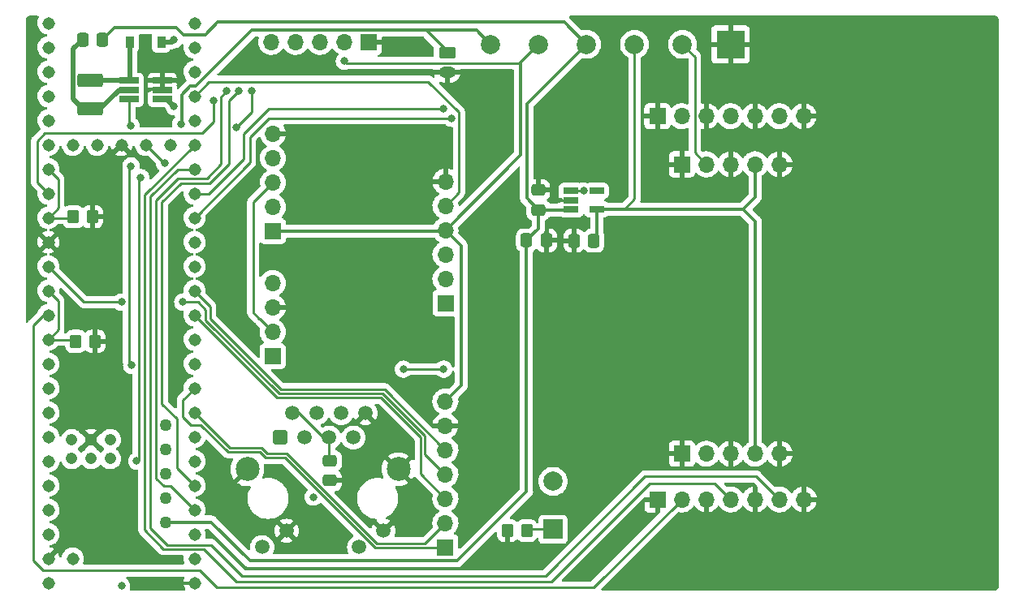
<source format=gbl>
G04 #@! TF.GenerationSoftware,KiCad,Pcbnew,6.0.6-1.fc36*
G04 #@! TF.CreationDate,2022-07-29T11:51:07+02:00*
G04 #@! TF.ProjectId,CosmicWatch-ventidue,436f736d-6963-4576-9174-63682d76656e,rev?*
G04 #@! TF.SameCoordinates,Original*
G04 #@! TF.FileFunction,Copper,L2,Bot*
G04 #@! TF.FilePolarity,Positive*
%FSLAX46Y46*%
G04 Gerber Fmt 4.6, Leading zero omitted, Abs format (unit mm)*
G04 Created by KiCad (PCBNEW 6.0.6-1.fc36) date 2022-07-29 11:51:07*
%MOMM*%
%LPD*%
G01*
G04 APERTURE LIST*
G04 Aperture macros list*
%AMRoundRect*
0 Rectangle with rounded corners*
0 $1 Rounding radius*
0 $2 $3 $4 $5 $6 $7 $8 $9 X,Y pos of 4 corners*
0 Add a 4 corners polygon primitive as box body*
4,1,4,$2,$3,$4,$5,$6,$7,$8,$9,$2,$3,0*
0 Add four circle primitives for the rounded corners*
1,1,$1+$1,$2,$3*
1,1,$1+$1,$4,$5*
1,1,$1+$1,$6,$7*
1,1,$1+$1,$8,$9*
0 Add four rect primitives between the rounded corners*
20,1,$1+$1,$2,$3,$4,$5,0*
20,1,$1+$1,$4,$5,$6,$7,0*
20,1,$1+$1,$6,$7,$8,$9,0*
20,1,$1+$1,$8,$9,$2,$3,0*%
G04 Aperture macros list end*
G04 #@! TA.AperFunction,ComponentPad*
%ADD10R,1.700000X1.700000*%
G04 #@! TD*
G04 #@! TA.AperFunction,ComponentPad*
%ADD11O,1.700000X1.700000*%
G04 #@! TD*
G04 #@! TA.AperFunction,ComponentPad*
%ADD12R,2.000000X2.000000*%
G04 #@! TD*
G04 #@! TA.AperFunction,ComponentPad*
%ADD13C,2.000000*%
G04 #@! TD*
G04 #@! TA.AperFunction,ComponentPad*
%ADD14C,1.308000*%
G04 #@! TD*
G04 #@! TA.AperFunction,ComponentPad*
%ADD15C,1.258000*%
G04 #@! TD*
G04 #@! TA.AperFunction,ComponentPad*
%ADD16C,1.208000*%
G04 #@! TD*
G04 #@! TA.AperFunction,ComponentPad*
%ADD17RoundRect,0.250000X-0.625000X0.350000X-0.625000X-0.350000X0.625000X-0.350000X0.625000X0.350000X0*%
G04 #@! TD*
G04 #@! TA.AperFunction,ComponentPad*
%ADD18O,1.750000X1.200000*%
G04 #@! TD*
G04 #@! TA.AperFunction,ComponentPad*
%ADD19RoundRect,0.250500X-0.499500X-0.499500X0.499500X-0.499500X0.499500X0.499500X-0.499500X0.499500X0*%
G04 #@! TD*
G04 #@! TA.AperFunction,ComponentPad*
%ADD20C,1.500000*%
G04 #@! TD*
G04 #@! TA.AperFunction,ComponentPad*
%ADD21C,2.500000*%
G04 #@! TD*
G04 #@! TA.AperFunction,SMDPad,CuDef*
%ADD22C,2.000000*%
G04 #@! TD*
G04 #@! TA.AperFunction,SMDPad,CuDef*
%ADD23RoundRect,0.250000X-0.475000X0.337500X-0.475000X-0.337500X0.475000X-0.337500X0.475000X0.337500X0*%
G04 #@! TD*
G04 #@! TA.AperFunction,SMDPad,CuDef*
%ADD24RoundRect,0.250000X-0.337500X-0.475000X0.337500X-0.475000X0.337500X0.475000X-0.337500X0.475000X0*%
G04 #@! TD*
G04 #@! TA.AperFunction,SMDPad,CuDef*
%ADD25RoundRect,0.250000X0.337500X0.475000X-0.337500X0.475000X-0.337500X-0.475000X0.337500X-0.475000X0*%
G04 #@! TD*
G04 #@! TA.AperFunction,SMDPad,CuDef*
%ADD26R,1.560000X0.650000*%
G04 #@! TD*
G04 #@! TA.AperFunction,SMDPad,CuDef*
%ADD27R,2.000000X0.650000*%
G04 #@! TD*
G04 #@! TA.AperFunction,SMDPad,CuDef*
%ADD28RoundRect,0.250000X-0.350000X-0.450000X0.350000X-0.450000X0.350000X0.450000X-0.350000X0.450000X0*%
G04 #@! TD*
G04 #@! TA.AperFunction,SMDPad,CuDef*
%ADD29RoundRect,0.250001X1.074999X-0.462499X1.074999X0.462499X-1.074999X0.462499X-1.074999X-0.462499X0*%
G04 #@! TD*
G04 #@! TA.AperFunction,SMDPad,CuDef*
%ADD30RoundRect,0.250000X0.475000X-0.337500X0.475000X0.337500X-0.475000X0.337500X-0.475000X-0.337500X0*%
G04 #@! TD*
G04 #@! TA.AperFunction,SMDPad,CuDef*
%ADD31R,0.900000X1.200000*%
G04 #@! TD*
G04 #@! TA.AperFunction,SMDPad,CuDef*
%ADD32RoundRect,0.250000X0.350000X0.450000X-0.350000X0.450000X-0.350000X-0.450000X0.350000X-0.450000X0*%
G04 #@! TD*
G04 #@! TA.AperFunction,SMDPad,CuDef*
%ADD33R,3.000000X3.000000*%
G04 #@! TD*
G04 #@! TA.AperFunction,ViaPad*
%ADD34C,0.800000*%
G04 #@! TD*
G04 #@! TA.AperFunction,Conductor*
%ADD35C,0.350000*%
G04 #@! TD*
G04 #@! TA.AperFunction,Conductor*
%ADD36C,0.250000*%
G04 #@! TD*
G04 #@! TA.AperFunction,Conductor*
%ADD37C,0.500000*%
G04 #@! TD*
G04 APERTURE END LIST*
D10*
X94275000Y-106000000D03*
D11*
X94275000Y-103460000D03*
X94275000Y-100920000D03*
X94275000Y-98380000D03*
X94275000Y-95840000D03*
X94275000Y-93300000D03*
X94275000Y-90760000D03*
D10*
X86290000Y-53250000D03*
D11*
X83750000Y-53250000D03*
X81210000Y-53250000D03*
X78670000Y-53250000D03*
X76130000Y-53250000D03*
D10*
X116380000Y-61000000D03*
D11*
X118920000Y-61000000D03*
X121460000Y-61000000D03*
X124000000Y-61000000D03*
X126540000Y-61000000D03*
X129080000Y-61000000D03*
X131620000Y-61000000D03*
D12*
X105500000Y-104120785D03*
D13*
X105500000Y-99120785D03*
D14*
X68120000Y-107170000D03*
X68120000Y-104630000D03*
X68120000Y-102090000D03*
X68120000Y-99550000D03*
X68120000Y-74150000D03*
X52880000Y-104630000D03*
X63040000Y-63990000D03*
X68120000Y-97010000D03*
X68120000Y-94470000D03*
D15*
X65070000Y-103360000D03*
D14*
X68120000Y-91930000D03*
X68120000Y-89390000D03*
X68120000Y-86850000D03*
X68120000Y-84310000D03*
X68120000Y-81770000D03*
X68120000Y-79230000D03*
X68120000Y-76690000D03*
X52880000Y-76690000D03*
X52880000Y-79230000D03*
X52880000Y-81770000D03*
X52880000Y-84310000D03*
X52880000Y-86850000D03*
X52880000Y-89390000D03*
X52880000Y-91930000D03*
X52880000Y-94470000D03*
X52880000Y-97010000D03*
X52880000Y-99550000D03*
X52880000Y-102090000D03*
X68120000Y-71610000D03*
X68120000Y-69070000D03*
X68120000Y-66530000D03*
X68120000Y-63990000D03*
X68120000Y-61450000D03*
X68120000Y-58910000D03*
X68120000Y-56370000D03*
X68120000Y-53830000D03*
X68120000Y-51290000D03*
X52880000Y-51290000D03*
X52880000Y-53830000D03*
X52880000Y-56370000D03*
X52880000Y-58910000D03*
X52880000Y-61450000D03*
X52880000Y-63990000D03*
X52880000Y-66530000D03*
X52880000Y-69070000D03*
X52880000Y-71610000D03*
D15*
X65070000Y-98280000D03*
X65070000Y-100820000D03*
D14*
X68120000Y-109710000D03*
X52880000Y-74150000D03*
X52880000Y-107170000D03*
X60500000Y-63990000D03*
D16*
X57330000Y-94740000D03*
X57330000Y-96740000D03*
D14*
X55420000Y-63990000D03*
X57960000Y-63990000D03*
D16*
X55330000Y-96740000D03*
X55330000Y-94740000D03*
X59330000Y-94740000D03*
X59330000Y-96740000D03*
D15*
X65070000Y-95740000D03*
X65070000Y-93200000D03*
D14*
X65580000Y-63990000D03*
X52880000Y-109710000D03*
X55420000Y-107170000D03*
D10*
X118950000Y-96225000D03*
D11*
X121490000Y-96225000D03*
X124030000Y-96225000D03*
X126570000Y-96225000D03*
X129110000Y-96225000D03*
D17*
X94450000Y-54400000D03*
D18*
X94450000Y-56400000D03*
D10*
X94285786Y-80512893D03*
D11*
X94285786Y-77972893D03*
X94285786Y-75432893D03*
X94285786Y-72892893D03*
X94285786Y-70352893D03*
X94285786Y-67812893D03*
D19*
X77055000Y-94550000D03*
D20*
X78325000Y-92010000D03*
X79595000Y-94550000D03*
X80865000Y-92010000D03*
X82135000Y-94550000D03*
X83405000Y-92010000D03*
X84675000Y-94550000D03*
X85945000Y-92010000D03*
X75175000Y-105980000D03*
X77715000Y-104280000D03*
X85285000Y-105980000D03*
X87825000Y-104280000D03*
D21*
X89375000Y-97850000D03*
X73625000Y-97850000D03*
D22*
X109000000Y-53500000D03*
D23*
X82250000Y-96962500D03*
X82250000Y-99037500D03*
D10*
X116400000Y-101000000D03*
D11*
X118940000Y-101000000D03*
X121480000Y-101000000D03*
X124020000Y-101000000D03*
X126560000Y-101000000D03*
X129100000Y-101000000D03*
X131640000Y-101000000D03*
D24*
X102737500Y-73950000D03*
X104812500Y-73950000D03*
D25*
X58537500Y-53000000D03*
X56462500Y-53000000D03*
D26*
X107362500Y-70700000D03*
X107362500Y-69750000D03*
X107362500Y-68800000D03*
X110062500Y-68800000D03*
X110062500Y-70700000D03*
D27*
X64750000Y-57300000D03*
X64750000Y-58250000D03*
X64750000Y-59200000D03*
X61330000Y-59200000D03*
X61330000Y-58250000D03*
X61330000Y-57300000D03*
D10*
X76275000Y-86050000D03*
D11*
X76275000Y-83510000D03*
X76275000Y-80970000D03*
X76275000Y-78430000D03*
D28*
X55500000Y-71500000D03*
X57500000Y-71500000D03*
D22*
X99000000Y-53500000D03*
X104000000Y-53500000D03*
D29*
X57250000Y-60237500D03*
X57250000Y-57262500D03*
D22*
X119000000Y-53500000D03*
D28*
X55750000Y-84500000D03*
X57750000Y-84500000D03*
D25*
X109750000Y-74000000D03*
X107675000Y-74000000D03*
D30*
X103962500Y-70787500D03*
X103962500Y-68712500D03*
D22*
X114000000Y-53500000D03*
D31*
X64650000Y-53250000D03*
X61350000Y-53250000D03*
D32*
X102750000Y-104250000D03*
X100750000Y-104250000D03*
D10*
X118950000Y-66025000D03*
D11*
X121490000Y-66025000D03*
X124030000Y-66025000D03*
X126570000Y-66025000D03*
X129110000Y-66025000D03*
D10*
X76300000Y-73000000D03*
D11*
X76300000Y-70460000D03*
X76300000Y-67920000D03*
X76300000Y-65380000D03*
X76300000Y-62840000D03*
D33*
X124000000Y-53500000D03*
D34*
X80500000Y-100750000D03*
X60500000Y-110000000D03*
X66700000Y-61800000D03*
X90100000Y-89600000D03*
X115990000Y-79685000D03*
X118530000Y-92385000D03*
X128690000Y-79685000D03*
X118530000Y-74605000D03*
X108370000Y-94925000D03*
X141390000Y-54285000D03*
X115990000Y-66985000D03*
X131230000Y-94925000D03*
X70270000Y-72065000D03*
X133770000Y-77145000D03*
X90590000Y-100005000D03*
X121070000Y-105085000D03*
X138850000Y-102545000D03*
X146470000Y-51745000D03*
X113450000Y-72065000D03*
X123610000Y-87305000D03*
X115990000Y-107625000D03*
X85510000Y-84765000D03*
X133770000Y-100005000D03*
X105830000Y-66985000D03*
X55030000Y-87305000D03*
X80430000Y-105085000D03*
X143930000Y-89845000D03*
X113450000Y-89845000D03*
X66100000Y-76800000D03*
X90590000Y-79685000D03*
X146470000Y-79685000D03*
X90590000Y-69525000D03*
X75250000Y-76250000D03*
X55030000Y-102545000D03*
X138850000Y-94925000D03*
X123610000Y-69525000D03*
X80430000Y-82225000D03*
X141390000Y-84765000D03*
X60110000Y-77145000D03*
X126150000Y-107625000D03*
X149010000Y-64445000D03*
X133770000Y-69525000D03*
X66000000Y-55000000D03*
X85510000Y-97465000D03*
X121070000Y-51745000D03*
X98210000Y-79685000D03*
X118530000Y-84765000D03*
X110910000Y-51745000D03*
X110910000Y-84765000D03*
X138850000Y-64445000D03*
X123610000Y-77145000D03*
X80430000Y-64445000D03*
X110910000Y-77145000D03*
X136310000Y-82225000D03*
X136310000Y-59365000D03*
X80430000Y-74605000D03*
X57570000Y-82225000D03*
X131230000Y-64445000D03*
X105830000Y-89845000D03*
X131230000Y-56825000D03*
X105830000Y-82225000D03*
X60110000Y-69525000D03*
X72810000Y-77145000D03*
X98210000Y-56825000D03*
X136310000Y-89845000D03*
X136310000Y-107625000D03*
X82970000Y-69525000D03*
X149010000Y-84765000D03*
X149010000Y-56825000D03*
X55030000Y-74605000D03*
X98210000Y-89845000D03*
X143930000Y-66985000D03*
X108370000Y-56825000D03*
X149010000Y-107625000D03*
X70270000Y-97465000D03*
X131230000Y-84765000D03*
X128690000Y-72065000D03*
X146470000Y-72065000D03*
X149010000Y-92385000D03*
X143930000Y-97465000D03*
X88050000Y-54285000D03*
X85510000Y-77145000D03*
X138850000Y-72065000D03*
X136310000Y-51745000D03*
X128690000Y-51745000D03*
X131230000Y-105085000D03*
X108370000Y-102545000D03*
X113450000Y-97465000D03*
X98210000Y-97465000D03*
X141390000Y-77145000D03*
X88050000Y-64445000D03*
X123610000Y-56825000D03*
X149010000Y-100005000D03*
X98210000Y-72065000D03*
X100750000Y-107625000D03*
X55030000Y-66985000D03*
X128690000Y-89845000D03*
X143930000Y-59365000D03*
X143930000Y-105085000D03*
X115990000Y-54285000D03*
X66000000Y-53000000D03*
X83750000Y-55250000D03*
X65012299Y-65924500D03*
X70100000Y-59400000D03*
X94100000Y-60200000D03*
X94900000Y-61200000D03*
X60500000Y-80400000D03*
X66900000Y-80400000D03*
X66000000Y-60000000D03*
X62500000Y-67400000D03*
X72500000Y-62200000D03*
X74100000Y-58400000D03*
X62100000Y-97000000D03*
X71500000Y-58400000D03*
X72700000Y-58400000D03*
X94100000Y-87400000D03*
X61500000Y-66200000D03*
X108682998Y-68800000D03*
X61500000Y-62000000D03*
X89900000Y-87400000D03*
X61575500Y-87000000D03*
D35*
X94450000Y-54400000D02*
X94450000Y-54200000D01*
X67693774Y-57881000D02*
X66775000Y-58799774D01*
X94450000Y-54200000D02*
X92275000Y-52025000D01*
X66775000Y-58799774D02*
X66775000Y-61725000D01*
X92275000Y-52025000D02*
X74075000Y-52025000D01*
X66775000Y-61725000D02*
X66700000Y-61800000D01*
X68219000Y-57881000D02*
X67693774Y-57881000D01*
X99000000Y-53500000D02*
X97525000Y-52025000D01*
X99100000Y-53400000D02*
X99000000Y-53500000D01*
X97525000Y-52025000D02*
X92275000Y-52025000D01*
X74075000Y-52025000D02*
X68219000Y-57881000D01*
X68120000Y-109710000D02*
X66610000Y-109710000D01*
D36*
X107362500Y-69750000D02*
X106000000Y-69750000D01*
D35*
X66500000Y-109600000D02*
X66610000Y-109710000D01*
D36*
X102879215Y-104120785D02*
X102750000Y-104250000D01*
X105500000Y-104120785D02*
X102879215Y-104120785D01*
D35*
X73900000Y-107400000D02*
X95500000Y-107400000D01*
X69860000Y-103360000D02*
X73900000Y-107400000D01*
X103962500Y-72725000D02*
X103962500Y-70787500D01*
X102750000Y-69575000D02*
X102750000Y-59750000D01*
X103962500Y-70787500D02*
X102750000Y-69575000D01*
X58537500Y-53000000D02*
X59787500Y-51750000D01*
X66250000Y-51750000D02*
X67000000Y-52500000D01*
X59787500Y-51750000D02*
X66250000Y-51750000D01*
X102750000Y-59750000D02*
X109000000Y-53500000D01*
X103962500Y-70787500D02*
X107275000Y-70787500D01*
X107275000Y-70787500D02*
X107362500Y-70700000D01*
X67000000Y-52500000D02*
X69250000Y-52500000D01*
X106700000Y-51200000D02*
X109000000Y-53500000D01*
X102737500Y-100162500D02*
X102737500Y-73950000D01*
X70550000Y-51200000D02*
X106700000Y-51200000D01*
X69250000Y-52500000D02*
X70550000Y-51200000D01*
X65070000Y-103360000D02*
X69860000Y-103360000D01*
D36*
X103962500Y-70787500D02*
X104050000Y-70700000D01*
D35*
X95500000Y-107400000D02*
X102737500Y-100162500D01*
X102737500Y-73950000D02*
X103962500Y-72725000D01*
D36*
X114000000Y-69650000D02*
X112950000Y-70700000D01*
D35*
X126570000Y-96225000D02*
X126570000Y-71970000D01*
X112950000Y-70700000D02*
X125300000Y-70700000D01*
X126570000Y-69430000D02*
X126570000Y-66025000D01*
D36*
X114000000Y-53500000D02*
X114000000Y-69650000D01*
D35*
X110062500Y-70700000D02*
X110062500Y-73687500D01*
X110062500Y-73687500D02*
X109750000Y-74000000D01*
X126570000Y-71970000D02*
X125300000Y-70700000D01*
X125300000Y-70700000D02*
X126570000Y-69430000D01*
X110062500Y-70700000D02*
X112950000Y-70700000D01*
D37*
X58262500Y-60237500D02*
X60250000Y-58250000D01*
X57250000Y-60237500D02*
X58262500Y-60237500D01*
X55475000Y-53987500D02*
X55475000Y-59225000D01*
X60250000Y-58250000D02*
X61330000Y-58250000D01*
X56462500Y-53000000D02*
X55475000Y-53987500D01*
X56487500Y-60237500D02*
X57250000Y-60237500D01*
X55475000Y-59225000D02*
X56487500Y-60237500D01*
X64650000Y-53250000D02*
X65750000Y-53250000D01*
X65750000Y-53250000D02*
X66000000Y-53000000D01*
D36*
X120285000Y-64820000D02*
X120285000Y-54785000D01*
X121490000Y-66025000D02*
X120285000Y-64820000D01*
X120285000Y-54785000D02*
X119000000Y-53500000D01*
X78960000Y-91960000D02*
X81500000Y-94500000D01*
X78325000Y-91960000D02*
X78960000Y-91960000D01*
X82135000Y-94500000D02*
X82135000Y-96847500D01*
X82135000Y-96847500D02*
X82250000Y-96962500D01*
X81500000Y-94500000D02*
X82135000Y-94500000D01*
X64974500Y-65924500D02*
X65012299Y-65924500D01*
D35*
X94178679Y-73000000D02*
X94285786Y-72892893D01*
X102100000Y-65078679D02*
X94285786Y-72892893D01*
X94285786Y-72892893D02*
X95900000Y-74507107D01*
X102100000Y-55400000D02*
X104000000Y-53500000D01*
X95900000Y-89135000D02*
X94275000Y-90760000D01*
D36*
X102100000Y-55400000D02*
X102025000Y-55475000D01*
D35*
X95900000Y-74507107D02*
X95900000Y-89135000D01*
D36*
X63040000Y-63990000D02*
X64974500Y-65924500D01*
X83975000Y-55475000D02*
X83750000Y-55250000D01*
D35*
X102100000Y-55400000D02*
X102100000Y-65078679D01*
X76300000Y-73000000D02*
X94178679Y-73000000D01*
D36*
X102025000Y-55475000D02*
X83975000Y-55475000D01*
X51300000Y-82800000D02*
X52330000Y-81770000D01*
X118940000Y-101000000D02*
X109740000Y-110200000D01*
X52330000Y-81770000D02*
X52880000Y-81770000D01*
X70447258Y-110200000D02*
X68647258Y-108400000D01*
X51300000Y-107400000D02*
X51300000Y-82800000D01*
X52300000Y-108400000D02*
X51300000Y-107400000D01*
X109740000Y-110200000D02*
X70447258Y-110200000D01*
X68647258Y-108400000D02*
X52300000Y-108400000D01*
X51700000Y-67890000D02*
X52880000Y-69070000D01*
X68900000Y-62800000D02*
X52500000Y-62800000D01*
X70110914Y-61589086D02*
X68900000Y-62800000D01*
X70110914Y-59410914D02*
X70110914Y-61589086D01*
X51700000Y-63600000D02*
X51700000Y-67890000D01*
X52500000Y-62800000D02*
X51700000Y-63600000D01*
X70100000Y-59400000D02*
X70110914Y-59410914D01*
D37*
X61292500Y-57262500D02*
X61330000Y-57300000D01*
X61350000Y-53250000D02*
X61350000Y-57280000D01*
D36*
X61330000Y-53270000D02*
X61350000Y-53250000D01*
X57250000Y-57262500D02*
X57287500Y-57300000D01*
D37*
X57250000Y-57262500D02*
X61292500Y-57262500D01*
X61350000Y-57280000D02*
X61330000Y-57300000D01*
D36*
X94100000Y-60200000D02*
X75900000Y-60200000D01*
X69630000Y-69070000D02*
X68120000Y-69070000D01*
X75900000Y-60200000D02*
X73250000Y-62850000D01*
X73250000Y-62850000D02*
X73250000Y-65450000D01*
X73250000Y-65450000D02*
X69630000Y-69070000D01*
X73900000Y-65830000D02*
X68120000Y-71610000D01*
X73900000Y-63200000D02*
X73900000Y-65830000D01*
X75900000Y-61200000D02*
X73900000Y-63200000D01*
X94900000Y-61200000D02*
X75900000Y-61200000D01*
X74885000Y-82135000D02*
X74250000Y-81500000D01*
X74250000Y-69970000D02*
X76300000Y-67920000D01*
X74250000Y-81500000D02*
X74250000Y-69970000D01*
X76275000Y-83510000D02*
X74900000Y-82135000D01*
X74900000Y-82135000D02*
X74885000Y-82135000D01*
X68120000Y-58910000D02*
X69630000Y-57400000D01*
X69630000Y-57400000D02*
X92500000Y-57400000D01*
X95700000Y-60600000D02*
X95700000Y-68938679D01*
X92500000Y-57400000D02*
X95700000Y-60600000D01*
X95700000Y-68938679D02*
X94285786Y-70352893D01*
X66900000Y-90610000D02*
X68120000Y-89390000D01*
X86925280Y-106050000D02*
X77525280Y-96650000D01*
X66900000Y-92400000D02*
X66900000Y-90610000D01*
X75513604Y-96650000D02*
X74913604Y-96050000D01*
X94275000Y-106000000D02*
X94225000Y-106050000D01*
X68753604Y-93200000D02*
X67700000Y-93200000D01*
X77525280Y-96650000D02*
X75513604Y-96650000D01*
X71603604Y-96050000D02*
X68753604Y-93200000D01*
X67700000Y-93200000D02*
X66900000Y-92400000D01*
X74913604Y-96050000D02*
X71603604Y-96050000D01*
X94225000Y-106050000D02*
X86925280Y-106050000D01*
X92135000Y-105600000D02*
X87111676Y-105600000D01*
X71790000Y-95600000D02*
X68120000Y-91930000D01*
X87111676Y-105600000D02*
X77711676Y-96200000D01*
X75100000Y-95600000D02*
X71790000Y-95600000D01*
X94275000Y-103460000D02*
X92135000Y-105600000D01*
X77711676Y-96200000D02*
X75700000Y-96200000D01*
X75700000Y-96200000D02*
X75100000Y-95600000D01*
X87562208Y-90400000D02*
X76750000Y-90400000D01*
X94275000Y-100920000D02*
X91700000Y-98345000D01*
X76750000Y-90400000D02*
X68120000Y-81770000D01*
X91700000Y-94537792D02*
X87562208Y-90400000D01*
X91700000Y-98345000D02*
X91700000Y-94537792D01*
X87748604Y-89950000D02*
X76936396Y-89950000D01*
X68500000Y-80400000D02*
X66900000Y-80400000D01*
X69300000Y-82313604D02*
X69300000Y-81200000D01*
X60500000Y-80400000D02*
X56590000Y-80400000D01*
X69300000Y-81200000D02*
X68500000Y-80400000D01*
X76936396Y-89950000D02*
X69300000Y-82313604D01*
X94275000Y-98380000D02*
X92150000Y-96255000D01*
X56590000Y-80400000D02*
X52880000Y-76690000D01*
X92150000Y-96255000D02*
X92150000Y-94351396D01*
X92150000Y-94351396D02*
X87748604Y-89950000D01*
X77122792Y-89500000D02*
X69750000Y-82127208D01*
X69750000Y-80860000D02*
X68120000Y-79230000D01*
X87935000Y-89500000D02*
X77122792Y-89500000D01*
X69750000Y-82127208D02*
X69750000Y-80860000D01*
X94275000Y-95840000D02*
X87935000Y-89500000D01*
X52880000Y-84310000D02*
X53900000Y-83290000D01*
X53900000Y-80250000D02*
X52880000Y-79230000D01*
X55560000Y-84310000D02*
X52880000Y-84310000D01*
X55750000Y-84500000D02*
X55560000Y-84310000D01*
X53900000Y-83290000D02*
X53900000Y-80250000D01*
X53900000Y-67550000D02*
X52880000Y-66530000D01*
X52880000Y-71610000D02*
X53900000Y-70590000D01*
X55500000Y-71500000D02*
X55390000Y-71610000D01*
X55390000Y-71610000D02*
X52880000Y-71610000D01*
X53900000Y-70590000D02*
X53900000Y-67550000D01*
D37*
X64750000Y-59200000D02*
X65200000Y-59200000D01*
X65200000Y-59200000D02*
X66000000Y-60000000D01*
D36*
X62300000Y-96800000D02*
X62100000Y-97000000D01*
X74100000Y-58400000D02*
X74100000Y-60600000D01*
X74100000Y-60600000D02*
X72500000Y-62200000D01*
X62500000Y-67400000D02*
X62300000Y-67600000D01*
X62300000Y-67600000D02*
X62300000Y-96800000D01*
X69391000Y-67509000D02*
X66391000Y-67509000D01*
X70900000Y-59000000D02*
X70900000Y-66000000D01*
X65630000Y-99600000D02*
X68120000Y-102090000D01*
X64100000Y-98800000D02*
X64900000Y-99600000D01*
X64900000Y-99600000D02*
X65630000Y-99600000D01*
X70900000Y-66000000D02*
X69391000Y-67509000D01*
X71500000Y-58400000D02*
X70900000Y-59000000D01*
X64100000Y-69800000D02*
X64100000Y-98800000D01*
X66391000Y-67509000D02*
X64100000Y-69800000D01*
X69700000Y-68000000D02*
X66700000Y-68000000D01*
X64700000Y-70000000D02*
X64700000Y-91000000D01*
X71700000Y-66000000D02*
X69700000Y-68000000D01*
X64700000Y-91000000D02*
X66300000Y-92600000D01*
X66300000Y-92600000D02*
X66300000Y-97730000D01*
X66300000Y-97730000D02*
X68120000Y-99550000D01*
X71700000Y-59400000D02*
X71700000Y-66000000D01*
X66700000Y-68000000D02*
X64700000Y-70000000D01*
X72700000Y-58400000D02*
X71700000Y-59400000D01*
X62900000Y-104200000D02*
X62900000Y-69210000D01*
X122376243Y-99356243D02*
X115543757Y-99356243D01*
X124020000Y-101000000D02*
X122376243Y-99356243D01*
X72500000Y-109600000D02*
X69091000Y-106191000D01*
X105300000Y-109600000D02*
X72500000Y-109600000D01*
X115543757Y-99356243D02*
X105300000Y-109600000D01*
X64891000Y-106191000D02*
X62900000Y-104200000D01*
X69091000Y-106191000D02*
X64891000Y-106191000D01*
X62900000Y-69210000D02*
X68120000Y-63990000D01*
X129100000Y-101000000D02*
X126700000Y-98600000D01*
X63500000Y-103979205D02*
X63500000Y-69400000D01*
X73100000Y-109000000D02*
X69841000Y-105741000D01*
X63500000Y-69400000D02*
X66370000Y-66530000D01*
X104700000Y-109000000D02*
X73100000Y-109000000D01*
X126700000Y-98600000D02*
X115100000Y-98600000D01*
X66370000Y-66530000D02*
X68120000Y-66530000D01*
X115100000Y-98600000D02*
X104700000Y-109000000D01*
X69841000Y-105741000D02*
X65261795Y-105741000D01*
X65261795Y-105741000D02*
X63500000Y-103979205D01*
X61500000Y-62000000D02*
X61330000Y-61830000D01*
X89900000Y-87400000D02*
X94100000Y-87400000D01*
X108682998Y-68800000D02*
X107362500Y-68800000D01*
X61330000Y-61830000D02*
X61330000Y-59200000D01*
X61300000Y-86724500D02*
X61575500Y-87000000D01*
X61300000Y-66400000D02*
X61300000Y-86724500D01*
X61500000Y-66200000D02*
X61300000Y-66400000D01*
G04 #@! TA.AperFunction,Conductor*
G36*
X151470018Y-50510001D02*
G01*
X151484852Y-50512311D01*
X151484855Y-50512311D01*
X151493724Y-50513692D01*
X151502626Y-50512528D01*
X151502750Y-50512512D01*
X151533192Y-50512241D01*
X151540621Y-50513078D01*
X151595264Y-50519235D01*
X151622771Y-50525514D01*
X151699853Y-50552486D01*
X151725274Y-50564728D01*
X151794426Y-50608179D01*
X151816485Y-50625771D01*
X151874229Y-50683515D01*
X151891822Y-50705575D01*
X151935273Y-50774729D01*
X151947514Y-50800148D01*
X151970709Y-50866433D01*
X151974486Y-50877228D01*
X151980765Y-50904735D01*
X151987018Y-50960227D01*
X151985375Y-50975845D01*
X151987800Y-50975875D01*
X151987690Y-50984854D01*
X151986309Y-50993724D01*
X151987473Y-51002626D01*
X151987473Y-51002629D01*
X151990435Y-51025277D01*
X151991499Y-51041614D01*
X151991500Y-109950633D01*
X151990000Y-109970018D01*
X151988940Y-109976829D01*
X151986309Y-109993724D01*
X151987473Y-110002626D01*
X151987489Y-110002750D01*
X151987760Y-110033192D01*
X151986604Y-110043449D01*
X151980766Y-110095264D01*
X151974487Y-110122771D01*
X151947515Y-110199853D01*
X151935273Y-110225274D01*
X151891822Y-110294426D01*
X151874230Y-110316485D01*
X151816485Y-110374230D01*
X151794426Y-110391822D01*
X151725274Y-110435273D01*
X151699853Y-110447515D01*
X151622772Y-110474487D01*
X151595264Y-110480766D01*
X151539774Y-110487018D01*
X151524132Y-110486923D01*
X151524121Y-110487800D01*
X151515149Y-110487690D01*
X151506276Y-110486309D01*
X151497374Y-110487473D01*
X151497372Y-110487473D01*
X151486385Y-110488910D01*
X151474714Y-110490436D01*
X151458379Y-110491500D01*
X110648594Y-110491500D01*
X110580473Y-110471498D01*
X110533980Y-110417842D01*
X110523876Y-110347568D01*
X110553370Y-110282988D01*
X110559499Y-110276405D01*
X114442478Y-106393427D01*
X118484550Y-102351355D01*
X118546862Y-102317329D01*
X118598762Y-102316979D01*
X118778597Y-102353567D01*
X118783772Y-102353757D01*
X118783774Y-102353757D01*
X118996673Y-102361564D01*
X118996677Y-102361564D01*
X119001837Y-102361753D01*
X119006957Y-102361097D01*
X119006959Y-102361097D01*
X119218288Y-102334025D01*
X119218289Y-102334025D01*
X119223416Y-102333368D01*
X119228366Y-102331883D01*
X119432429Y-102270661D01*
X119432434Y-102270659D01*
X119437384Y-102269174D01*
X119637994Y-102170896D01*
X119819860Y-102041173D01*
X119827734Y-102033327D01*
X119953764Y-101907736D01*
X119978096Y-101883489D01*
X119982584Y-101877244D01*
X120108453Y-101702077D01*
X120109640Y-101702930D01*
X120156960Y-101659362D01*
X120226897Y-101647145D01*
X120292338Y-101674678D01*
X120320166Y-101706511D01*
X120377694Y-101800388D01*
X120383777Y-101808699D01*
X120523213Y-101969667D01*
X120530580Y-101976883D01*
X120694434Y-102112916D01*
X120702881Y-102118831D01*
X120886756Y-102226279D01*
X120896042Y-102230729D01*
X121095001Y-102306703D01*
X121104899Y-102309579D01*
X121208250Y-102330606D01*
X121222299Y-102329410D01*
X121226000Y-102319065D01*
X121226000Y-100872000D01*
X121246002Y-100803879D01*
X121299658Y-100757386D01*
X121352000Y-100746000D01*
X121608000Y-100746000D01*
X121676121Y-100766002D01*
X121722614Y-100819658D01*
X121734000Y-100872000D01*
X121734000Y-102318517D01*
X121738064Y-102332359D01*
X121751478Y-102334393D01*
X121758184Y-102333534D01*
X121768262Y-102331392D01*
X121972255Y-102270191D01*
X121981842Y-102266433D01*
X122173095Y-102172739D01*
X122181945Y-102167464D01*
X122355328Y-102043792D01*
X122363200Y-102037139D01*
X122514052Y-101886812D01*
X122520730Y-101878965D01*
X122648022Y-101701819D01*
X122649279Y-101702722D01*
X122696373Y-101659362D01*
X122766311Y-101647145D01*
X122831751Y-101674678D01*
X122859579Y-101706511D01*
X122862329Y-101710998D01*
X122919987Y-101805088D01*
X123066250Y-101973938D01*
X123238126Y-102116632D01*
X123431000Y-102229338D01*
X123639692Y-102309030D01*
X123644760Y-102310061D01*
X123644763Y-102310062D01*
X123739862Y-102329410D01*
X123858597Y-102353567D01*
X123863772Y-102353757D01*
X123863774Y-102353757D01*
X124076673Y-102361564D01*
X124076677Y-102361564D01*
X124081837Y-102361753D01*
X124086957Y-102361097D01*
X124086959Y-102361097D01*
X124298288Y-102334025D01*
X124298289Y-102334025D01*
X124303416Y-102333368D01*
X124308366Y-102331883D01*
X124512429Y-102270661D01*
X124512434Y-102270659D01*
X124517384Y-102269174D01*
X124717994Y-102170896D01*
X124899860Y-102041173D01*
X124907734Y-102033327D01*
X125033764Y-101907736D01*
X125058096Y-101883489D01*
X125062584Y-101877244D01*
X125188453Y-101702077D01*
X125189640Y-101702930D01*
X125236960Y-101659362D01*
X125306897Y-101647145D01*
X125372338Y-101674678D01*
X125400166Y-101706511D01*
X125457694Y-101800388D01*
X125463777Y-101808699D01*
X125603213Y-101969667D01*
X125610580Y-101976883D01*
X125774434Y-102112916D01*
X125782881Y-102118831D01*
X125966756Y-102226279D01*
X125976042Y-102230729D01*
X126175001Y-102306703D01*
X126184899Y-102309579D01*
X126288250Y-102330606D01*
X126302299Y-102329410D01*
X126306000Y-102319065D01*
X126306000Y-99683102D01*
X126302082Y-99669758D01*
X126287806Y-99667771D01*
X126249324Y-99673660D01*
X126239288Y-99676051D01*
X126036868Y-99742212D01*
X126027359Y-99746209D01*
X125838463Y-99844542D01*
X125829738Y-99850036D01*
X125659433Y-99977905D01*
X125651726Y-99984748D01*
X125504590Y-100138717D01*
X125498109Y-100146722D01*
X125393498Y-100300074D01*
X125338587Y-100345076D01*
X125268062Y-100353247D01*
X125204315Y-100321993D01*
X125183618Y-100297509D01*
X125102822Y-100172617D01*
X125102820Y-100172614D01*
X125100014Y-100168277D01*
X124949670Y-100003051D01*
X124945619Y-99999852D01*
X124945615Y-99999848D01*
X124778414Y-99867800D01*
X124778410Y-99867798D01*
X124774359Y-99864598D01*
X124738028Y-99844542D01*
X124687825Y-99816829D01*
X124578789Y-99756638D01*
X124573920Y-99754914D01*
X124573916Y-99754912D01*
X124373087Y-99683795D01*
X124373083Y-99683794D01*
X124368212Y-99682069D01*
X124363119Y-99681162D01*
X124363116Y-99681161D01*
X124153373Y-99643800D01*
X124153367Y-99643799D01*
X124148284Y-99642894D01*
X124074452Y-99641992D01*
X123930081Y-99640228D01*
X123930079Y-99640228D01*
X123924911Y-99640165D01*
X123704091Y-99673955D01*
X123691532Y-99678060D01*
X123620568Y-99680210D01*
X123563294Y-99647389D01*
X123364500Y-99448595D01*
X123330474Y-99386283D01*
X123335539Y-99315468D01*
X123378086Y-99258632D01*
X123444606Y-99233821D01*
X123453595Y-99233500D01*
X126385406Y-99233500D01*
X126453527Y-99253502D01*
X126474501Y-99270405D01*
X126777975Y-99573879D01*
X126812001Y-99636191D01*
X126810694Y-99665795D01*
X126814000Y-99665795D01*
X126814000Y-102318517D01*
X126818064Y-102332359D01*
X126831478Y-102334393D01*
X126838184Y-102333534D01*
X126848262Y-102331392D01*
X127052255Y-102270191D01*
X127061842Y-102266433D01*
X127253095Y-102172739D01*
X127261945Y-102167464D01*
X127435328Y-102043792D01*
X127443200Y-102037139D01*
X127594052Y-101886812D01*
X127600730Y-101878965D01*
X127728022Y-101701819D01*
X127729279Y-101702722D01*
X127776373Y-101659362D01*
X127846311Y-101647145D01*
X127911751Y-101674678D01*
X127939579Y-101706511D01*
X127942329Y-101710998D01*
X127999987Y-101805088D01*
X128146250Y-101973938D01*
X128318126Y-102116632D01*
X128511000Y-102229338D01*
X128719692Y-102309030D01*
X128724760Y-102310061D01*
X128724763Y-102310062D01*
X128819862Y-102329410D01*
X128938597Y-102353567D01*
X128943772Y-102353757D01*
X128943774Y-102353757D01*
X129156673Y-102361564D01*
X129156677Y-102361564D01*
X129161837Y-102361753D01*
X129166957Y-102361097D01*
X129166959Y-102361097D01*
X129378288Y-102334025D01*
X129378289Y-102334025D01*
X129383416Y-102333368D01*
X129388366Y-102331883D01*
X129592429Y-102270661D01*
X129592434Y-102270659D01*
X129597384Y-102269174D01*
X129797994Y-102170896D01*
X129979860Y-102041173D01*
X129987734Y-102033327D01*
X130113764Y-101907736D01*
X130138096Y-101883489D01*
X130142584Y-101877244D01*
X130268453Y-101702077D01*
X130269640Y-101702930D01*
X130316960Y-101659362D01*
X130386897Y-101647145D01*
X130452338Y-101674678D01*
X130480166Y-101706511D01*
X130537694Y-101800388D01*
X130543777Y-101808699D01*
X130683213Y-101969667D01*
X130690580Y-101976883D01*
X130854434Y-102112916D01*
X130862881Y-102118831D01*
X131046756Y-102226279D01*
X131056042Y-102230729D01*
X131255001Y-102306703D01*
X131264899Y-102309579D01*
X131368250Y-102330606D01*
X131382299Y-102329410D01*
X131386000Y-102319065D01*
X131386000Y-102318517D01*
X131894000Y-102318517D01*
X131898064Y-102332359D01*
X131911478Y-102334393D01*
X131918184Y-102333534D01*
X131928262Y-102331392D01*
X132132255Y-102270191D01*
X132141842Y-102266433D01*
X132333095Y-102172739D01*
X132341945Y-102167464D01*
X132515328Y-102043792D01*
X132523200Y-102037139D01*
X132674052Y-101886812D01*
X132680730Y-101878965D01*
X132805003Y-101706020D01*
X132810313Y-101697183D01*
X132904670Y-101506267D01*
X132908469Y-101496672D01*
X132970377Y-101292910D01*
X132972555Y-101282837D01*
X132973986Y-101271962D01*
X132971775Y-101257778D01*
X132958617Y-101254000D01*
X131912115Y-101254000D01*
X131896876Y-101258475D01*
X131895671Y-101259865D01*
X131894000Y-101267548D01*
X131894000Y-102318517D01*
X131386000Y-102318517D01*
X131386000Y-100727885D01*
X131894000Y-100727885D01*
X131898475Y-100743124D01*
X131899865Y-100744329D01*
X131907548Y-100746000D01*
X132958344Y-100746000D01*
X132971875Y-100742027D01*
X132973180Y-100732947D01*
X132931214Y-100565875D01*
X132927894Y-100556124D01*
X132842972Y-100360814D01*
X132838105Y-100351739D01*
X132722426Y-100172926D01*
X132716136Y-100164757D01*
X132572806Y-100007240D01*
X132565273Y-100000215D01*
X132398139Y-99868222D01*
X132389552Y-99862517D01*
X132203117Y-99759599D01*
X132193705Y-99755369D01*
X131992959Y-99684280D01*
X131982988Y-99681646D01*
X131911837Y-99668972D01*
X131898540Y-99670432D01*
X131894000Y-99684989D01*
X131894000Y-100727885D01*
X131386000Y-100727885D01*
X131386000Y-99683102D01*
X131382082Y-99669758D01*
X131367806Y-99667771D01*
X131329324Y-99673660D01*
X131319288Y-99676051D01*
X131116868Y-99742212D01*
X131107359Y-99746209D01*
X130918463Y-99844542D01*
X130909738Y-99850036D01*
X130739433Y-99977905D01*
X130731726Y-99984748D01*
X130584590Y-100138717D01*
X130578109Y-100146722D01*
X130473498Y-100300074D01*
X130418587Y-100345076D01*
X130348062Y-100353247D01*
X130284315Y-100321993D01*
X130263618Y-100297509D01*
X130182822Y-100172617D01*
X130182820Y-100172614D01*
X130180014Y-100168277D01*
X130029670Y-100003051D01*
X130025619Y-99999852D01*
X130025615Y-99999848D01*
X129858414Y-99867800D01*
X129858410Y-99867798D01*
X129854359Y-99864598D01*
X129818028Y-99844542D01*
X129767825Y-99816829D01*
X129658789Y-99756638D01*
X129653920Y-99754914D01*
X129653916Y-99754912D01*
X129453087Y-99683795D01*
X129453083Y-99683794D01*
X129448212Y-99682069D01*
X129443119Y-99681162D01*
X129443116Y-99681161D01*
X129233373Y-99643800D01*
X129233367Y-99643799D01*
X129228284Y-99642894D01*
X129154452Y-99641992D01*
X129010081Y-99640228D01*
X129010079Y-99640228D01*
X129004911Y-99640165D01*
X128784091Y-99673955D01*
X128771532Y-99678060D01*
X128700568Y-99680210D01*
X128643294Y-99647389D01*
X127203652Y-98207747D01*
X127196112Y-98199461D01*
X127192000Y-98192982D01*
X127142348Y-98146356D01*
X127139507Y-98143602D01*
X127119770Y-98123865D01*
X127116573Y-98121385D01*
X127107551Y-98113680D01*
X127092138Y-98099206D01*
X127075321Y-98083414D01*
X127068375Y-98079595D01*
X127068372Y-98079593D01*
X127057566Y-98073652D01*
X127041047Y-98062801D01*
X127033810Y-98057188D01*
X127025041Y-98050386D01*
X127017772Y-98047241D01*
X127017768Y-98047238D01*
X126984463Y-98032826D01*
X126973813Y-98027609D01*
X126935060Y-98006305D01*
X126915437Y-98001267D01*
X126896734Y-97994863D01*
X126885420Y-97989967D01*
X126885419Y-97989967D01*
X126878145Y-97986819D01*
X126870322Y-97985580D01*
X126870312Y-97985577D01*
X126834476Y-97979901D01*
X126822856Y-97977495D01*
X126787711Y-97968472D01*
X126787710Y-97968472D01*
X126780030Y-97966500D01*
X126759776Y-97966500D01*
X126740065Y-97964949D01*
X126727886Y-97963020D01*
X126720057Y-97961780D01*
X126690786Y-97964547D01*
X126676039Y-97965941D01*
X126664181Y-97966500D01*
X115178767Y-97966500D01*
X115167584Y-97965973D01*
X115160091Y-97964298D01*
X115152165Y-97964547D01*
X115152164Y-97964547D01*
X115092014Y-97966438D01*
X115088055Y-97966500D01*
X115060144Y-97966500D01*
X115056210Y-97966997D01*
X115056209Y-97966997D01*
X115056144Y-97967005D01*
X115044307Y-97967938D01*
X115012049Y-97968952D01*
X115008030Y-97969078D01*
X115000111Y-97969327D01*
X114980657Y-97974979D01*
X114961300Y-97978987D01*
X114949070Y-97980532D01*
X114949069Y-97980532D01*
X114941203Y-97981526D01*
X114933832Y-97984445D01*
X114933830Y-97984445D01*
X114900088Y-97997804D01*
X114888858Y-98001649D01*
X114854017Y-98011771D01*
X114854016Y-98011771D01*
X114846407Y-98013982D01*
X114839588Y-98018015D01*
X114839583Y-98018017D01*
X114828972Y-98024293D01*
X114811224Y-98032988D01*
X114792383Y-98040448D01*
X114785967Y-98045110D01*
X114785966Y-98045110D01*
X114756613Y-98066436D01*
X114746693Y-98072952D01*
X114715465Y-98091420D01*
X114715462Y-98091422D01*
X114708638Y-98095458D01*
X114694317Y-98109779D01*
X114679284Y-98122619D01*
X114662893Y-98134528D01*
X114644004Y-98157361D01*
X114634702Y-98168605D01*
X114626712Y-98177384D01*
X104474500Y-108329595D01*
X104412188Y-108363621D01*
X104385405Y-108366500D01*
X73414594Y-108366500D01*
X73346473Y-108346498D01*
X73325499Y-108329595D01*
X71840407Y-106844502D01*
X70344652Y-105348747D01*
X70337112Y-105340461D01*
X70333000Y-105333982D01*
X70283348Y-105287356D01*
X70280507Y-105284602D01*
X70260770Y-105264865D01*
X70257573Y-105262385D01*
X70248551Y-105254680D01*
X70222100Y-105229841D01*
X70216321Y-105224414D01*
X70209375Y-105220595D01*
X70209372Y-105220593D01*
X70198566Y-105214652D01*
X70182047Y-105203801D01*
X70181583Y-105203441D01*
X70166041Y-105191386D01*
X70158772Y-105188241D01*
X70158768Y-105188238D01*
X70125463Y-105173826D01*
X70114813Y-105168609D01*
X70076060Y-105147305D01*
X70056437Y-105142267D01*
X70037734Y-105135863D01*
X70026420Y-105130967D01*
X70026419Y-105130967D01*
X70019145Y-105127819D01*
X70011322Y-105126580D01*
X70011312Y-105126577D01*
X69975476Y-105120901D01*
X69963856Y-105118495D01*
X69928711Y-105109472D01*
X69928710Y-105109472D01*
X69921030Y-105107500D01*
X69900776Y-105107500D01*
X69881065Y-105105949D01*
X69868886Y-105104020D01*
X69861057Y-105102780D01*
X69853165Y-105103526D01*
X69817039Y-105106941D01*
X69805181Y-105107500D01*
X69361481Y-105107500D01*
X69293360Y-105087498D01*
X69246867Y-105033842D01*
X69236763Y-104963568D01*
X69242168Y-104940999D01*
X69253366Y-104908012D01*
X69253367Y-104908007D01*
X69255222Y-104902543D01*
X69261947Y-104856166D01*
X69279180Y-104737308D01*
X69285880Y-104691101D01*
X69287480Y-104630000D01*
X69274504Y-104488787D01*
X69268459Y-104422998D01*
X69268458Y-104422995D01*
X69267930Y-104417244D01*
X69264670Y-104405683D01*
X69211506Y-104217179D01*
X69211505Y-104217177D01*
X69209936Y-104211613D01*
X69210283Y-104211515D01*
X69204797Y-104143893D01*
X69238226Y-104081259D01*
X69300210Y-104046641D01*
X69328168Y-104043500D01*
X69524695Y-104043500D01*
X69592816Y-104063502D01*
X69613790Y-104080405D01*
X73396844Y-107863459D01*
X73402698Y-107869724D01*
X73439290Y-107911670D01*
X73489655Y-107947066D01*
X73494920Y-107950978D01*
X73543328Y-107988935D01*
X73550252Y-107992061D01*
X73554561Y-107994671D01*
X73563976Y-108000042D01*
X73568424Y-108002427D01*
X73574639Y-108006795D01*
X73631957Y-108029142D01*
X73638029Y-108031694D01*
X73694105Y-108057014D01*
X73701582Y-108058400D01*
X73706402Y-108059910D01*
X73716818Y-108062878D01*
X73721698Y-108064131D01*
X73728772Y-108066889D01*
X73736303Y-108067881D01*
X73736305Y-108067881D01*
X73789777Y-108074921D01*
X73796290Y-108075953D01*
X73849299Y-108085777D01*
X73849301Y-108085777D01*
X73856768Y-108087161D01*
X73864349Y-108086724D01*
X73864350Y-108086724D01*
X73916643Y-108083709D01*
X73923895Y-108083500D01*
X95471955Y-108083500D01*
X95480524Y-108083792D01*
X95528458Y-108087060D01*
X95528462Y-108087060D01*
X95536034Y-108087576D01*
X95543511Y-108086271D01*
X95543514Y-108086271D01*
X95596647Y-108076998D01*
X95603171Y-108076035D01*
X95656691Y-108069558D01*
X95664235Y-108068645D01*
X95671345Y-108065958D01*
X95676248Y-108064754D01*
X95686734Y-108061886D01*
X95691526Y-108060439D01*
X95699004Y-108059134D01*
X95705957Y-108056082D01*
X95755341Y-108034405D01*
X95761446Y-108031914D01*
X95811882Y-108012855D01*
X95811885Y-108012853D01*
X95818989Y-108010169D01*
X95825246Y-108005869D01*
X95829714Y-108003533D01*
X95839160Y-107998275D01*
X95843526Y-107995693D01*
X95850485Y-107992638D01*
X95899304Y-107955177D01*
X95904623Y-107951314D01*
X95949065Y-107920769D01*
X95955326Y-107916466D01*
X95995233Y-107871676D01*
X96000213Y-107866402D01*
X99426906Y-104439709D01*
X99489218Y-104405683D01*
X99560033Y-104410748D01*
X99616869Y-104453295D01*
X99641680Y-104519815D01*
X99642001Y-104528804D01*
X99642001Y-104747095D01*
X99642338Y-104753614D01*
X99652257Y-104849206D01*
X99655149Y-104862600D01*
X99706588Y-105016784D01*
X99712761Y-105029962D01*
X99798063Y-105167807D01*
X99807099Y-105179208D01*
X99921829Y-105293739D01*
X99933240Y-105302751D01*
X100071243Y-105387816D01*
X100084424Y-105393963D01*
X100238710Y-105445138D01*
X100252086Y-105448005D01*
X100346438Y-105457672D01*
X100352854Y-105458000D01*
X100477885Y-105458000D01*
X100493124Y-105453525D01*
X100494329Y-105452135D01*
X100496000Y-105444452D01*
X100496000Y-104122000D01*
X100516002Y-104053879D01*
X100569658Y-104007386D01*
X100622000Y-103996000D01*
X100878000Y-103996000D01*
X100946121Y-104016002D01*
X100992614Y-104069658D01*
X101004000Y-104122000D01*
X101004000Y-105439884D01*
X101008475Y-105455123D01*
X101009865Y-105456328D01*
X101017548Y-105457999D01*
X101147095Y-105457999D01*
X101153614Y-105457662D01*
X101249206Y-105447743D01*
X101262600Y-105444851D01*
X101416784Y-105393412D01*
X101429962Y-105387239D01*
X101567807Y-105301937D01*
X101579208Y-105292901D01*
X101660430Y-105211538D01*
X101722713Y-105177459D01*
X101793533Y-105182462D01*
X101838620Y-105211383D01*
X101921512Y-105294130D01*
X101921517Y-105294134D01*
X101926697Y-105299305D01*
X101932927Y-105303145D01*
X101932928Y-105303146D01*
X102070288Y-105387816D01*
X102077262Y-105392115D01*
X102157005Y-105418564D01*
X102238611Y-105445632D01*
X102238613Y-105445632D01*
X102245139Y-105447797D01*
X102251975Y-105448497D01*
X102251978Y-105448498D01*
X102295031Y-105452909D01*
X102349600Y-105458500D01*
X103150400Y-105458500D01*
X103153646Y-105458163D01*
X103153650Y-105458163D01*
X103249308Y-105448238D01*
X103249312Y-105448237D01*
X103256166Y-105447526D01*
X103262702Y-105445345D01*
X103262704Y-105445345D01*
X103394806Y-105401272D01*
X103423946Y-105391550D01*
X103574348Y-105298478D01*
X103699305Y-105173303D01*
X103705000Y-105164065D01*
X103744866Y-105099389D01*
X103758240Y-105077693D01*
X103811012Y-105030200D01*
X103881084Y-105018776D01*
X103946208Y-105047050D01*
X103985707Y-105106044D01*
X103991500Y-105143809D01*
X103991500Y-105168919D01*
X103998255Y-105231101D01*
X104049385Y-105367490D01*
X104136739Y-105484046D01*
X104253295Y-105571400D01*
X104389684Y-105622530D01*
X104451866Y-105629285D01*
X106548134Y-105629285D01*
X106610316Y-105622530D01*
X106746705Y-105571400D01*
X106863261Y-105484046D01*
X106950615Y-105367490D01*
X107001745Y-105231101D01*
X107008500Y-105168919D01*
X107008500Y-103072651D01*
X107001745Y-103010469D01*
X106950615Y-102874080D01*
X106863261Y-102757524D01*
X106746705Y-102670170D01*
X106610316Y-102619040D01*
X106548134Y-102612285D01*
X104451866Y-102612285D01*
X104389684Y-102619040D01*
X104253295Y-102670170D01*
X104136739Y-102757524D01*
X104049385Y-102874080D01*
X103998255Y-103010469D01*
X103991500Y-103072651D01*
X103991500Y-103356110D01*
X103971498Y-103424231D01*
X103917842Y-103470724D01*
X103847568Y-103480828D01*
X103782988Y-103451334D01*
X103758356Y-103422413D01*
X103702332Y-103331880D01*
X103698478Y-103325652D01*
X103573303Y-103200695D01*
X103555197Y-103189534D01*
X103428968Y-103111725D01*
X103428966Y-103111724D01*
X103422738Y-103107885D01*
X103316510Y-103072651D01*
X103261389Y-103054368D01*
X103261387Y-103054368D01*
X103254861Y-103052203D01*
X103248025Y-103051503D01*
X103248022Y-103051502D01*
X103204969Y-103047091D01*
X103150400Y-103041500D01*
X102349600Y-103041500D01*
X102346354Y-103041837D01*
X102346350Y-103041837D01*
X102250692Y-103051762D01*
X102250688Y-103051763D01*
X102243834Y-103052474D01*
X102237298Y-103054655D01*
X102237296Y-103054655D01*
X102193538Y-103069254D01*
X102076054Y-103108450D01*
X101925652Y-103201522D01*
X101920479Y-103206704D01*
X101838862Y-103288463D01*
X101776579Y-103322542D01*
X101705759Y-103317539D01*
X101660671Y-103288618D01*
X101578171Y-103206261D01*
X101566760Y-103197249D01*
X101428757Y-103112184D01*
X101415576Y-103106037D01*
X101261290Y-103054862D01*
X101247914Y-103051995D01*
X101153562Y-103042328D01*
X101147145Y-103042000D01*
X101128805Y-103042000D01*
X101060684Y-103021998D01*
X101014191Y-102968342D01*
X101004087Y-102898068D01*
X101033581Y-102833488D01*
X101039710Y-102826905D01*
X103200959Y-100665656D01*
X103207224Y-100659802D01*
X103209222Y-100658059D01*
X103249170Y-100623210D01*
X103284566Y-100572848D01*
X103288476Y-100567583D01*
X103289220Y-100566635D01*
X103326435Y-100519171D01*
X103329562Y-100512246D01*
X103332183Y-100507918D01*
X103337546Y-100498517D01*
X103339928Y-100494075D01*
X103344295Y-100487861D01*
X103347087Y-100480702D01*
X103366642Y-100430544D01*
X103369198Y-100424463D01*
X103391389Y-100375316D01*
X103394514Y-100368395D01*
X103395899Y-100360923D01*
X103397403Y-100356122D01*
X103400378Y-100345682D01*
X103401631Y-100340802D01*
X103404389Y-100333728D01*
X103407748Y-100308218D01*
X103412421Y-100272723D01*
X103413453Y-100266210D01*
X103423277Y-100213201D01*
X103423277Y-100213199D01*
X103424661Y-100205732D01*
X103423983Y-100193962D01*
X103421209Y-100145857D01*
X103421000Y-100138605D01*
X103421000Y-99120785D01*
X103986835Y-99120785D01*
X104005465Y-99357496D01*
X104006619Y-99362303D01*
X104006620Y-99362309D01*
X104025134Y-99439425D01*
X104060895Y-99588379D01*
X104062788Y-99592950D01*
X104062789Y-99592952D01*
X104147658Y-99797844D01*
X104151760Y-99807748D01*
X104154346Y-99811968D01*
X104273241Y-100005987D01*
X104273245Y-100005993D01*
X104275824Y-100010201D01*
X104385587Y-100138717D01*
X104413745Y-100171685D01*
X104430031Y-100190754D01*
X104610584Y-100344961D01*
X104614792Y-100347540D01*
X104614798Y-100347544D01*
X104784227Y-100451370D01*
X104813037Y-100469025D01*
X104817607Y-100470918D01*
X104817611Y-100470920D01*
X105023314Y-100556124D01*
X105032406Y-100559890D01*
X105064450Y-100567583D01*
X105258476Y-100614165D01*
X105258482Y-100614166D01*
X105263289Y-100615320D01*
X105500000Y-100633950D01*
X105736711Y-100615320D01*
X105741518Y-100614166D01*
X105741524Y-100614165D01*
X105935550Y-100567583D01*
X105967594Y-100559890D01*
X105976686Y-100556124D01*
X106182389Y-100470920D01*
X106182393Y-100470918D01*
X106186963Y-100469025D01*
X106215773Y-100451370D01*
X106385202Y-100347544D01*
X106385208Y-100347540D01*
X106389416Y-100344961D01*
X106569969Y-100190754D01*
X106586256Y-100171685D01*
X106614413Y-100138717D01*
X106724176Y-100010201D01*
X106726755Y-100005993D01*
X106726759Y-100005987D01*
X106845654Y-99811968D01*
X106848240Y-99807748D01*
X106852343Y-99797844D01*
X106937211Y-99592952D01*
X106937212Y-99592950D01*
X106939105Y-99588379D01*
X106974866Y-99439425D01*
X106993380Y-99362309D01*
X106993381Y-99362303D01*
X106994535Y-99357496D01*
X107013165Y-99120785D01*
X106994535Y-98884074D01*
X106992803Y-98876857D01*
X106947206Y-98686935D01*
X106939105Y-98653191D01*
X106933038Y-98638543D01*
X106850135Y-98438396D01*
X106850133Y-98438392D01*
X106848240Y-98433822D01*
X106824303Y-98394760D01*
X106726759Y-98235583D01*
X106726755Y-98235577D01*
X106724176Y-98231369D01*
X106569969Y-98050816D01*
X106389416Y-97896609D01*
X106385208Y-97894030D01*
X106385202Y-97894026D01*
X106191183Y-97775131D01*
X106186963Y-97772545D01*
X106182393Y-97770652D01*
X106182389Y-97770650D01*
X105972167Y-97683574D01*
X105972165Y-97683573D01*
X105967594Y-97681680D01*
X105865086Y-97657070D01*
X105741524Y-97627405D01*
X105741518Y-97627404D01*
X105736711Y-97626250D01*
X105500000Y-97607620D01*
X105263289Y-97626250D01*
X105258482Y-97627404D01*
X105258476Y-97627405D01*
X105134914Y-97657070D01*
X105032406Y-97681680D01*
X105027835Y-97683573D01*
X105027833Y-97683574D01*
X104817611Y-97770650D01*
X104817607Y-97770652D01*
X104813037Y-97772545D01*
X104808817Y-97775131D01*
X104614798Y-97894026D01*
X104614792Y-97894030D01*
X104610584Y-97896609D01*
X104430031Y-98050816D01*
X104275824Y-98231369D01*
X104273245Y-98235577D01*
X104273241Y-98235583D01*
X104175697Y-98394760D01*
X104151760Y-98433822D01*
X104149867Y-98438392D01*
X104149865Y-98438396D01*
X104066962Y-98638543D01*
X104060895Y-98653191D01*
X104052794Y-98686935D01*
X104007198Y-98876857D01*
X104005465Y-98884074D01*
X103986835Y-99120785D01*
X103421000Y-99120785D01*
X103421000Y-97119669D01*
X117592001Y-97119669D01*
X117592371Y-97126490D01*
X117597895Y-97177352D01*
X117601521Y-97192604D01*
X117646676Y-97313054D01*
X117655214Y-97328649D01*
X117731715Y-97430724D01*
X117744276Y-97443285D01*
X117846351Y-97519786D01*
X117861946Y-97528324D01*
X117982394Y-97573478D01*
X117997649Y-97577105D01*
X118048514Y-97582631D01*
X118055328Y-97583000D01*
X118677885Y-97583000D01*
X118693124Y-97578525D01*
X118694329Y-97577135D01*
X118696000Y-97569452D01*
X118696000Y-97564884D01*
X119204000Y-97564884D01*
X119208475Y-97580123D01*
X119209865Y-97581328D01*
X119217548Y-97582999D01*
X119844669Y-97582999D01*
X119851490Y-97582629D01*
X119902352Y-97577105D01*
X119917604Y-97573479D01*
X120038054Y-97528324D01*
X120053649Y-97519786D01*
X120155724Y-97443285D01*
X120168285Y-97430724D01*
X120244786Y-97328649D01*
X120253324Y-97313054D01*
X120294225Y-97203952D01*
X120336867Y-97147188D01*
X120403428Y-97122488D01*
X120472777Y-97137696D01*
X120507444Y-97165684D01*
X120532865Y-97195031D01*
X120532869Y-97195035D01*
X120536250Y-97198938D01*
X120708126Y-97341632D01*
X120901000Y-97454338D01*
X120905825Y-97456180D01*
X120905826Y-97456181D01*
X120962907Y-97477978D01*
X121109692Y-97534030D01*
X121114760Y-97535061D01*
X121114763Y-97535062D01*
X121185729Y-97549500D01*
X121328597Y-97578567D01*
X121333772Y-97578757D01*
X121333774Y-97578757D01*
X121546673Y-97586564D01*
X121546677Y-97586564D01*
X121551837Y-97586753D01*
X121556957Y-97586097D01*
X121556959Y-97586097D01*
X121768288Y-97559025D01*
X121768289Y-97559025D01*
X121773416Y-97558368D01*
X121778366Y-97556883D01*
X121982429Y-97495661D01*
X121982434Y-97495659D01*
X121987384Y-97494174D01*
X122187994Y-97395896D01*
X122369860Y-97266173D01*
X122384887Y-97251199D01*
X122486365Y-97150074D01*
X122528096Y-97108489D01*
X122565082Y-97057018D01*
X122658453Y-96927077D01*
X122659640Y-96927930D01*
X122706960Y-96884362D01*
X122776897Y-96872145D01*
X122842338Y-96899678D01*
X122870166Y-96931511D01*
X122927694Y-97025388D01*
X122933777Y-97033699D01*
X123073213Y-97194667D01*
X123080580Y-97201883D01*
X123244434Y-97337916D01*
X123252881Y-97343831D01*
X123436756Y-97451279D01*
X123446042Y-97455729D01*
X123645001Y-97531703D01*
X123654899Y-97534579D01*
X123758250Y-97555606D01*
X123772299Y-97554410D01*
X123776000Y-97544065D01*
X123776000Y-94908102D01*
X123772082Y-94894758D01*
X123757806Y-94892771D01*
X123719324Y-94898660D01*
X123709288Y-94901051D01*
X123506868Y-94967212D01*
X123497359Y-94971209D01*
X123308463Y-95069542D01*
X123299738Y-95075036D01*
X123129433Y-95202905D01*
X123121726Y-95209748D01*
X122974590Y-95363717D01*
X122968109Y-95371722D01*
X122863498Y-95525074D01*
X122808587Y-95570076D01*
X122738062Y-95578247D01*
X122674315Y-95546993D01*
X122653618Y-95522509D01*
X122572822Y-95397617D01*
X122572820Y-95397614D01*
X122570014Y-95393277D01*
X122419670Y-95228051D01*
X122415619Y-95224852D01*
X122415615Y-95224848D01*
X122248414Y-95092800D01*
X122248410Y-95092798D01*
X122244359Y-95089598D01*
X122237878Y-95086020D01*
X122137243Y-95030467D01*
X122048789Y-94981638D01*
X122043920Y-94979914D01*
X122043916Y-94979912D01*
X121843087Y-94908795D01*
X121843083Y-94908794D01*
X121838212Y-94907069D01*
X121833119Y-94906162D01*
X121833116Y-94906161D01*
X121623373Y-94868800D01*
X121623367Y-94868799D01*
X121618284Y-94867894D01*
X121544452Y-94866992D01*
X121400081Y-94865228D01*
X121400079Y-94865228D01*
X121394911Y-94865165D01*
X121174091Y-94898955D01*
X120961756Y-94968357D01*
X120928677Y-94985577D01*
X120803996Y-95050482D01*
X120763607Y-95071507D01*
X120759474Y-95074610D01*
X120759471Y-95074612D01*
X120589280Y-95202395D01*
X120584965Y-95205635D01*
X120581393Y-95209373D01*
X120503898Y-95290466D01*
X120442374Y-95325895D01*
X120371462Y-95322438D01*
X120313676Y-95281192D01*
X120294823Y-95247644D01*
X120253324Y-95136946D01*
X120244786Y-95121351D01*
X120168285Y-95019276D01*
X120155724Y-95006715D01*
X120053649Y-94930214D01*
X120038054Y-94921676D01*
X119917606Y-94876522D01*
X119902351Y-94872895D01*
X119851486Y-94867369D01*
X119844672Y-94867000D01*
X119222115Y-94867000D01*
X119206876Y-94871475D01*
X119205671Y-94872865D01*
X119204000Y-94880548D01*
X119204000Y-97564884D01*
X118696000Y-97564884D01*
X118696000Y-96497115D01*
X118691525Y-96481876D01*
X118690135Y-96480671D01*
X118682452Y-96479000D01*
X117610116Y-96479000D01*
X117594877Y-96483475D01*
X117593672Y-96484865D01*
X117592001Y-96492548D01*
X117592001Y-97119669D01*
X103421000Y-97119669D01*
X103421000Y-95952885D01*
X117592000Y-95952885D01*
X117596475Y-95968124D01*
X117597865Y-95969329D01*
X117605548Y-95971000D01*
X118677885Y-95971000D01*
X118693124Y-95966525D01*
X118694329Y-95965135D01*
X118696000Y-95957452D01*
X118696000Y-94885116D01*
X118691525Y-94869877D01*
X118690135Y-94868672D01*
X118682452Y-94867001D01*
X118055331Y-94867001D01*
X118048510Y-94867371D01*
X117997648Y-94872895D01*
X117982396Y-94876521D01*
X117861946Y-94921676D01*
X117846351Y-94930214D01*
X117744276Y-95006715D01*
X117731715Y-95019276D01*
X117655214Y-95121351D01*
X117646676Y-95136946D01*
X117601522Y-95257394D01*
X117597895Y-95272649D01*
X117592369Y-95323514D01*
X117592000Y-95330328D01*
X117592000Y-95952885D01*
X103421000Y-95952885D01*
X103421000Y-75173105D01*
X103441002Y-75104984D01*
X103480697Y-75065961D01*
X103543120Y-75027332D01*
X103549348Y-75023478D01*
X103674305Y-74898303D01*
X103677102Y-74893765D01*
X103734353Y-74853176D01*
X103805276Y-74849946D01*
X103866687Y-74885572D01*
X103874062Y-74894068D01*
X103882098Y-74904207D01*
X103996829Y-75018739D01*
X104008240Y-75027751D01*
X104146243Y-75112816D01*
X104159424Y-75118963D01*
X104313710Y-75170138D01*
X104327086Y-75173005D01*
X104421438Y-75182672D01*
X104427854Y-75183000D01*
X104540385Y-75183000D01*
X104555624Y-75178525D01*
X104556829Y-75177135D01*
X104558500Y-75169452D01*
X104558500Y-75164884D01*
X105066500Y-75164884D01*
X105070975Y-75180123D01*
X105072365Y-75181328D01*
X105080048Y-75182999D01*
X105197095Y-75182999D01*
X105203614Y-75182662D01*
X105299206Y-75172743D01*
X105312600Y-75169851D01*
X105466784Y-75118412D01*
X105479962Y-75112239D01*
X105617807Y-75026937D01*
X105629208Y-75017901D01*
X105743739Y-74903171D01*
X105752751Y-74891760D01*
X105837816Y-74753757D01*
X105843963Y-74740576D01*
X105895138Y-74586290D01*
X105898005Y-74572914D01*
X105903212Y-74522095D01*
X106579501Y-74522095D01*
X106579838Y-74528614D01*
X106589757Y-74624206D01*
X106592649Y-74637600D01*
X106644088Y-74791784D01*
X106650261Y-74804962D01*
X106735563Y-74942807D01*
X106744599Y-74954208D01*
X106859329Y-75068739D01*
X106870740Y-75077751D01*
X107008743Y-75162816D01*
X107021924Y-75168963D01*
X107176210Y-75220138D01*
X107189586Y-75223005D01*
X107283938Y-75232672D01*
X107290354Y-75233000D01*
X107402885Y-75233000D01*
X107418124Y-75228525D01*
X107419329Y-75227135D01*
X107421000Y-75219452D01*
X107421000Y-74272115D01*
X107416525Y-74256876D01*
X107415135Y-74255671D01*
X107407452Y-74254000D01*
X106597616Y-74254000D01*
X106582377Y-74258475D01*
X106581172Y-74259865D01*
X106579501Y-74267548D01*
X106579501Y-74522095D01*
X105903212Y-74522095D01*
X105907672Y-74478562D01*
X105908000Y-74472146D01*
X105908000Y-74222115D01*
X105903525Y-74206876D01*
X105902135Y-74205671D01*
X105894452Y-74204000D01*
X105084615Y-74204000D01*
X105069376Y-74208475D01*
X105068171Y-74209865D01*
X105066500Y-74217548D01*
X105066500Y-75164884D01*
X104558500Y-75164884D01*
X104558500Y-73727885D01*
X106579500Y-73727885D01*
X106583975Y-73743124D01*
X106585365Y-73744329D01*
X106593048Y-73746000D01*
X107402885Y-73746000D01*
X107418124Y-73741525D01*
X107419329Y-73740135D01*
X107421000Y-73732452D01*
X107421000Y-72785116D01*
X107416525Y-72769877D01*
X107415135Y-72768672D01*
X107407452Y-72767001D01*
X107290405Y-72767001D01*
X107283886Y-72767338D01*
X107188294Y-72777257D01*
X107174900Y-72780149D01*
X107020716Y-72831588D01*
X107007538Y-72837761D01*
X106869693Y-72923063D01*
X106858292Y-72932099D01*
X106743761Y-73046829D01*
X106734749Y-73058240D01*
X106649684Y-73196243D01*
X106643537Y-73209424D01*
X106592362Y-73363710D01*
X106589495Y-73377086D01*
X106579828Y-73471438D01*
X106579500Y-73477855D01*
X106579500Y-73727885D01*
X104558500Y-73727885D01*
X104558500Y-73677885D01*
X105066500Y-73677885D01*
X105070975Y-73693124D01*
X105072365Y-73694329D01*
X105080048Y-73696000D01*
X105889884Y-73696000D01*
X105905123Y-73691525D01*
X105906328Y-73690135D01*
X105907999Y-73682452D01*
X105907999Y-73427905D01*
X105907662Y-73421386D01*
X105897743Y-73325794D01*
X105894851Y-73312400D01*
X105843412Y-73158216D01*
X105837239Y-73145038D01*
X105751937Y-73007193D01*
X105742901Y-72995792D01*
X105628171Y-72881261D01*
X105616760Y-72872249D01*
X105478757Y-72787184D01*
X105465576Y-72781037D01*
X105311290Y-72729862D01*
X105297914Y-72726995D01*
X105203562Y-72717328D01*
X105197145Y-72717000D01*
X105084615Y-72717000D01*
X105069376Y-72721475D01*
X105068171Y-72722865D01*
X105066500Y-72730548D01*
X105066500Y-73677885D01*
X104558500Y-73677885D01*
X104558500Y-73100212D01*
X104570866Y-73050974D01*
X104569295Y-73050361D01*
X104591642Y-72993044D01*
X104594198Y-72986963D01*
X104616389Y-72937816D01*
X104619514Y-72930895D01*
X104620899Y-72923423D01*
X104622403Y-72918622D01*
X104625378Y-72908182D01*
X104626631Y-72903302D01*
X104629389Y-72896228D01*
X104631301Y-72881704D01*
X104637421Y-72835223D01*
X104638453Y-72828710D01*
X104648277Y-72775701D01*
X104648277Y-72775699D01*
X104649661Y-72768232D01*
X104646513Y-72713621D01*
X104646209Y-72708357D01*
X104646000Y-72701105D01*
X104646000Y-71945857D01*
X104666002Y-71877736D01*
X104719658Y-71831243D01*
X104732122Y-71826334D01*
X104754495Y-71818870D01*
X104754502Y-71818867D01*
X104761446Y-71816550D01*
X104911848Y-71723478D01*
X104947677Y-71687587D01*
X105031634Y-71603483D01*
X105036805Y-71598303D01*
X105057101Y-71565377D01*
X105078363Y-71530884D01*
X105131136Y-71483390D01*
X105185623Y-71471000D01*
X106300642Y-71471000D01*
X106344871Y-71479018D01*
X106464782Y-71523971D01*
X106464788Y-71523973D01*
X106472184Y-71526745D01*
X106534366Y-71533500D01*
X108190634Y-71533500D01*
X108252816Y-71526745D01*
X108389205Y-71475615D01*
X108505761Y-71388261D01*
X108593115Y-71271705D01*
X108596267Y-71263297D01*
X108600577Y-71255425D01*
X108602957Y-71256728D01*
X108637164Y-71211196D01*
X108703727Y-71186499D01*
X108773075Y-71201709D01*
X108823191Y-71251997D01*
X108826433Y-71259097D01*
X108828734Y-71263299D01*
X108831885Y-71271705D01*
X108919239Y-71388261D01*
X109035795Y-71475615D01*
X109172184Y-71526745D01*
X109234366Y-71533500D01*
X109253000Y-71533500D01*
X109321121Y-71553502D01*
X109367614Y-71607158D01*
X109379000Y-71659500D01*
X109379000Y-72651144D01*
X109358998Y-72719265D01*
X109305342Y-72765758D01*
X109266004Y-72776471D01*
X109256334Y-72777474D01*
X109249798Y-72779655D01*
X109249796Y-72779655D01*
X109210624Y-72792724D01*
X109088554Y-72833450D01*
X108938152Y-72926522D01*
X108813195Y-73051697D01*
X108810398Y-73056235D01*
X108753147Y-73096824D01*
X108682224Y-73100054D01*
X108620813Y-73064428D01*
X108613438Y-73055932D01*
X108605402Y-73045793D01*
X108490671Y-72931261D01*
X108479260Y-72922249D01*
X108341257Y-72837184D01*
X108328076Y-72831037D01*
X108173790Y-72779862D01*
X108160414Y-72776995D01*
X108066062Y-72767328D01*
X108059645Y-72767000D01*
X107947115Y-72767000D01*
X107931876Y-72771475D01*
X107930671Y-72772865D01*
X107929000Y-72780548D01*
X107929000Y-75214884D01*
X107933475Y-75230123D01*
X107934865Y-75231328D01*
X107942548Y-75232999D01*
X108059595Y-75232999D01*
X108066114Y-75232662D01*
X108161706Y-75222743D01*
X108175100Y-75219851D01*
X108329284Y-75168412D01*
X108342462Y-75162239D01*
X108480307Y-75076937D01*
X108491708Y-75067901D01*
X108606238Y-74953172D01*
X108613294Y-74944238D01*
X108671212Y-74903177D01*
X108742135Y-74899947D01*
X108803546Y-74935574D01*
X108810346Y-74943407D01*
X108814022Y-74949348D01*
X108939197Y-75074305D01*
X108945427Y-75078145D01*
X108945428Y-75078146D01*
X109082788Y-75162816D01*
X109089762Y-75167115D01*
X109128980Y-75180123D01*
X109251111Y-75220632D01*
X109251113Y-75220632D01*
X109257639Y-75222797D01*
X109264475Y-75223497D01*
X109264478Y-75223498D01*
X109307531Y-75227909D01*
X109362100Y-75233500D01*
X110137900Y-75233500D01*
X110141146Y-75233163D01*
X110141150Y-75233163D01*
X110236808Y-75223238D01*
X110236812Y-75223237D01*
X110243666Y-75222526D01*
X110250202Y-75220345D01*
X110250204Y-75220345D01*
X110392098Y-75173005D01*
X110411446Y-75166550D01*
X110561848Y-75073478D01*
X110686805Y-74948303D01*
X110716612Y-74899947D01*
X110775775Y-74803968D01*
X110775776Y-74803966D01*
X110779615Y-74797738D01*
X110835297Y-74629861D01*
X110846000Y-74525400D01*
X110846000Y-73474600D01*
X110840812Y-73424600D01*
X110835738Y-73375692D01*
X110835737Y-73375688D01*
X110835026Y-73368834D01*
X110829042Y-73350896D01*
X110781368Y-73208002D01*
X110779050Y-73201054D01*
X110764856Y-73178117D01*
X110746000Y-73111814D01*
X110746000Y-71659500D01*
X110766002Y-71591379D01*
X110819658Y-71544886D01*
X110872000Y-71533500D01*
X110890634Y-71533500D01*
X110952816Y-71526745D01*
X111089205Y-71475615D01*
X111178524Y-71408674D01*
X111245030Y-71383826D01*
X111254089Y-71383500D01*
X124964695Y-71383500D01*
X125032816Y-71403502D01*
X125053790Y-71420405D01*
X125849595Y-72216210D01*
X125883621Y-72278522D01*
X125886500Y-72305305D01*
X125886500Y-94976344D01*
X125866498Y-95044465D01*
X125836154Y-95077103D01*
X125796487Y-95106886D01*
X125669660Y-95202110D01*
X125664965Y-95205635D01*
X125624820Y-95247644D01*
X125532195Y-95344571D01*
X125510629Y-95367138D01*
X125507715Y-95371410D01*
X125507714Y-95371411D01*
X125402898Y-95525066D01*
X125347987Y-95570069D01*
X125277462Y-95578240D01*
X125213715Y-95546986D01*
X125193018Y-95522502D01*
X125112426Y-95397926D01*
X125106136Y-95389757D01*
X124962806Y-95232240D01*
X124955273Y-95225215D01*
X124788139Y-95093222D01*
X124779552Y-95087517D01*
X124593117Y-94984599D01*
X124583705Y-94980369D01*
X124382959Y-94909280D01*
X124372988Y-94906646D01*
X124301837Y-94893972D01*
X124288540Y-94895432D01*
X124284000Y-94909989D01*
X124284000Y-97543517D01*
X124288064Y-97557359D01*
X124301478Y-97559393D01*
X124308184Y-97558534D01*
X124318262Y-97556392D01*
X124522255Y-97495191D01*
X124531842Y-97491433D01*
X124723095Y-97397739D01*
X124731945Y-97392464D01*
X124905328Y-97268792D01*
X124913200Y-97262139D01*
X125064052Y-97111812D01*
X125070730Y-97103965D01*
X125198022Y-96926819D01*
X125199279Y-96927722D01*
X125246373Y-96884362D01*
X125316311Y-96872145D01*
X125381751Y-96899678D01*
X125409579Y-96931511D01*
X125469987Y-97030088D01*
X125616250Y-97198938D01*
X125788126Y-97341632D01*
X125981000Y-97454338D01*
X125985825Y-97456180D01*
X125985826Y-97456181D01*
X126042907Y-97477978D01*
X126189692Y-97534030D01*
X126194760Y-97535061D01*
X126194763Y-97535062D01*
X126265729Y-97549500D01*
X126408597Y-97578567D01*
X126413772Y-97578757D01*
X126413774Y-97578757D01*
X126626673Y-97586564D01*
X126626677Y-97586564D01*
X126631837Y-97586753D01*
X126636957Y-97586097D01*
X126636959Y-97586097D01*
X126848288Y-97559025D01*
X126848289Y-97559025D01*
X126853416Y-97558368D01*
X126858366Y-97556883D01*
X127062429Y-97495661D01*
X127062434Y-97495659D01*
X127067384Y-97494174D01*
X127267994Y-97395896D01*
X127449860Y-97266173D01*
X127464887Y-97251199D01*
X127566365Y-97150074D01*
X127608096Y-97108489D01*
X127645082Y-97057018D01*
X127738453Y-96927077D01*
X127739640Y-96927930D01*
X127786960Y-96884362D01*
X127856897Y-96872145D01*
X127922338Y-96899678D01*
X127950166Y-96931511D01*
X128007694Y-97025388D01*
X128013777Y-97033699D01*
X128153213Y-97194667D01*
X128160580Y-97201883D01*
X128324434Y-97337916D01*
X128332881Y-97343831D01*
X128516756Y-97451279D01*
X128526042Y-97455729D01*
X128725001Y-97531703D01*
X128734899Y-97534579D01*
X128838250Y-97555606D01*
X128852299Y-97554410D01*
X128856000Y-97544065D01*
X128856000Y-97543517D01*
X129364000Y-97543517D01*
X129368064Y-97557359D01*
X129381478Y-97559393D01*
X129388184Y-97558534D01*
X129398262Y-97556392D01*
X129602255Y-97495191D01*
X129611842Y-97491433D01*
X129803095Y-97397739D01*
X129811945Y-97392464D01*
X129985328Y-97268792D01*
X129993200Y-97262139D01*
X130144052Y-97111812D01*
X130150730Y-97103965D01*
X130275003Y-96931020D01*
X130280313Y-96922183D01*
X130374670Y-96731267D01*
X130378469Y-96721672D01*
X130440377Y-96517910D01*
X130442555Y-96507837D01*
X130443986Y-96496962D01*
X130441775Y-96482778D01*
X130428617Y-96479000D01*
X129382115Y-96479000D01*
X129366876Y-96483475D01*
X129365671Y-96484865D01*
X129364000Y-96492548D01*
X129364000Y-97543517D01*
X128856000Y-97543517D01*
X128856000Y-95952885D01*
X129364000Y-95952885D01*
X129368475Y-95968124D01*
X129369865Y-95969329D01*
X129377548Y-95971000D01*
X130428344Y-95971000D01*
X130441875Y-95967027D01*
X130443180Y-95957947D01*
X130401214Y-95790875D01*
X130397894Y-95781124D01*
X130312972Y-95585814D01*
X130308105Y-95576739D01*
X130192426Y-95397926D01*
X130186136Y-95389757D01*
X130042806Y-95232240D01*
X130035273Y-95225215D01*
X129868139Y-95093222D01*
X129859552Y-95087517D01*
X129673117Y-94984599D01*
X129663705Y-94980369D01*
X129462959Y-94909280D01*
X129452988Y-94906646D01*
X129381837Y-94893972D01*
X129368540Y-94895432D01*
X129364000Y-94909989D01*
X129364000Y-95952885D01*
X128856000Y-95952885D01*
X128856000Y-94908102D01*
X128852082Y-94894758D01*
X128837806Y-94892771D01*
X128799324Y-94898660D01*
X128789288Y-94901051D01*
X128586868Y-94967212D01*
X128577359Y-94971209D01*
X128388463Y-95069542D01*
X128379738Y-95075036D01*
X128209433Y-95202905D01*
X128201726Y-95209748D01*
X128054590Y-95363717D01*
X128048109Y-95371722D01*
X127943498Y-95525074D01*
X127888587Y-95570076D01*
X127818062Y-95578247D01*
X127754315Y-95546993D01*
X127733618Y-95522509D01*
X127652822Y-95397617D01*
X127652820Y-95397614D01*
X127650014Y-95393277D01*
X127499670Y-95228051D01*
X127495619Y-95224852D01*
X127495615Y-95224848D01*
X127328414Y-95092800D01*
X127328410Y-95092798D01*
X127324359Y-95089598D01*
X127318609Y-95086424D01*
X127318209Y-95086020D01*
X127315525Y-95084237D01*
X127315893Y-95083683D01*
X127268638Y-95035994D01*
X127253500Y-94976114D01*
X127253500Y-71998045D01*
X127253792Y-71989476D01*
X127257060Y-71941542D01*
X127257060Y-71941538D01*
X127257576Y-71933966D01*
X127252224Y-71903295D01*
X127246998Y-71873353D01*
X127246035Y-71866829D01*
X127239558Y-71813309D01*
X127238645Y-71805765D01*
X127235958Y-71798655D01*
X127234754Y-71793752D01*
X127231886Y-71783266D01*
X127230439Y-71778474D01*
X127229134Y-71770996D01*
X127222407Y-71755671D01*
X127204405Y-71714659D01*
X127201914Y-71708554D01*
X127182855Y-71658118D01*
X127182853Y-71658115D01*
X127180169Y-71651011D01*
X127175869Y-71644754D01*
X127173533Y-71640286D01*
X127168275Y-71630840D01*
X127165693Y-71626474D01*
X127162638Y-71619515D01*
X127125177Y-71570696D01*
X127121314Y-71565377D01*
X127090769Y-71520935D01*
X127086466Y-71514674D01*
X127070098Y-71500090D01*
X127041677Y-71474768D01*
X127036402Y-71469787D01*
X126355710Y-70789095D01*
X126321684Y-70726783D01*
X126326749Y-70655968D01*
X126355710Y-70610905D01*
X127033459Y-69933156D01*
X127039724Y-69927302D01*
X127075945Y-69895704D01*
X127081670Y-69890710D01*
X127117066Y-69840345D01*
X127120980Y-69835077D01*
X127126358Y-69828218D01*
X127158935Y-69786672D01*
X127162061Y-69779748D01*
X127164671Y-69775439D01*
X127170042Y-69766024D01*
X127172427Y-69761576D01*
X127176795Y-69755361D01*
X127199142Y-69698044D01*
X127201697Y-69691966D01*
X127222922Y-69644959D01*
X127227014Y-69635896D01*
X127228399Y-69628424D01*
X127229919Y-69623573D01*
X127232864Y-69613235D01*
X127234130Y-69608304D01*
X127236889Y-69601228D01*
X127241995Y-69562449D01*
X127244919Y-69540234D01*
X127245951Y-69533719D01*
X127255777Y-69480701D01*
X127255777Y-69480700D01*
X127257161Y-69473233D01*
X127253709Y-69413358D01*
X127253500Y-69406106D01*
X127253500Y-67271129D01*
X127273502Y-67203008D01*
X127306332Y-67168550D01*
X127328094Y-67153027D01*
X127449860Y-67066173D01*
X127608096Y-66908489D01*
X127644270Y-66858148D01*
X127738453Y-66727077D01*
X127739640Y-66727930D01*
X127786960Y-66684362D01*
X127856897Y-66672145D01*
X127922338Y-66699678D01*
X127950166Y-66731511D01*
X128007694Y-66825388D01*
X128013777Y-66833699D01*
X128153213Y-66994667D01*
X128160580Y-67001883D01*
X128324434Y-67137916D01*
X128332881Y-67143831D01*
X128516756Y-67251279D01*
X128526042Y-67255729D01*
X128725001Y-67331703D01*
X128734899Y-67334579D01*
X128838250Y-67355606D01*
X128852299Y-67354410D01*
X128856000Y-67344065D01*
X128856000Y-67343517D01*
X129364000Y-67343517D01*
X129368064Y-67357359D01*
X129381478Y-67359393D01*
X129388184Y-67358534D01*
X129398262Y-67356392D01*
X129602255Y-67295191D01*
X129611842Y-67291433D01*
X129803095Y-67197739D01*
X129811945Y-67192464D01*
X129985328Y-67068792D01*
X129993201Y-67062138D01*
X130144052Y-66911812D01*
X130150730Y-66903965D01*
X130275003Y-66731020D01*
X130280313Y-66722183D01*
X130374670Y-66531267D01*
X130378469Y-66521672D01*
X130440377Y-66317910D01*
X130442555Y-66307837D01*
X130443986Y-66296962D01*
X130441775Y-66282778D01*
X130428617Y-66279000D01*
X129382115Y-66279000D01*
X129366876Y-66283475D01*
X129365671Y-66284865D01*
X129364000Y-66292548D01*
X129364000Y-67343517D01*
X128856000Y-67343517D01*
X128856000Y-65752885D01*
X129364000Y-65752885D01*
X129368475Y-65768124D01*
X129369865Y-65769329D01*
X129377548Y-65771000D01*
X130428344Y-65771000D01*
X130441875Y-65767027D01*
X130443180Y-65757947D01*
X130401214Y-65590875D01*
X130397894Y-65581124D01*
X130312972Y-65385814D01*
X130308105Y-65376739D01*
X130192426Y-65197926D01*
X130186136Y-65189757D01*
X130042806Y-65032240D01*
X130035273Y-65025215D01*
X129868139Y-64893222D01*
X129859552Y-64887517D01*
X129673117Y-64784599D01*
X129663705Y-64780369D01*
X129462959Y-64709280D01*
X129452988Y-64706646D01*
X129381837Y-64693972D01*
X129368540Y-64695432D01*
X129364000Y-64709989D01*
X129364000Y-65752885D01*
X128856000Y-65752885D01*
X128856000Y-64708102D01*
X128852082Y-64694758D01*
X128837806Y-64692771D01*
X128799324Y-64698660D01*
X128789288Y-64701051D01*
X128586868Y-64767212D01*
X128577359Y-64771209D01*
X128388463Y-64869542D01*
X128379738Y-64875036D01*
X128209433Y-65002905D01*
X128201726Y-65009748D01*
X128054590Y-65163717D01*
X128048109Y-65171722D01*
X127943498Y-65325074D01*
X127888587Y-65370076D01*
X127818062Y-65378247D01*
X127754315Y-65346993D01*
X127733618Y-65322509D01*
X127652822Y-65197617D01*
X127652820Y-65197614D01*
X127650014Y-65193277D01*
X127499670Y-65028051D01*
X127495619Y-65024852D01*
X127495615Y-65024848D01*
X127328414Y-64892800D01*
X127328410Y-64892798D01*
X127324359Y-64889598D01*
X127288028Y-64869542D01*
X127196684Y-64819118D01*
X127128789Y-64781638D01*
X127123920Y-64779914D01*
X127123916Y-64779912D01*
X126923087Y-64708795D01*
X126923083Y-64708794D01*
X126918212Y-64707069D01*
X126913119Y-64706162D01*
X126913116Y-64706161D01*
X126703373Y-64668800D01*
X126703367Y-64668799D01*
X126698284Y-64667894D01*
X126624452Y-64666992D01*
X126480081Y-64665228D01*
X126480079Y-64665228D01*
X126474911Y-64665165D01*
X126254091Y-64698955D01*
X126041756Y-64768357D01*
X125843607Y-64871507D01*
X125839474Y-64874610D01*
X125839471Y-64874612D01*
X125669100Y-65002530D01*
X125664965Y-65005635D01*
X125643544Y-65028051D01*
X125522180Y-65155051D01*
X125510629Y-65167138D01*
X125507715Y-65171410D01*
X125507714Y-65171411D01*
X125402898Y-65325066D01*
X125347987Y-65370069D01*
X125277462Y-65378240D01*
X125213715Y-65346986D01*
X125193018Y-65322502D01*
X125112426Y-65197926D01*
X125106136Y-65189757D01*
X124962806Y-65032240D01*
X124955273Y-65025215D01*
X124788139Y-64893222D01*
X124779552Y-64887517D01*
X124593117Y-64784599D01*
X124583705Y-64780369D01*
X124382959Y-64709280D01*
X124372988Y-64706646D01*
X124301837Y-64693972D01*
X124288540Y-64695432D01*
X124284000Y-64709989D01*
X124284000Y-67343517D01*
X124288064Y-67357359D01*
X124301478Y-67359393D01*
X124308184Y-67358534D01*
X124318262Y-67356392D01*
X124522255Y-67295191D01*
X124531842Y-67291433D01*
X124723095Y-67197739D01*
X124731945Y-67192464D01*
X124905328Y-67068792D01*
X124913201Y-67062138D01*
X125064052Y-66911812D01*
X125070730Y-66903965D01*
X125198022Y-66726819D01*
X125199279Y-66727722D01*
X125246373Y-66684362D01*
X125316311Y-66672145D01*
X125381751Y-66699678D01*
X125409579Y-66731511D01*
X125469987Y-66830088D01*
X125616250Y-66998938D01*
X125729087Y-67092617D01*
X125780791Y-67135542D01*
X125788126Y-67141632D01*
X125824072Y-67162637D01*
X125872794Y-67214275D01*
X125886500Y-67271424D01*
X125886500Y-69094695D01*
X125866498Y-69162816D01*
X125849595Y-69183790D01*
X125053790Y-69979595D01*
X124991478Y-70013621D01*
X124964695Y-70016500D01*
X114723490Y-70016500D01*
X114655369Y-69996498D01*
X114608876Y-69942842D01*
X114598772Y-69872568D01*
X114607852Y-69840462D01*
X114610031Y-69835426D01*
X114610033Y-69835420D01*
X114613181Y-69828145D01*
X114614421Y-69820317D01*
X114614423Y-69820310D01*
X114620099Y-69784476D01*
X114622505Y-69772856D01*
X114631528Y-69737711D01*
X114631528Y-69737710D01*
X114633500Y-69730030D01*
X114633500Y-69709776D01*
X114635051Y-69690065D01*
X114636818Y-69678912D01*
X114638220Y-69670057D01*
X114634059Y-69626038D01*
X114633500Y-69614181D01*
X114633500Y-66919669D01*
X117592001Y-66919669D01*
X117592371Y-66926490D01*
X117597895Y-66977352D01*
X117601521Y-66992604D01*
X117646676Y-67113054D01*
X117655214Y-67128649D01*
X117731715Y-67230724D01*
X117744276Y-67243285D01*
X117846351Y-67319786D01*
X117861946Y-67328324D01*
X117982394Y-67373478D01*
X117997649Y-67377105D01*
X118048514Y-67382631D01*
X118055328Y-67383000D01*
X118677885Y-67383000D01*
X118693124Y-67378525D01*
X118694329Y-67377135D01*
X118696000Y-67369452D01*
X118696000Y-66297115D01*
X118691525Y-66281876D01*
X118690135Y-66280671D01*
X118682452Y-66279000D01*
X117610116Y-66279000D01*
X117594877Y-66283475D01*
X117593672Y-66284865D01*
X117592001Y-66292548D01*
X117592001Y-66919669D01*
X114633500Y-66919669D01*
X114633500Y-65752885D01*
X117592000Y-65752885D01*
X117596475Y-65768124D01*
X117597865Y-65769329D01*
X117605548Y-65771000D01*
X118677885Y-65771000D01*
X118693124Y-65766525D01*
X118694329Y-65765135D01*
X118696000Y-65757452D01*
X118696000Y-64685116D01*
X118691525Y-64669877D01*
X118690135Y-64668672D01*
X118682452Y-64667001D01*
X118055331Y-64667001D01*
X118048510Y-64667371D01*
X117997648Y-64672895D01*
X117982396Y-64676521D01*
X117861946Y-64721676D01*
X117846351Y-64730214D01*
X117744276Y-64806715D01*
X117731715Y-64819276D01*
X117655214Y-64921351D01*
X117646676Y-64936946D01*
X117601522Y-65057394D01*
X117597895Y-65072649D01*
X117592369Y-65123514D01*
X117592000Y-65130328D01*
X117592000Y-65752885D01*
X114633500Y-65752885D01*
X114633500Y-61894669D01*
X115022001Y-61894669D01*
X115022371Y-61901490D01*
X115027895Y-61952352D01*
X115031521Y-61967604D01*
X115076676Y-62088054D01*
X115085214Y-62103649D01*
X115161715Y-62205724D01*
X115174276Y-62218285D01*
X115276351Y-62294786D01*
X115291946Y-62303324D01*
X115412394Y-62348478D01*
X115427649Y-62352105D01*
X115478514Y-62357631D01*
X115485328Y-62358000D01*
X116107885Y-62358000D01*
X116123124Y-62353525D01*
X116124329Y-62352135D01*
X116126000Y-62344452D01*
X116126000Y-62339884D01*
X116634000Y-62339884D01*
X116638475Y-62355123D01*
X116639865Y-62356328D01*
X116647548Y-62357999D01*
X117274669Y-62357999D01*
X117281490Y-62357629D01*
X117332352Y-62352105D01*
X117347604Y-62348479D01*
X117468054Y-62303324D01*
X117483649Y-62294786D01*
X117585724Y-62218285D01*
X117598285Y-62205724D01*
X117674786Y-62103649D01*
X117683324Y-62088054D01*
X117724225Y-61978952D01*
X117766867Y-61922188D01*
X117833428Y-61897488D01*
X117902777Y-61912696D01*
X117937444Y-61940684D01*
X117962865Y-61970031D01*
X117962869Y-61970035D01*
X117966250Y-61973938D01*
X118138126Y-62116632D01*
X118331000Y-62229338D01*
X118539692Y-62309030D01*
X118544760Y-62310061D01*
X118544763Y-62310062D01*
X118639838Y-62329405D01*
X118758597Y-62353567D01*
X118763772Y-62353757D01*
X118763774Y-62353757D01*
X118976673Y-62361564D01*
X118976677Y-62361564D01*
X118981837Y-62361753D01*
X118986957Y-62361097D01*
X118986959Y-62361097D01*
X119198288Y-62334025D01*
X119198289Y-62334025D01*
X119203416Y-62333368D01*
X119208366Y-62331883D01*
X119412429Y-62270661D01*
X119412434Y-62270659D01*
X119417384Y-62269174D01*
X119470070Y-62243364D01*
X119540041Y-62231357D01*
X119605398Y-62259087D01*
X119645388Y-62317749D01*
X119651500Y-62356515D01*
X119651500Y-64541000D01*
X119631498Y-64609121D01*
X119577842Y-64655614D01*
X119525500Y-64667000D01*
X119222115Y-64667000D01*
X119206876Y-64671475D01*
X119205671Y-64672865D01*
X119204000Y-64680548D01*
X119204000Y-67364884D01*
X119208475Y-67380123D01*
X119209865Y-67381328D01*
X119217548Y-67382999D01*
X119844669Y-67382999D01*
X119851490Y-67382629D01*
X119902352Y-67377105D01*
X119917604Y-67373479D01*
X120038054Y-67328324D01*
X120053649Y-67319786D01*
X120155724Y-67243285D01*
X120168285Y-67230724D01*
X120244786Y-67128649D01*
X120253324Y-67113054D01*
X120294225Y-67003952D01*
X120336867Y-66947188D01*
X120403428Y-66922488D01*
X120472777Y-66937696D01*
X120507444Y-66965684D01*
X120532865Y-66995031D01*
X120532869Y-66995035D01*
X120536250Y-66998938D01*
X120649087Y-67092617D01*
X120700791Y-67135542D01*
X120708126Y-67141632D01*
X120901000Y-67254338D01*
X121109692Y-67334030D01*
X121114760Y-67335061D01*
X121114763Y-67335062D01*
X121209862Y-67354410D01*
X121328597Y-67378567D01*
X121333772Y-67378757D01*
X121333774Y-67378757D01*
X121546673Y-67386564D01*
X121546677Y-67386564D01*
X121551837Y-67386753D01*
X121556957Y-67386097D01*
X121556959Y-67386097D01*
X121768288Y-67359025D01*
X121768289Y-67359025D01*
X121773416Y-67358368D01*
X121778366Y-67356883D01*
X121982429Y-67295661D01*
X121982434Y-67295659D01*
X121987384Y-67294174D01*
X122187994Y-67195896D01*
X122369860Y-67066173D01*
X122528096Y-66908489D01*
X122564270Y-66858148D01*
X122658453Y-66727077D01*
X122659640Y-66727930D01*
X122706960Y-66684362D01*
X122776897Y-66672145D01*
X122842338Y-66699678D01*
X122870166Y-66731511D01*
X122927694Y-66825388D01*
X122933777Y-66833699D01*
X123073213Y-66994667D01*
X123080580Y-67001883D01*
X123244434Y-67137916D01*
X123252881Y-67143831D01*
X123436756Y-67251279D01*
X123446042Y-67255729D01*
X123645001Y-67331703D01*
X123654899Y-67334579D01*
X123758250Y-67355606D01*
X123772299Y-67354410D01*
X123776000Y-67344065D01*
X123776000Y-64708102D01*
X123772082Y-64694758D01*
X123757806Y-64692771D01*
X123719324Y-64698660D01*
X123709288Y-64701051D01*
X123506868Y-64767212D01*
X123497359Y-64771209D01*
X123308463Y-64869542D01*
X123299738Y-64875036D01*
X123129433Y-65002905D01*
X123121726Y-65009748D01*
X122974590Y-65163717D01*
X122968109Y-65171722D01*
X122863498Y-65325074D01*
X122808587Y-65370076D01*
X122738062Y-65378247D01*
X122674315Y-65346993D01*
X122653618Y-65322509D01*
X122572822Y-65197617D01*
X122572820Y-65197614D01*
X122570014Y-65193277D01*
X122419670Y-65028051D01*
X122415619Y-65024852D01*
X122415615Y-65024848D01*
X122248414Y-64892800D01*
X122248410Y-64892798D01*
X122244359Y-64889598D01*
X122208028Y-64869542D01*
X122116684Y-64819118D01*
X122048789Y-64781638D01*
X122043920Y-64779914D01*
X122043916Y-64779912D01*
X121843087Y-64708795D01*
X121843083Y-64708794D01*
X121838212Y-64707069D01*
X121833119Y-64706162D01*
X121833116Y-64706161D01*
X121623373Y-64668800D01*
X121623367Y-64668799D01*
X121618284Y-64667894D01*
X121544452Y-64666992D01*
X121400081Y-64665228D01*
X121400079Y-64665228D01*
X121394911Y-64665165D01*
X121174091Y-64698955D01*
X121161532Y-64703060D01*
X121090568Y-64705210D01*
X121033294Y-64672389D01*
X120955405Y-64594500D01*
X120921379Y-64532188D01*
X120918500Y-64505405D01*
X120918500Y-62429052D01*
X120938502Y-62360931D01*
X120992158Y-62314438D01*
X121062432Y-62304334D01*
X121079654Y-62308055D01*
X121084899Y-62309579D01*
X121188250Y-62330606D01*
X121202299Y-62329410D01*
X121206000Y-62319065D01*
X121206000Y-62318517D01*
X121714000Y-62318517D01*
X121718064Y-62332359D01*
X121731478Y-62334393D01*
X121738184Y-62333534D01*
X121748262Y-62331392D01*
X121952255Y-62270191D01*
X121961842Y-62266433D01*
X122153095Y-62172739D01*
X122161945Y-62167464D01*
X122335328Y-62043792D01*
X122343200Y-62037139D01*
X122494052Y-61886812D01*
X122500730Y-61878965D01*
X122628022Y-61701819D01*
X122629279Y-61702722D01*
X122676373Y-61659362D01*
X122746311Y-61647145D01*
X122811751Y-61674678D01*
X122839579Y-61706511D01*
X122852755Y-61728012D01*
X122899987Y-61805088D01*
X123046250Y-61973938D01*
X123218126Y-62116632D01*
X123411000Y-62229338D01*
X123619692Y-62309030D01*
X123624760Y-62310061D01*
X123624763Y-62310062D01*
X123719838Y-62329405D01*
X123838597Y-62353567D01*
X123843772Y-62353757D01*
X123843774Y-62353757D01*
X124056673Y-62361564D01*
X124056677Y-62361564D01*
X124061837Y-62361753D01*
X124066957Y-62361097D01*
X124066959Y-62361097D01*
X124278288Y-62334025D01*
X124278289Y-62334025D01*
X124283416Y-62333368D01*
X124288366Y-62331883D01*
X124492429Y-62270661D01*
X124492434Y-62270659D01*
X124497384Y-62269174D01*
X124697994Y-62170896D01*
X124879860Y-62041173D01*
X124892583Y-62028495D01*
X124980701Y-61940684D01*
X125038096Y-61883489D01*
X125065783Y-61844959D01*
X125168453Y-61702077D01*
X125169640Y-61702930D01*
X125216960Y-61659362D01*
X125286897Y-61647145D01*
X125352338Y-61674678D01*
X125380166Y-61706511D01*
X125437694Y-61800388D01*
X125443777Y-61808699D01*
X125583213Y-61969667D01*
X125590580Y-61976883D01*
X125754434Y-62112916D01*
X125762881Y-62118831D01*
X125946756Y-62226279D01*
X125956042Y-62230729D01*
X126155001Y-62306703D01*
X126164899Y-62309579D01*
X126268250Y-62330606D01*
X126282299Y-62329410D01*
X126286000Y-62319065D01*
X126286000Y-62318517D01*
X126794000Y-62318517D01*
X126798064Y-62332359D01*
X126811478Y-62334393D01*
X126818184Y-62333534D01*
X126828262Y-62331392D01*
X127032255Y-62270191D01*
X127041842Y-62266433D01*
X127233095Y-62172739D01*
X127241945Y-62167464D01*
X127415328Y-62043792D01*
X127423200Y-62037139D01*
X127574052Y-61886812D01*
X127580730Y-61878965D01*
X127708022Y-61701819D01*
X127709279Y-61702722D01*
X127756373Y-61659362D01*
X127826311Y-61647145D01*
X127891751Y-61674678D01*
X127919579Y-61706511D01*
X127932755Y-61728012D01*
X127979987Y-61805088D01*
X128126250Y-61973938D01*
X128298126Y-62116632D01*
X128491000Y-62229338D01*
X128699692Y-62309030D01*
X128704760Y-62310061D01*
X128704763Y-62310062D01*
X128799838Y-62329405D01*
X128918597Y-62353567D01*
X128923772Y-62353757D01*
X128923774Y-62353757D01*
X129136673Y-62361564D01*
X129136677Y-62361564D01*
X129141837Y-62361753D01*
X129146957Y-62361097D01*
X129146959Y-62361097D01*
X129358288Y-62334025D01*
X129358289Y-62334025D01*
X129363416Y-62333368D01*
X129368366Y-62331883D01*
X129572429Y-62270661D01*
X129572434Y-62270659D01*
X129577384Y-62269174D01*
X129777994Y-62170896D01*
X129959860Y-62041173D01*
X129972583Y-62028495D01*
X130060701Y-61940684D01*
X130118096Y-61883489D01*
X130145783Y-61844959D01*
X130248453Y-61702077D01*
X130249640Y-61702930D01*
X130296960Y-61659362D01*
X130366897Y-61647145D01*
X130432338Y-61674678D01*
X130460166Y-61706511D01*
X130517694Y-61800388D01*
X130523777Y-61808699D01*
X130663213Y-61969667D01*
X130670580Y-61976883D01*
X130834434Y-62112916D01*
X130842881Y-62118831D01*
X131026756Y-62226279D01*
X131036042Y-62230729D01*
X131235001Y-62306703D01*
X131244899Y-62309579D01*
X131348250Y-62330606D01*
X131362299Y-62329410D01*
X131366000Y-62319065D01*
X131366000Y-62318517D01*
X131874000Y-62318517D01*
X131878064Y-62332359D01*
X131891478Y-62334393D01*
X131898184Y-62333534D01*
X131908262Y-62331392D01*
X132112255Y-62270191D01*
X132121842Y-62266433D01*
X132313095Y-62172739D01*
X132321945Y-62167464D01*
X132495328Y-62043792D01*
X132503200Y-62037139D01*
X132654052Y-61886812D01*
X132660730Y-61878965D01*
X132785003Y-61706020D01*
X132790313Y-61697183D01*
X132884670Y-61506267D01*
X132888469Y-61496672D01*
X132950377Y-61292910D01*
X132952555Y-61282837D01*
X132953986Y-61271962D01*
X132951775Y-61257778D01*
X132938617Y-61254000D01*
X131892115Y-61254000D01*
X131876876Y-61258475D01*
X131875671Y-61259865D01*
X131874000Y-61267548D01*
X131874000Y-62318517D01*
X131366000Y-62318517D01*
X131366000Y-60727885D01*
X131874000Y-60727885D01*
X131878475Y-60743124D01*
X131879865Y-60744329D01*
X131887548Y-60746000D01*
X132938344Y-60746000D01*
X132951875Y-60742027D01*
X132953180Y-60732947D01*
X132911214Y-60565875D01*
X132907894Y-60556124D01*
X132822972Y-60360814D01*
X132818105Y-60351739D01*
X132702426Y-60172926D01*
X132696136Y-60164757D01*
X132552806Y-60007240D01*
X132545273Y-60000215D01*
X132378139Y-59868222D01*
X132369552Y-59862517D01*
X132183117Y-59759599D01*
X132173705Y-59755369D01*
X131972959Y-59684280D01*
X131962988Y-59681646D01*
X131891837Y-59668972D01*
X131878540Y-59670432D01*
X131874000Y-59684989D01*
X131874000Y-60727885D01*
X131366000Y-60727885D01*
X131366000Y-59683102D01*
X131362082Y-59669758D01*
X131347806Y-59667771D01*
X131309324Y-59673660D01*
X131299288Y-59676051D01*
X131096868Y-59742212D01*
X131087359Y-59746209D01*
X130898463Y-59844542D01*
X130889738Y-59850036D01*
X130719433Y-59977905D01*
X130711726Y-59984748D01*
X130564590Y-60138717D01*
X130558109Y-60146722D01*
X130453498Y-60300074D01*
X130398587Y-60345076D01*
X130328062Y-60353247D01*
X130264315Y-60321993D01*
X130243618Y-60297509D01*
X130162822Y-60172617D01*
X130162820Y-60172614D01*
X130160014Y-60168277D01*
X130009670Y-60003051D01*
X130005619Y-59999852D01*
X130005615Y-59999848D01*
X129838414Y-59867800D01*
X129838410Y-59867798D01*
X129834359Y-59864598D01*
X129798028Y-59844542D01*
X129782136Y-59835769D01*
X129638789Y-59756638D01*
X129633920Y-59754914D01*
X129633916Y-59754912D01*
X129433087Y-59683795D01*
X129433083Y-59683794D01*
X129428212Y-59682069D01*
X129423119Y-59681162D01*
X129423116Y-59681161D01*
X129213373Y-59643800D01*
X129213367Y-59643799D01*
X129208284Y-59642894D01*
X129134452Y-59641992D01*
X128990081Y-59640228D01*
X128990079Y-59640228D01*
X128984911Y-59640165D01*
X128764091Y-59673955D01*
X128551756Y-59743357D01*
X128513452Y-59763297D01*
X128417457Y-59813269D01*
X128353607Y-59846507D01*
X128349474Y-59849610D01*
X128349471Y-59849612D01*
X128181651Y-59975615D01*
X128174965Y-59980635D01*
X128171393Y-59984373D01*
X128031342Y-60130928D01*
X128020629Y-60142138D01*
X127913112Y-60299753D01*
X127912898Y-60300066D01*
X127857987Y-60345069D01*
X127787462Y-60353240D01*
X127723715Y-60321986D01*
X127703018Y-60297502D01*
X127622426Y-60172926D01*
X127616136Y-60164757D01*
X127472806Y-60007240D01*
X127465273Y-60000215D01*
X127298139Y-59868222D01*
X127289552Y-59862517D01*
X127103117Y-59759599D01*
X127093705Y-59755369D01*
X126892959Y-59684280D01*
X126882988Y-59681646D01*
X126811837Y-59668972D01*
X126798540Y-59670432D01*
X126794000Y-59684989D01*
X126794000Y-62318517D01*
X126286000Y-62318517D01*
X126286000Y-59683102D01*
X126282082Y-59669758D01*
X126267806Y-59667771D01*
X126229324Y-59673660D01*
X126219288Y-59676051D01*
X126016868Y-59742212D01*
X126007359Y-59746209D01*
X125818463Y-59844542D01*
X125809738Y-59850036D01*
X125639433Y-59977905D01*
X125631726Y-59984748D01*
X125484590Y-60138717D01*
X125478109Y-60146722D01*
X125373498Y-60300074D01*
X125318587Y-60345076D01*
X125248062Y-60353247D01*
X125184315Y-60321993D01*
X125163618Y-60297509D01*
X125082822Y-60172617D01*
X125082820Y-60172614D01*
X125080014Y-60168277D01*
X124929670Y-60003051D01*
X124925619Y-59999852D01*
X124925615Y-59999848D01*
X124758414Y-59867800D01*
X124758410Y-59867798D01*
X124754359Y-59864598D01*
X124718028Y-59844542D01*
X124702136Y-59835769D01*
X124558789Y-59756638D01*
X124553920Y-59754914D01*
X124553916Y-59754912D01*
X124353087Y-59683795D01*
X124353083Y-59683794D01*
X124348212Y-59682069D01*
X124343119Y-59681162D01*
X124343116Y-59681161D01*
X124133373Y-59643800D01*
X124133367Y-59643799D01*
X124128284Y-59642894D01*
X124054452Y-59641992D01*
X123910081Y-59640228D01*
X123910079Y-59640228D01*
X123904911Y-59640165D01*
X123684091Y-59673955D01*
X123471756Y-59743357D01*
X123433452Y-59763297D01*
X123337457Y-59813269D01*
X123273607Y-59846507D01*
X123269474Y-59849610D01*
X123269471Y-59849612D01*
X123101651Y-59975615D01*
X123094965Y-59980635D01*
X123091393Y-59984373D01*
X122951342Y-60130928D01*
X122940629Y-60142138D01*
X122833112Y-60299753D01*
X122832898Y-60300066D01*
X122777987Y-60345069D01*
X122707462Y-60353240D01*
X122643715Y-60321986D01*
X122623018Y-60297502D01*
X122542426Y-60172926D01*
X122536136Y-60164757D01*
X122392806Y-60007240D01*
X122385273Y-60000215D01*
X122218139Y-59868222D01*
X122209552Y-59862517D01*
X122023117Y-59759599D01*
X122013705Y-59755369D01*
X121812959Y-59684280D01*
X121802988Y-59681646D01*
X121731837Y-59668972D01*
X121718540Y-59670432D01*
X121714000Y-59684989D01*
X121714000Y-62318517D01*
X121206000Y-62318517D01*
X121206000Y-59683102D01*
X121202082Y-59669758D01*
X121187806Y-59667771D01*
X121149324Y-59673660D01*
X121139288Y-59676051D01*
X121083645Y-59694238D01*
X121012681Y-59696389D01*
X120951819Y-59659833D01*
X120920383Y-59596175D01*
X120918500Y-59574473D01*
X120918500Y-55044669D01*
X121992001Y-55044669D01*
X121992371Y-55051490D01*
X121997895Y-55102352D01*
X122001521Y-55117604D01*
X122046676Y-55238054D01*
X122055214Y-55253649D01*
X122131715Y-55355724D01*
X122144276Y-55368285D01*
X122246351Y-55444786D01*
X122261946Y-55453324D01*
X122382394Y-55498478D01*
X122397649Y-55502105D01*
X122448514Y-55507631D01*
X122455328Y-55508000D01*
X123727885Y-55508000D01*
X123743124Y-55503525D01*
X123744329Y-55502135D01*
X123746000Y-55494452D01*
X123746000Y-55489884D01*
X124254000Y-55489884D01*
X124258475Y-55505123D01*
X124259865Y-55506328D01*
X124267548Y-55507999D01*
X125544669Y-55507999D01*
X125551490Y-55507629D01*
X125602352Y-55502105D01*
X125617604Y-55498479D01*
X125738054Y-55453324D01*
X125753649Y-55444786D01*
X125855724Y-55368285D01*
X125868285Y-55355724D01*
X125944786Y-55253649D01*
X125953324Y-55238054D01*
X125998478Y-55117606D01*
X126002105Y-55102351D01*
X126007631Y-55051486D01*
X126008000Y-55044672D01*
X126008000Y-53772115D01*
X126003525Y-53756876D01*
X126002135Y-53755671D01*
X125994452Y-53754000D01*
X124272115Y-53754000D01*
X124256876Y-53758475D01*
X124255671Y-53759865D01*
X124254000Y-53767548D01*
X124254000Y-55489884D01*
X123746000Y-55489884D01*
X123746000Y-53772115D01*
X123741525Y-53756876D01*
X123740135Y-53755671D01*
X123732452Y-53754000D01*
X122010116Y-53754000D01*
X121994877Y-53758475D01*
X121993672Y-53759865D01*
X121992001Y-53767548D01*
X121992001Y-55044669D01*
X120918500Y-55044669D01*
X120918500Y-54863763D01*
X120919027Y-54852579D01*
X120920701Y-54845091D01*
X120919960Y-54821498D01*
X120918562Y-54777033D01*
X120918500Y-54773075D01*
X120918500Y-54745144D01*
X120917994Y-54741138D01*
X120917061Y-54729292D01*
X120916982Y-54726759D01*
X120915673Y-54685110D01*
X120910022Y-54665658D01*
X120906014Y-54646306D01*
X120904468Y-54634068D01*
X120904467Y-54634066D01*
X120903474Y-54626203D01*
X120887194Y-54585086D01*
X120883359Y-54573885D01*
X120871018Y-54531406D01*
X120866985Y-54524587D01*
X120866983Y-54524582D01*
X120860707Y-54513971D01*
X120852010Y-54496221D01*
X120844552Y-54477383D01*
X120818571Y-54441623D01*
X120812053Y-54431701D01*
X120793578Y-54400460D01*
X120793574Y-54400455D01*
X120789542Y-54393637D01*
X120775218Y-54379313D01*
X120762376Y-54364278D01*
X120761685Y-54363327D01*
X120750472Y-54347893D01*
X120716406Y-54319711D01*
X120707627Y-54311722D01*
X120474364Y-54078459D01*
X120440338Y-54016147D01*
X120440940Y-53959950D01*
X120442244Y-53954521D01*
X120462495Y-53870166D01*
X120493380Y-53741524D01*
X120493381Y-53741518D01*
X120494535Y-53736711D01*
X120513165Y-53500000D01*
X120494535Y-53263289D01*
X120490385Y-53246000D01*
X120486036Y-53227885D01*
X121992000Y-53227885D01*
X121996475Y-53243124D01*
X121997865Y-53244329D01*
X122005548Y-53246000D01*
X123727885Y-53246000D01*
X123743124Y-53241525D01*
X123744329Y-53240135D01*
X123746000Y-53232452D01*
X123746000Y-53227885D01*
X124254000Y-53227885D01*
X124258475Y-53243124D01*
X124259865Y-53244329D01*
X124267548Y-53246000D01*
X125989884Y-53246000D01*
X126005123Y-53241525D01*
X126006328Y-53240135D01*
X126007999Y-53232452D01*
X126007999Y-51955331D01*
X126007629Y-51948510D01*
X126002105Y-51897648D01*
X125998479Y-51882396D01*
X125953324Y-51761946D01*
X125944786Y-51746351D01*
X125868285Y-51644276D01*
X125855724Y-51631715D01*
X125753649Y-51555214D01*
X125738054Y-51546676D01*
X125617606Y-51501522D01*
X125602351Y-51497895D01*
X125551486Y-51492369D01*
X125544672Y-51492000D01*
X124272115Y-51492000D01*
X124256876Y-51496475D01*
X124255671Y-51497865D01*
X124254000Y-51505548D01*
X124254000Y-53227885D01*
X123746000Y-53227885D01*
X123746000Y-51510116D01*
X123741525Y-51494877D01*
X123740135Y-51493672D01*
X123732452Y-51492001D01*
X122455331Y-51492001D01*
X122448510Y-51492371D01*
X122397648Y-51497895D01*
X122382396Y-51501521D01*
X122261946Y-51546676D01*
X122246351Y-51555214D01*
X122144276Y-51631715D01*
X122131715Y-51644276D01*
X122055214Y-51746351D01*
X122046676Y-51761946D01*
X122001522Y-51882394D01*
X121997895Y-51897649D01*
X121992369Y-51948514D01*
X121992000Y-51955328D01*
X121992000Y-53227885D01*
X120486036Y-53227885D01*
X120453565Y-53092638D01*
X120439105Y-53032406D01*
X120434285Y-53020769D01*
X120350135Y-52817611D01*
X120350133Y-52817607D01*
X120348240Y-52813037D01*
X120325697Y-52776250D01*
X120226759Y-52614798D01*
X120226755Y-52614792D01*
X120224176Y-52610584D01*
X120069969Y-52430031D01*
X119889416Y-52275824D01*
X119885208Y-52273245D01*
X119885202Y-52273241D01*
X119691183Y-52154346D01*
X119686963Y-52151760D01*
X119682393Y-52149867D01*
X119682389Y-52149865D01*
X119472167Y-52062789D01*
X119472165Y-52062788D01*
X119467594Y-52060895D01*
X119387391Y-52041640D01*
X119241524Y-52006620D01*
X119241518Y-52006619D01*
X119236711Y-52005465D01*
X119000000Y-51986835D01*
X118763289Y-52005465D01*
X118758482Y-52006619D01*
X118758476Y-52006620D01*
X118612609Y-52041640D01*
X118532406Y-52060895D01*
X118527835Y-52062788D01*
X118527833Y-52062789D01*
X118317611Y-52149865D01*
X118317607Y-52149867D01*
X118313037Y-52151760D01*
X118308817Y-52154346D01*
X118114798Y-52273241D01*
X118114792Y-52273245D01*
X118110584Y-52275824D01*
X117930031Y-52430031D01*
X117775824Y-52610584D01*
X117773245Y-52614792D01*
X117773241Y-52614798D01*
X117674303Y-52776250D01*
X117651760Y-52813037D01*
X117649867Y-52817607D01*
X117649865Y-52817611D01*
X117565715Y-53020769D01*
X117560895Y-53032406D01*
X117546435Y-53092638D01*
X117509616Y-53246000D01*
X117505465Y-53263289D01*
X117486835Y-53500000D01*
X117505465Y-53736711D01*
X117506619Y-53741518D01*
X117506620Y-53741524D01*
X117537505Y-53870166D01*
X117560895Y-53967594D01*
X117562788Y-53972165D01*
X117562789Y-53972167D01*
X117644265Y-54168868D01*
X117651760Y-54186963D01*
X117654346Y-54191183D01*
X117773241Y-54385202D01*
X117773245Y-54385208D01*
X117775824Y-54389416D01*
X117930031Y-54569969D01*
X118110584Y-54724176D01*
X118114792Y-54726755D01*
X118114798Y-54726759D01*
X118283458Y-54830114D01*
X118313037Y-54848240D01*
X118317607Y-54850133D01*
X118317611Y-54850135D01*
X118527833Y-54937211D01*
X118532406Y-54939105D01*
X118612609Y-54958360D01*
X118758476Y-54993380D01*
X118758482Y-54993381D01*
X118763289Y-54994535D01*
X119000000Y-55013165D01*
X119236711Y-54994535D01*
X119241518Y-54993381D01*
X119241524Y-54993380D01*
X119459951Y-54940940D01*
X119530859Y-54944487D01*
X119578460Y-54974364D01*
X119614595Y-55010499D01*
X119648621Y-55072811D01*
X119651500Y-55099594D01*
X119651500Y-59639955D01*
X119631498Y-59708076D01*
X119577842Y-59754569D01*
X119507568Y-59764673D01*
X119478892Y-59756347D01*
X119478789Y-59756638D01*
X119273087Y-59683795D01*
X119273083Y-59683794D01*
X119268212Y-59682069D01*
X119263119Y-59681162D01*
X119263116Y-59681161D01*
X119053373Y-59643800D01*
X119053367Y-59643799D01*
X119048284Y-59642894D01*
X118974452Y-59641992D01*
X118830081Y-59640228D01*
X118830079Y-59640228D01*
X118824911Y-59640165D01*
X118604091Y-59673955D01*
X118391756Y-59743357D01*
X118353452Y-59763297D01*
X118257457Y-59813269D01*
X118193607Y-59846507D01*
X118189474Y-59849610D01*
X118189471Y-59849612D01*
X118021651Y-59975615D01*
X118014965Y-59980635D01*
X118011393Y-59984373D01*
X117933898Y-60065466D01*
X117872374Y-60100895D01*
X117801462Y-60097438D01*
X117743676Y-60056192D01*
X117724823Y-60022644D01*
X117683324Y-59911946D01*
X117674786Y-59896351D01*
X117598285Y-59794276D01*
X117585724Y-59781715D01*
X117483649Y-59705214D01*
X117468054Y-59696676D01*
X117347606Y-59651522D01*
X117332351Y-59647895D01*
X117281486Y-59642369D01*
X117274672Y-59642000D01*
X116652115Y-59642000D01*
X116636876Y-59646475D01*
X116635671Y-59647865D01*
X116634000Y-59655548D01*
X116634000Y-62339884D01*
X116126000Y-62339884D01*
X116126000Y-61272115D01*
X116121525Y-61256876D01*
X116120135Y-61255671D01*
X116112452Y-61254000D01*
X115040116Y-61254000D01*
X115024877Y-61258475D01*
X115023672Y-61259865D01*
X115022001Y-61267548D01*
X115022001Y-61894669D01*
X114633500Y-61894669D01*
X114633500Y-60727885D01*
X115022000Y-60727885D01*
X115026475Y-60743124D01*
X115027865Y-60744329D01*
X115035548Y-60746000D01*
X116107885Y-60746000D01*
X116123124Y-60741525D01*
X116124329Y-60740135D01*
X116126000Y-60732452D01*
X116126000Y-59660116D01*
X116121525Y-59644877D01*
X116120135Y-59643672D01*
X116112452Y-59642001D01*
X115485331Y-59642001D01*
X115478510Y-59642371D01*
X115427648Y-59647895D01*
X115412396Y-59651521D01*
X115291946Y-59696676D01*
X115276351Y-59705214D01*
X115174276Y-59781715D01*
X115161715Y-59794276D01*
X115085214Y-59896351D01*
X115076676Y-59911946D01*
X115031522Y-60032394D01*
X115027895Y-60047649D01*
X115022369Y-60098514D01*
X115022000Y-60105328D01*
X115022000Y-60727885D01*
X114633500Y-60727885D01*
X114633500Y-54951566D01*
X114653502Y-54883445D01*
X114693665Y-54844133D01*
X114885202Y-54726759D01*
X114885208Y-54726755D01*
X114889416Y-54724176D01*
X115069969Y-54569969D01*
X115224176Y-54389416D01*
X115226755Y-54385208D01*
X115226759Y-54385202D01*
X115345654Y-54191183D01*
X115348240Y-54186963D01*
X115355736Y-54168868D01*
X115437211Y-53972167D01*
X115437212Y-53972165D01*
X115439105Y-53967594D01*
X115462495Y-53870166D01*
X115493380Y-53741524D01*
X115493381Y-53741518D01*
X115494535Y-53736711D01*
X115513165Y-53500000D01*
X115494535Y-53263289D01*
X115490385Y-53246000D01*
X115453565Y-53092638D01*
X115439105Y-53032406D01*
X115434285Y-53020769D01*
X115350135Y-52817611D01*
X115350133Y-52817607D01*
X115348240Y-52813037D01*
X115325697Y-52776250D01*
X115226759Y-52614798D01*
X115226755Y-52614792D01*
X115224176Y-52610584D01*
X115069969Y-52430031D01*
X114889416Y-52275824D01*
X114885208Y-52273245D01*
X114885202Y-52273241D01*
X114691183Y-52154346D01*
X114686963Y-52151760D01*
X114682393Y-52149867D01*
X114682389Y-52149865D01*
X114472167Y-52062789D01*
X114472165Y-52062788D01*
X114467594Y-52060895D01*
X114387391Y-52041640D01*
X114241524Y-52006620D01*
X114241518Y-52006619D01*
X114236711Y-52005465D01*
X114000000Y-51986835D01*
X113763289Y-52005465D01*
X113758482Y-52006619D01*
X113758476Y-52006620D01*
X113612609Y-52041640D01*
X113532406Y-52060895D01*
X113527835Y-52062788D01*
X113527833Y-52062789D01*
X113317611Y-52149865D01*
X113317607Y-52149867D01*
X113313037Y-52151760D01*
X113308817Y-52154346D01*
X113114798Y-52273241D01*
X113114792Y-52273245D01*
X113110584Y-52275824D01*
X112930031Y-52430031D01*
X112775824Y-52610584D01*
X112773245Y-52614792D01*
X112773241Y-52614798D01*
X112674303Y-52776250D01*
X112651760Y-52813037D01*
X112649867Y-52817607D01*
X112649865Y-52817611D01*
X112565715Y-53020769D01*
X112560895Y-53032406D01*
X112546435Y-53092638D01*
X112509616Y-53246000D01*
X112505465Y-53263289D01*
X112486835Y-53500000D01*
X112505465Y-53736711D01*
X112506619Y-53741518D01*
X112506620Y-53741524D01*
X112537505Y-53870166D01*
X112560895Y-53967594D01*
X112562788Y-53972165D01*
X112562789Y-53972167D01*
X112644265Y-54168868D01*
X112651760Y-54186963D01*
X112654346Y-54191183D01*
X112773241Y-54385202D01*
X112773245Y-54385208D01*
X112775824Y-54389416D01*
X112930031Y-54569969D01*
X113110584Y-54724176D01*
X113114792Y-54726755D01*
X113114798Y-54726759D01*
X113306335Y-54844133D01*
X113353966Y-54896781D01*
X113366500Y-54951566D01*
X113366500Y-69335405D01*
X113346498Y-69403526D01*
X113329595Y-69424500D01*
X112774500Y-69979595D01*
X112712188Y-70013621D01*
X112685405Y-70016500D01*
X111254089Y-70016500D01*
X111185968Y-69996498D01*
X111178524Y-69991326D01*
X111155789Y-69974287D01*
X111089205Y-69924385D01*
X110952816Y-69873255D01*
X110945510Y-69872461D01*
X110884076Y-69837365D01*
X110851256Y-69774410D01*
X110857682Y-69703705D01*
X110901314Y-69647698D01*
X110945440Y-69627546D01*
X110952816Y-69626745D01*
X111089205Y-69575615D01*
X111205761Y-69488261D01*
X111293115Y-69371705D01*
X111344245Y-69235316D01*
X111351000Y-69173134D01*
X111351000Y-68426866D01*
X111344245Y-68364684D01*
X111293115Y-68228295D01*
X111205761Y-68111739D01*
X111089205Y-68024385D01*
X110952816Y-67973255D01*
X110890634Y-67966500D01*
X109234366Y-67966500D01*
X109172184Y-67973255D01*
X109159463Y-67978024D01*
X109088656Y-67983207D01*
X109063984Y-67975149D01*
X108971317Y-67933891D01*
X108971315Y-67933890D01*
X108965286Y-67931206D01*
X108871886Y-67911353D01*
X108784942Y-67892872D01*
X108784937Y-67892872D01*
X108778485Y-67891500D01*
X108587511Y-67891500D01*
X108581059Y-67892872D01*
X108581054Y-67892872D01*
X108469209Y-67916646D01*
X108400710Y-67931206D01*
X108325105Y-67964867D01*
X108255378Y-67974215D01*
X108252816Y-67973255D01*
X108190634Y-67966500D01*
X106534366Y-67966500D01*
X106472184Y-67973255D01*
X106335795Y-68024385D01*
X106219239Y-68111739D01*
X106131885Y-68228295D01*
X106080755Y-68364684D01*
X106074000Y-68426866D01*
X106074000Y-69173134D01*
X106080755Y-69235316D01*
X106083529Y-69242715D01*
X106084534Y-69246942D01*
X106084534Y-69305239D01*
X106080395Y-69322646D01*
X106074869Y-69373514D01*
X106074500Y-69380328D01*
X106074500Y-69477885D01*
X106078975Y-69493124D01*
X106080365Y-69494329D01*
X106088048Y-69496000D01*
X106187590Y-69496000D01*
X106255711Y-69516002D01*
X106263150Y-69521171D01*
X106335795Y-69575615D01*
X106472184Y-69626745D01*
X106479490Y-69627539D01*
X106540924Y-69662635D01*
X106573744Y-69725590D01*
X106567318Y-69796295D01*
X106523686Y-69852302D01*
X106479560Y-69872454D01*
X106472184Y-69873255D01*
X106335795Y-69924385D01*
X106265188Y-69977302D01*
X106263155Y-69978826D01*
X106196649Y-70003674D01*
X106187590Y-70004000D01*
X106092616Y-70004000D01*
X106077377Y-70008475D01*
X106071658Y-70015075D01*
X106043254Y-70067094D01*
X105980942Y-70101120D01*
X105954157Y-70104000D01*
X105185605Y-70104000D01*
X105117484Y-70083998D01*
X105078461Y-70044303D01*
X105054646Y-70005819D01*
X105035978Y-69975652D01*
X105002382Y-69942114D01*
X104915986Y-69855869D01*
X104910803Y-69850695D01*
X104906265Y-69847898D01*
X104865676Y-69790647D01*
X104862446Y-69719724D01*
X104898072Y-69658313D01*
X104906568Y-69650938D01*
X104916707Y-69642902D01*
X105031239Y-69528171D01*
X105040251Y-69516760D01*
X105125316Y-69378757D01*
X105131463Y-69365576D01*
X105182638Y-69211290D01*
X105185505Y-69197914D01*
X105195172Y-69103562D01*
X105195500Y-69097146D01*
X105195500Y-68984615D01*
X105191025Y-68969376D01*
X105189635Y-68968171D01*
X105181952Y-68966500D01*
X103834500Y-68966500D01*
X103766379Y-68946498D01*
X103719886Y-68892842D01*
X103708500Y-68840500D01*
X103708500Y-68440385D01*
X104216500Y-68440385D01*
X104220975Y-68455624D01*
X104222365Y-68456829D01*
X104230048Y-68458500D01*
X105177384Y-68458500D01*
X105192623Y-68454025D01*
X105193828Y-68452635D01*
X105195499Y-68444952D01*
X105195499Y-68327905D01*
X105195162Y-68321386D01*
X105185243Y-68225794D01*
X105182351Y-68212400D01*
X105130912Y-68058216D01*
X105124739Y-68045038D01*
X105039437Y-67907193D01*
X105030401Y-67895792D01*
X104915671Y-67781261D01*
X104904260Y-67772249D01*
X104766257Y-67687184D01*
X104753076Y-67681037D01*
X104598790Y-67629862D01*
X104585414Y-67626995D01*
X104491062Y-67617328D01*
X104484645Y-67617000D01*
X104234615Y-67617000D01*
X104219376Y-67621475D01*
X104218171Y-67622865D01*
X104216500Y-67630548D01*
X104216500Y-68440385D01*
X103708500Y-68440385D01*
X103708500Y-67635116D01*
X103704025Y-67619877D01*
X103702635Y-67618672D01*
X103694952Y-67617001D01*
X103559500Y-67617001D01*
X103491379Y-67596999D01*
X103444886Y-67543343D01*
X103433500Y-67491001D01*
X103433500Y-60085305D01*
X103453502Y-60017184D01*
X103470405Y-59996210D01*
X108478561Y-54988054D01*
X108540873Y-54954028D01*
X108597070Y-54954630D01*
X108758476Y-54993380D01*
X108758482Y-54993381D01*
X108763289Y-54994535D01*
X109000000Y-55013165D01*
X109236711Y-54994535D01*
X109241518Y-54993381D01*
X109241524Y-54993380D01*
X109387391Y-54958360D01*
X109467594Y-54939105D01*
X109472167Y-54937211D01*
X109682389Y-54850135D01*
X109682393Y-54850133D01*
X109686963Y-54848240D01*
X109716542Y-54830114D01*
X109885202Y-54726759D01*
X109885208Y-54726755D01*
X109889416Y-54724176D01*
X110069969Y-54569969D01*
X110224176Y-54389416D01*
X110226755Y-54385208D01*
X110226759Y-54385202D01*
X110345654Y-54191183D01*
X110348240Y-54186963D01*
X110355736Y-54168868D01*
X110437211Y-53972167D01*
X110437212Y-53972165D01*
X110439105Y-53967594D01*
X110462495Y-53870166D01*
X110493380Y-53741524D01*
X110493381Y-53741518D01*
X110494535Y-53736711D01*
X110513165Y-53500000D01*
X110494535Y-53263289D01*
X110490385Y-53246000D01*
X110453565Y-53092638D01*
X110439105Y-53032406D01*
X110434285Y-53020769D01*
X110350135Y-52817611D01*
X110350133Y-52817607D01*
X110348240Y-52813037D01*
X110325697Y-52776250D01*
X110226759Y-52614798D01*
X110226755Y-52614792D01*
X110224176Y-52610584D01*
X110069969Y-52430031D01*
X109889416Y-52275824D01*
X109885208Y-52273245D01*
X109885202Y-52273241D01*
X109691183Y-52154346D01*
X109686963Y-52151760D01*
X109682393Y-52149867D01*
X109682389Y-52149865D01*
X109472167Y-52062789D01*
X109472165Y-52062788D01*
X109467594Y-52060895D01*
X109387391Y-52041640D01*
X109241524Y-52006620D01*
X109241518Y-52006619D01*
X109236711Y-52005465D01*
X109000000Y-51986835D01*
X108763289Y-52005465D01*
X108758482Y-52006619D01*
X108758476Y-52006620D01*
X108597070Y-52045370D01*
X108526162Y-52041823D01*
X108478561Y-52011946D01*
X107203156Y-50736541D01*
X107197303Y-50730277D01*
X107186010Y-50717332D01*
X107156301Y-50652850D01*
X107166170Y-50582543D01*
X107212483Y-50528732D01*
X107280958Y-50508501D01*
X151450633Y-50508501D01*
X151470018Y-50510001D01*
G37*
G04 #@! TD.AperFunction*
G04 #@! TA.AperFunction,Conductor*
G36*
X67022273Y-109053502D02*
G01*
X67068766Y-109107158D01*
X67078870Y-109177432D01*
X67065661Y-109218167D01*
X67044543Y-109258307D01*
X67040138Y-109268941D01*
X66980235Y-109461857D01*
X66977845Y-109473101D01*
X66954101Y-109673717D01*
X66953800Y-109685218D01*
X66967011Y-109886789D01*
X66968811Y-109898156D01*
X67018537Y-110093950D01*
X67022375Y-110104788D01*
X67106946Y-110288238D01*
X67115180Y-110302499D01*
X67131918Y-110371494D01*
X67108698Y-110438586D01*
X67052892Y-110482474D01*
X67006061Y-110491500D01*
X61468979Y-110491500D01*
X61400858Y-110471498D01*
X61354365Y-110417842D01*
X61344261Y-110347568D01*
X61349146Y-110326564D01*
X61391502Y-110196206D01*
X61393542Y-110189928D01*
X61400601Y-110122771D01*
X61412814Y-110006565D01*
X61413504Y-110000000D01*
X61393542Y-109810072D01*
X61334527Y-109628444D01*
X61239040Y-109463056D01*
X61202585Y-109422568D01*
X61115675Y-109326045D01*
X61115674Y-109326044D01*
X61111253Y-109321134D01*
X61078273Y-109297172D01*
X61029086Y-109261436D01*
X60985732Y-109205214D01*
X60979657Y-109134477D01*
X61012789Y-109071686D01*
X61074609Y-109036774D01*
X61103147Y-109033500D01*
X66954152Y-109033500D01*
X67022273Y-109053502D01*
G37*
G04 #@! TD.AperFunction*
G04 #@! TA.AperFunction,Conductor*
G36*
X116596121Y-100766002D02*
G01*
X116642614Y-100819658D01*
X116654000Y-100872000D01*
X116654000Y-102337905D01*
X116633998Y-102406026D01*
X116617095Y-102427000D01*
X109514500Y-109529595D01*
X109452188Y-109563621D01*
X109425405Y-109566500D01*
X106533594Y-109566500D01*
X106465473Y-109546498D01*
X106418980Y-109492842D01*
X106408876Y-109422568D01*
X106438370Y-109357988D01*
X106444499Y-109351405D01*
X113901236Y-101894669D01*
X115042001Y-101894669D01*
X115042371Y-101901490D01*
X115047895Y-101952352D01*
X115051521Y-101967604D01*
X115096676Y-102088054D01*
X115105214Y-102103649D01*
X115181715Y-102205724D01*
X115194276Y-102218285D01*
X115296351Y-102294786D01*
X115311946Y-102303324D01*
X115432394Y-102348478D01*
X115447649Y-102352105D01*
X115498514Y-102357631D01*
X115505328Y-102358000D01*
X116127885Y-102358000D01*
X116143124Y-102353525D01*
X116144329Y-102352135D01*
X116146000Y-102344452D01*
X116146000Y-101272115D01*
X116141525Y-101256876D01*
X116140135Y-101255671D01*
X116132452Y-101254000D01*
X115060116Y-101254000D01*
X115044877Y-101258475D01*
X115043672Y-101259865D01*
X115042001Y-101267548D01*
X115042001Y-101894669D01*
X113901236Y-101894669D01*
X115013000Y-100782905D01*
X115075312Y-100748879D01*
X115102095Y-100746000D01*
X116528000Y-100746000D01*
X116596121Y-100766002D01*
G37*
G04 #@! TD.AperFunction*
G04 #@! TA.AperFunction,Conductor*
G36*
X54230070Y-78938336D02*
G01*
X54245712Y-78951616D01*
X56086343Y-80792247D01*
X56093887Y-80800537D01*
X56098000Y-80807018D01*
X56103777Y-80812443D01*
X56147667Y-80853658D01*
X56150509Y-80856413D01*
X56170230Y-80876134D01*
X56173425Y-80878612D01*
X56182447Y-80886318D01*
X56214679Y-80916586D01*
X56221628Y-80920406D01*
X56232432Y-80926346D01*
X56248956Y-80937199D01*
X56264959Y-80949613D01*
X56305543Y-80967176D01*
X56316173Y-80972383D01*
X56354940Y-80993695D01*
X56362617Y-80995666D01*
X56362622Y-80995668D01*
X56374558Y-80998732D01*
X56393266Y-81005137D01*
X56411855Y-81013181D01*
X56419683Y-81014421D01*
X56419690Y-81014423D01*
X56455524Y-81020099D01*
X56467144Y-81022505D01*
X56502289Y-81031528D01*
X56509970Y-81033500D01*
X56530224Y-81033500D01*
X56549934Y-81035051D01*
X56569943Y-81038220D01*
X56577835Y-81037474D01*
X56613961Y-81034059D01*
X56625819Y-81033500D01*
X59791800Y-81033500D01*
X59859921Y-81053502D01*
X59879147Y-81069843D01*
X59879420Y-81069540D01*
X59884332Y-81073963D01*
X59888747Y-81078866D01*
X60043248Y-81191118D01*
X60049276Y-81193802D01*
X60049278Y-81193803D01*
X60204496Y-81262910D01*
X60217712Y-81268794D01*
X60311112Y-81288647D01*
X60398056Y-81307128D01*
X60398061Y-81307128D01*
X60404513Y-81308500D01*
X60540500Y-81308500D01*
X60608621Y-81328502D01*
X60655114Y-81382158D01*
X60666500Y-81434500D01*
X60666500Y-86645733D01*
X60665973Y-86656916D01*
X60664298Y-86664409D01*
X60664547Y-86672335D01*
X60664547Y-86672336D01*
X60666438Y-86732486D01*
X60666500Y-86736445D01*
X60666500Y-86764356D01*
X60666997Y-86768290D01*
X60666997Y-86768291D01*
X60667005Y-86768356D01*
X60667938Y-86780193D01*
X60669327Y-86824389D01*
X60671537Y-86831998D01*
X60672778Y-86839831D01*
X60671605Y-86840017D01*
X60674913Y-86877096D01*
X60661996Y-87000000D01*
X60662686Y-87006565D01*
X60674876Y-87122543D01*
X60681958Y-87189928D01*
X60740973Y-87371556D01*
X60836460Y-87536944D01*
X60840878Y-87541851D01*
X60840879Y-87541852D01*
X60880804Y-87586193D01*
X60964247Y-87678866D01*
X61118748Y-87791118D01*
X61124776Y-87793802D01*
X61124778Y-87793803D01*
X61287181Y-87866109D01*
X61293212Y-87868794D01*
X61386613Y-87888647D01*
X61473556Y-87907128D01*
X61473561Y-87907128D01*
X61480013Y-87908500D01*
X61540500Y-87908500D01*
X61608621Y-87928502D01*
X61655114Y-87982158D01*
X61666500Y-88034500D01*
X61666500Y-96127788D01*
X61646498Y-96195909D01*
X61614561Y-96229724D01*
X61553844Y-96273838D01*
X61488747Y-96321134D01*
X61484326Y-96326044D01*
X61484325Y-96326045D01*
X61366397Y-96457018D01*
X61360960Y-96463056D01*
X61265473Y-96628444D01*
X61206458Y-96810072D01*
X61205768Y-96816633D01*
X61205768Y-96816635D01*
X61194160Y-96927077D01*
X61186496Y-97000000D01*
X61187186Y-97006565D01*
X61205533Y-97181123D01*
X61206458Y-97189928D01*
X61265473Y-97371556D01*
X61268776Y-97377278D01*
X61268777Y-97377279D01*
X61277544Y-97392464D01*
X61360960Y-97536944D01*
X61365378Y-97541851D01*
X61365379Y-97541852D01*
X61474996Y-97663594D01*
X61488747Y-97678866D01*
X61587843Y-97750864D01*
X61617685Y-97772545D01*
X61643248Y-97791118D01*
X61649276Y-97793802D01*
X61649278Y-97793803D01*
X61797017Y-97859580D01*
X61817712Y-97868794D01*
X61891937Y-97884571D01*
X61998056Y-97907128D01*
X61998061Y-97907128D01*
X62004513Y-97908500D01*
X62140500Y-97908500D01*
X62208621Y-97928502D01*
X62255114Y-97982158D01*
X62266500Y-98034500D01*
X62266500Y-104121233D01*
X62265973Y-104132416D01*
X62264298Y-104139909D01*
X62264547Y-104147835D01*
X62264547Y-104147836D01*
X62266438Y-104207986D01*
X62266500Y-104211945D01*
X62266500Y-104239856D01*
X62266997Y-104243790D01*
X62266997Y-104243791D01*
X62267005Y-104243856D01*
X62267938Y-104255693D01*
X62269327Y-104299889D01*
X62274978Y-104319339D01*
X62278987Y-104338700D01*
X62281526Y-104358797D01*
X62284445Y-104366168D01*
X62284445Y-104366170D01*
X62297804Y-104399912D01*
X62301649Y-104411142D01*
X62309948Y-104439709D01*
X62313982Y-104453593D01*
X62318015Y-104460412D01*
X62318017Y-104460417D01*
X62324293Y-104471028D01*
X62332988Y-104488776D01*
X62340448Y-104507617D01*
X62345110Y-104514033D01*
X62345110Y-104514034D01*
X62366436Y-104543387D01*
X62372952Y-104553307D01*
X62395458Y-104591362D01*
X62409779Y-104605683D01*
X62422619Y-104620716D01*
X62434528Y-104637107D01*
X62452556Y-104652021D01*
X62468605Y-104665298D01*
X62477384Y-104673288D01*
X64387343Y-106583247D01*
X64394887Y-106591537D01*
X64399000Y-106598018D01*
X64404777Y-106603443D01*
X64448667Y-106644658D01*
X64451509Y-106647413D01*
X64471230Y-106667134D01*
X64474425Y-106669612D01*
X64483447Y-106677318D01*
X64515679Y-106707586D01*
X64522628Y-106711406D01*
X64533432Y-106717346D01*
X64549956Y-106728199D01*
X64565959Y-106740613D01*
X64606543Y-106758176D01*
X64617173Y-106763383D01*
X64655940Y-106784695D01*
X64663617Y-106786666D01*
X64663622Y-106786668D01*
X64675558Y-106789732D01*
X64694266Y-106796137D01*
X64712855Y-106804181D01*
X64720683Y-106805421D01*
X64720690Y-106805423D01*
X64756524Y-106811099D01*
X64768144Y-106813505D01*
X64803289Y-106822528D01*
X64810970Y-106824500D01*
X64831224Y-106824500D01*
X64850934Y-106826051D01*
X64870943Y-106829220D01*
X64878835Y-106828474D01*
X64914961Y-106825059D01*
X64926819Y-106824500D01*
X66848402Y-106824500D01*
X66916523Y-106844502D01*
X66963016Y-106898158D01*
X66973529Y-106965309D01*
X66967333Y-107017663D01*
X66952920Y-107139439D01*
X66966894Y-107352634D01*
X67019485Y-107559713D01*
X67032410Y-107587750D01*
X67042765Y-107657985D01*
X67013503Y-107722671D01*
X66953914Y-107761268D01*
X66917984Y-107766500D01*
X56621086Y-107766500D01*
X56552965Y-107746498D01*
X56506472Y-107692842D01*
X56496368Y-107622568D01*
X56501773Y-107599999D01*
X56553366Y-107448012D01*
X56553367Y-107448007D01*
X56555222Y-107442543D01*
X56556068Y-107436712D01*
X56574610Y-107308826D01*
X56585880Y-107231101D01*
X56587480Y-107170000D01*
X56567930Y-106957244D01*
X56565214Y-106947611D01*
X56511504Y-106757172D01*
X56511503Y-106757170D01*
X56509936Y-106751613D01*
X56504512Y-106740613D01*
X56417995Y-106565174D01*
X56415440Y-106559993D01*
X56396139Y-106534145D01*
X56291060Y-106393427D01*
X56291059Y-106393426D01*
X56287607Y-106388803D01*
X56283371Y-106384887D01*
X56134957Y-106247695D01*
X56134954Y-106247693D01*
X56130717Y-106243776D01*
X55950025Y-106129768D01*
X55751582Y-106050597D01*
X55745925Y-106049472D01*
X55745919Y-106049470D01*
X55547703Y-106010043D01*
X55547699Y-106010043D01*
X55542035Y-106008916D01*
X55536260Y-106008840D01*
X55536256Y-106008840D01*
X55428997Y-106007436D01*
X55328401Y-106006119D01*
X55322704Y-106007098D01*
X55322703Y-106007098D01*
X55123531Y-106041322D01*
X55117834Y-106042301D01*
X54917387Y-106116250D01*
X54912426Y-106119202D01*
X54912425Y-106119202D01*
X54738740Y-106222533D01*
X54738737Y-106222535D01*
X54733772Y-106225489D01*
X54729432Y-106229295D01*
X54729428Y-106229298D01*
X54577481Y-106362553D01*
X54573140Y-106366360D01*
X54440869Y-106534145D01*
X54438180Y-106539256D01*
X54438178Y-106539259D01*
X54400090Y-106611653D01*
X54341389Y-106723225D01*
X54339675Y-106728746D01*
X54339673Y-106728750D01*
X54287071Y-106898158D01*
X54278032Y-106927267D01*
X54277354Y-106932998D01*
X54277352Y-106933006D01*
X54275623Y-106947611D01*
X54247752Y-107012908D01*
X54189003Y-107052771D01*
X54118028Y-107054544D01*
X54057363Y-107017663D01*
X54026606Y-106955757D01*
X54025867Y-106951767D01*
X53971038Y-106757357D01*
X53966913Y-106746610D01*
X53877567Y-106565438D01*
X53873663Y-106559066D01*
X53863453Y-106551404D01*
X53851033Y-106558177D01*
X52969095Y-107440115D01*
X52906783Y-107474141D01*
X52835968Y-107469076D01*
X52790905Y-107440115D01*
X52609885Y-107259095D01*
X52575859Y-107196783D01*
X52580924Y-107125968D01*
X52609885Y-107080905D01*
X53489433Y-106201357D01*
X53496193Y-106188977D01*
X53490163Y-106180922D01*
X53414680Y-106133296D01*
X53404436Y-106128076D01*
X53216808Y-106053220D01*
X53205770Y-106049950D01*
X53074589Y-106023857D01*
X53011679Y-105990950D01*
X52976547Y-105929255D01*
X52980347Y-105858360D01*
X53021872Y-105800774D01*
X53081089Y-105775582D01*
X53152543Y-105765222D01*
X53158007Y-105763367D01*
X53158012Y-105763366D01*
X53349389Y-105698402D01*
X53354857Y-105696546D01*
X53541268Y-105592151D01*
X53562429Y-105574552D01*
X53679883Y-105476866D01*
X53705533Y-105455533D01*
X53835467Y-105299305D01*
X53838460Y-105295706D01*
X53842151Y-105291268D01*
X53946546Y-105104857D01*
X53971969Y-105029962D01*
X54013366Y-104908012D01*
X54013367Y-104908007D01*
X54015222Y-104902543D01*
X54021947Y-104856166D01*
X54039180Y-104737308D01*
X54045880Y-104691101D01*
X54047480Y-104630000D01*
X54034504Y-104488787D01*
X54028459Y-104422998D01*
X54028458Y-104422995D01*
X54027930Y-104417244D01*
X54024670Y-104405683D01*
X53971504Y-104217172D01*
X53971503Y-104217170D01*
X53969936Y-104211613D01*
X53958012Y-104187432D01*
X53877995Y-104025174D01*
X53875440Y-104019993D01*
X53797481Y-103915592D01*
X53751060Y-103853427D01*
X53751059Y-103853426D01*
X53747607Y-103848803D01*
X53741452Y-103843113D01*
X53594957Y-103707695D01*
X53594954Y-103707693D01*
X53590717Y-103703776D01*
X53410025Y-103589768D01*
X53211582Y-103510597D01*
X53150193Y-103498386D01*
X53076070Y-103483642D01*
X53013161Y-103450734D01*
X52978029Y-103389039D01*
X52981829Y-103318145D01*
X53023355Y-103260559D01*
X53082570Y-103235368D01*
X53152543Y-103225222D01*
X53158007Y-103223367D01*
X53158012Y-103223366D01*
X53349389Y-103158402D01*
X53354857Y-103156546D01*
X53541268Y-103052151D01*
X53560807Y-103035901D01*
X53701095Y-102919224D01*
X53705533Y-102915533D01*
X53842151Y-102751268D01*
X53946546Y-102564857D01*
X53982192Y-102459848D01*
X54013366Y-102368012D01*
X54013367Y-102368007D01*
X54015222Y-102362543D01*
X54016524Y-102353567D01*
X54039979Y-102191797D01*
X54045880Y-102151101D01*
X54047480Y-102090000D01*
X54030615Y-101906461D01*
X54028459Y-101882998D01*
X54028458Y-101882995D01*
X54027930Y-101877244D01*
X54026128Y-101870852D01*
X53971504Y-101677172D01*
X53971503Y-101677170D01*
X53969936Y-101671613D01*
X53963470Y-101658500D01*
X53877995Y-101485174D01*
X53875440Y-101479993D01*
X53840162Y-101432749D01*
X53751060Y-101313427D01*
X53751059Y-101313426D01*
X53747607Y-101308803D01*
X53730414Y-101292910D01*
X53594957Y-101167695D01*
X53594954Y-101167693D01*
X53590717Y-101163776D01*
X53410025Y-101049768D01*
X53211582Y-100970597D01*
X53150193Y-100958386D01*
X53076070Y-100943642D01*
X53013161Y-100910734D01*
X52978029Y-100849039D01*
X52981829Y-100778145D01*
X53023355Y-100720559D01*
X53082570Y-100695368D01*
X53152543Y-100685222D01*
X53158007Y-100683367D01*
X53158012Y-100683366D01*
X53349389Y-100618402D01*
X53354857Y-100616546D01*
X53541268Y-100512151D01*
X53570474Y-100487861D01*
X53701095Y-100379224D01*
X53705533Y-100375533D01*
X53842151Y-100211268D01*
X53946546Y-100024857D01*
X53982192Y-99919848D01*
X54013366Y-99828012D01*
X54013367Y-99828007D01*
X54015222Y-99822543D01*
X54016756Y-99811968D01*
X54038084Y-99664870D01*
X54045880Y-99611101D01*
X54047480Y-99550000D01*
X54032436Y-99386283D01*
X54028459Y-99342998D01*
X54028458Y-99342995D01*
X54027930Y-99337244D01*
X54024022Y-99323385D01*
X53971504Y-99137172D01*
X53971503Y-99137170D01*
X53969936Y-99131613D01*
X53967028Y-99125715D01*
X53877995Y-98945174D01*
X53875440Y-98939993D01*
X53841424Y-98894439D01*
X53751060Y-98773427D01*
X53751059Y-98773426D01*
X53747607Y-98768803D01*
X53726920Y-98749680D01*
X53594957Y-98627695D01*
X53594954Y-98627693D01*
X53590717Y-98623776D01*
X53410025Y-98509768D01*
X53211582Y-98430597D01*
X53150193Y-98418386D01*
X53076070Y-98403642D01*
X53013161Y-98370734D01*
X52978029Y-98309039D01*
X52981829Y-98238145D01*
X53023355Y-98180559D01*
X53082570Y-98155368D01*
X53152543Y-98145222D01*
X53158007Y-98143367D01*
X53158012Y-98143366D01*
X53337037Y-98082595D01*
X53354857Y-98076546D01*
X53541268Y-97972151D01*
X53549928Y-97964949D01*
X53681516Y-97855508D01*
X53705533Y-97835533D01*
X53842151Y-97671268D01*
X53946546Y-97484857D01*
X53975971Y-97398173D01*
X54013366Y-97288012D01*
X54013367Y-97288007D01*
X54015222Y-97282543D01*
X54018030Y-97263181D01*
X54035631Y-97141787D01*
X54065201Y-97077241D01*
X54124973Y-97038929D01*
X54195969Y-97039013D01*
X54255650Y-97077468D01*
X54276391Y-97113148D01*
X54276819Y-97112951D01*
X54279241Y-97118204D01*
X54279241Y-97118205D01*
X54352367Y-97276829D01*
X54362419Y-97298633D01*
X54480424Y-97465606D01*
X54509750Y-97494174D01*
X54604112Y-97586097D01*
X54626882Y-97608279D01*
X54631678Y-97611484D01*
X54631681Y-97611486D01*
X54735006Y-97680525D01*
X54796887Y-97721872D01*
X54802190Y-97724150D01*
X54802193Y-97724152D01*
X54964310Y-97793803D01*
X54984746Y-97802583D01*
X55075934Y-97823217D01*
X55178532Y-97846433D01*
X55178535Y-97846433D01*
X55184168Y-97847708D01*
X55189939Y-97847935D01*
X55189941Y-97847935D01*
X55252646Y-97850398D01*
X55388473Y-97855735D01*
X55516390Y-97837188D01*
X55585099Y-97827226D01*
X55585103Y-97827225D01*
X55590821Y-97826396D01*
X55596293Y-97824538D01*
X55596295Y-97824538D01*
X55744148Y-97774348D01*
X55784433Y-97760673D01*
X55962826Y-97660768D01*
X56120026Y-97530026D01*
X56234475Y-97392416D01*
X56293412Y-97352832D01*
X56364394Y-97351396D01*
X56424885Y-97388563D01*
X56434242Y-97400260D01*
X56455772Y-97430724D01*
X56477092Y-97460891D01*
X56480424Y-97465606D01*
X56509750Y-97494174D01*
X56604112Y-97586097D01*
X56626882Y-97608279D01*
X56631678Y-97611484D01*
X56631681Y-97611486D01*
X56735006Y-97680525D01*
X56796887Y-97721872D01*
X56802190Y-97724150D01*
X56802193Y-97724152D01*
X56964310Y-97793803D01*
X56984746Y-97802583D01*
X57075934Y-97823217D01*
X57178532Y-97846433D01*
X57178535Y-97846433D01*
X57184168Y-97847708D01*
X57189939Y-97847935D01*
X57189941Y-97847935D01*
X57252646Y-97850398D01*
X57388473Y-97855735D01*
X57516390Y-97837188D01*
X57585099Y-97827226D01*
X57585103Y-97827225D01*
X57590821Y-97826396D01*
X57596293Y-97824538D01*
X57596295Y-97824538D01*
X57744148Y-97774348D01*
X57784433Y-97760673D01*
X57962826Y-97660768D01*
X58120026Y-97530026D01*
X58234475Y-97392416D01*
X58293412Y-97352832D01*
X58364394Y-97351396D01*
X58424885Y-97388563D01*
X58434242Y-97400260D01*
X58455772Y-97430724D01*
X58477092Y-97460891D01*
X58480424Y-97465606D01*
X58509750Y-97494174D01*
X58604112Y-97586097D01*
X58626882Y-97608279D01*
X58631678Y-97611484D01*
X58631681Y-97611486D01*
X58735006Y-97680525D01*
X58796887Y-97721872D01*
X58802190Y-97724150D01*
X58802193Y-97724152D01*
X58964310Y-97793803D01*
X58984746Y-97802583D01*
X59075934Y-97823217D01*
X59178532Y-97846433D01*
X59178535Y-97846433D01*
X59184168Y-97847708D01*
X59189939Y-97847935D01*
X59189941Y-97847935D01*
X59252646Y-97850398D01*
X59388473Y-97855735D01*
X59516390Y-97837188D01*
X59585099Y-97827226D01*
X59585103Y-97827225D01*
X59590821Y-97826396D01*
X59596293Y-97824538D01*
X59596295Y-97824538D01*
X59744148Y-97774348D01*
X59784433Y-97760673D01*
X59962826Y-97660768D01*
X60120026Y-97530026D01*
X60250768Y-97372826D01*
X60350673Y-97194433D01*
X60401180Y-97045646D01*
X60414538Y-97006295D01*
X60414538Y-97006293D01*
X60416396Y-97000821D01*
X60418271Y-96987894D01*
X60434659Y-96874865D01*
X60445735Y-96798473D01*
X60447266Y-96740000D01*
X60428557Y-96536394D01*
X60420467Y-96507707D01*
X60374627Y-96345172D01*
X60373058Y-96339608D01*
X60282626Y-96156230D01*
X60266795Y-96135029D01*
X60163743Y-95997027D01*
X60163743Y-95997026D01*
X60160290Y-95992403D01*
X60043347Y-95884302D01*
X60014388Y-95857532D01*
X60014385Y-95857530D01*
X60010148Y-95853613D01*
X59998063Y-95845988D01*
X59951125Y-95792722D01*
X59940435Y-95722534D01*
X59969389Y-95657710D01*
X59984728Y-95642552D01*
X59986716Y-95640899D01*
X60120026Y-95530026D01*
X60250768Y-95372826D01*
X60350673Y-95194433D01*
X60393293Y-95068879D01*
X60414538Y-95006295D01*
X60414538Y-95006293D01*
X60416396Y-95000821D01*
X60418427Y-94986819D01*
X60435745Y-94867371D01*
X60445735Y-94798473D01*
X60447266Y-94740000D01*
X60428557Y-94536394D01*
X60420467Y-94507707D01*
X60388569Y-94394606D01*
X60373058Y-94339608D01*
X60282626Y-94156230D01*
X60258197Y-94123515D01*
X60163743Y-93997027D01*
X60163743Y-93997026D01*
X60160290Y-93992403D01*
X60070168Y-93909095D01*
X60014388Y-93857532D01*
X60014385Y-93857530D01*
X60010148Y-93853613D01*
X59837228Y-93744509D01*
X59804802Y-93731572D01*
X59697601Y-93688803D01*
X59647321Y-93668743D01*
X59641653Y-93667616D01*
X59641651Y-93667615D01*
X59452454Y-93629982D01*
X59452450Y-93629982D01*
X59446786Y-93628855D01*
X59441011Y-93628779D01*
X59441007Y-93628779D01*
X59338466Y-93627437D01*
X59242340Y-93626178D01*
X59236643Y-93627157D01*
X59236642Y-93627157D01*
X59224299Y-93629278D01*
X59040830Y-93660804D01*
X58849005Y-93731572D01*
X58844044Y-93734524D01*
X58844043Y-93734524D01*
X58727020Y-93804146D01*
X58673288Y-93836113D01*
X58519564Y-93970925D01*
X58515992Y-93975456D01*
X58409746Y-94110228D01*
X58351865Y-94151341D01*
X58301666Y-94157891D01*
X58279309Y-94156267D01*
X58265309Y-94163901D01*
X57702022Y-94727188D01*
X57694408Y-94741132D01*
X57694539Y-94742965D01*
X57698790Y-94749580D01*
X58263173Y-95313963D01*
X58277117Y-95321577D01*
X58302873Y-95319735D01*
X58372248Y-95334826D01*
X58414759Y-95372692D01*
X58480424Y-95465606D01*
X58484558Y-95469633D01*
X58621839Y-95603366D01*
X58626882Y-95608279D01*
X58631678Y-95611484D01*
X58631681Y-95611486D01*
X58664562Y-95633456D01*
X58710090Y-95687933D01*
X58718938Y-95758376D01*
X58688296Y-95822420D01*
X58673208Y-95836022D01*
X58673288Y-95836113D01*
X58519564Y-95970925D01*
X58515992Y-95975456D01*
X58428481Y-96086462D01*
X58370599Y-96127575D01*
X58299679Y-96130869D01*
X58238237Y-96095297D01*
X58228573Y-96083845D01*
X58228522Y-96083776D01*
X58160290Y-95992403D01*
X58043347Y-95884302D01*
X58014388Y-95857532D01*
X58014385Y-95857530D01*
X58010148Y-95853613D01*
X57993906Y-95843365D01*
X57966114Y-95825829D01*
X57919176Y-95772563D01*
X57908488Y-95702375D01*
X57909950Y-95693805D01*
X57911473Y-95686422D01*
X57907878Y-95677088D01*
X57342812Y-95112022D01*
X57328868Y-95104408D01*
X57327035Y-95104539D01*
X57320420Y-95108790D01*
X56756378Y-95672832D01*
X56748764Y-95686776D01*
X56750383Y-95709416D01*
X56735292Y-95778790D01*
X56689127Y-95826689D01*
X56673288Y-95836113D01*
X56519564Y-95970925D01*
X56515992Y-95975456D01*
X56428481Y-96086462D01*
X56370599Y-96127575D01*
X56299679Y-96130869D01*
X56238237Y-96095297D01*
X56228573Y-96083845D01*
X56228522Y-96083776D01*
X56160290Y-95992403D01*
X56043347Y-95884302D01*
X56014388Y-95857532D01*
X56014385Y-95857530D01*
X56010148Y-95853613D01*
X55998063Y-95845988D01*
X55951125Y-95792722D01*
X55940435Y-95722534D01*
X55969389Y-95657710D01*
X55984728Y-95642552D01*
X55986716Y-95640899D01*
X56120026Y-95530026D01*
X56170254Y-95469633D01*
X56247074Y-95377268D01*
X56247076Y-95377265D01*
X56250768Y-95372826D01*
X56250901Y-95372937D01*
X56304042Y-95329697D01*
X56365232Y-95320490D01*
X56381453Y-95322097D01*
X56396806Y-95313984D01*
X56957978Y-94752812D01*
X56965592Y-94738868D01*
X56965461Y-94737035D01*
X56961210Y-94730420D01*
X56395581Y-94164791D01*
X56381637Y-94157177D01*
X56357040Y-94158936D01*
X56287666Y-94143845D01*
X56247093Y-94108646D01*
X56208656Y-94057172D01*
X56160290Y-93992403D01*
X56070168Y-93909095D01*
X56014388Y-93857532D01*
X56014385Y-93857530D01*
X56010148Y-93853613D01*
X55918451Y-93795757D01*
X56749869Y-93795757D01*
X56753356Y-93804146D01*
X57317188Y-94367978D01*
X57331132Y-94375592D01*
X57332965Y-94375461D01*
X57339580Y-94371210D01*
X57903181Y-93807609D01*
X57909941Y-93795229D01*
X57903911Y-93787174D01*
X57841880Y-93748035D01*
X57831637Y-93742817D01*
X57652547Y-93671367D01*
X57641511Y-93668098D01*
X57452400Y-93630481D01*
X57440955Y-93629278D01*
X57248162Y-93626755D01*
X57236682Y-93627658D01*
X57046657Y-93660310D01*
X57035537Y-93663290D01*
X56854636Y-93730027D01*
X56844262Y-93734975D01*
X56759466Y-93785424D01*
X56749869Y-93795757D01*
X55918451Y-93795757D01*
X55837228Y-93744509D01*
X55804802Y-93731572D01*
X55697601Y-93688803D01*
X55647321Y-93668743D01*
X55641653Y-93667616D01*
X55641651Y-93667615D01*
X55452454Y-93629982D01*
X55452450Y-93629982D01*
X55446786Y-93628855D01*
X55441011Y-93628779D01*
X55441007Y-93628779D01*
X55338466Y-93627437D01*
X55242340Y-93626178D01*
X55236643Y-93627157D01*
X55236642Y-93627157D01*
X55224299Y-93629278D01*
X55040830Y-93660804D01*
X54849005Y-93731572D01*
X54844044Y-93734524D01*
X54844043Y-93734524D01*
X54727020Y-93804146D01*
X54673288Y-93836113D01*
X54519564Y-93970925D01*
X54515992Y-93975456D01*
X54455955Y-94051613D01*
X54392982Y-94131493D01*
X54390294Y-94136602D01*
X54300470Y-94307329D01*
X54300468Y-94307334D01*
X54297781Y-94312441D01*
X54289044Y-94340580D01*
X54281306Y-94365499D01*
X54242003Y-94424624D01*
X54176973Y-94453114D01*
X54106864Y-94441924D01*
X54053935Y-94394606D01*
X54035503Y-94339663D01*
X54035177Y-94336106D01*
X54027930Y-94257244D01*
X54000903Y-94161411D01*
X53971504Y-94057172D01*
X53971503Y-94057170D01*
X53969936Y-94051613D01*
X53947453Y-94006020D01*
X53877995Y-93865174D01*
X53875440Y-93859993D01*
X53868375Y-93850531D01*
X53751060Y-93693427D01*
X53751059Y-93693426D01*
X53747607Y-93688803D01*
X53728745Y-93671367D01*
X53594957Y-93547695D01*
X53594954Y-93547693D01*
X53590717Y-93543776D01*
X53410025Y-93429768D01*
X53211582Y-93350597D01*
X53129505Y-93334271D01*
X53076070Y-93323642D01*
X53013161Y-93290734D01*
X52978029Y-93229039D01*
X52981829Y-93158145D01*
X53023355Y-93100559D01*
X53082570Y-93075368D01*
X53152543Y-93065222D01*
X53158007Y-93063367D01*
X53158012Y-93063366D01*
X53308534Y-93012270D01*
X53354857Y-92996546D01*
X53541268Y-92892151D01*
X53705533Y-92755533D01*
X53842151Y-92591268D01*
X53946546Y-92404857D01*
X53982067Y-92300215D01*
X54013366Y-92208012D01*
X54013367Y-92208007D01*
X54015222Y-92202543D01*
X54019430Y-92173525D01*
X54038617Y-92041195D01*
X54045880Y-91991101D01*
X54047480Y-91930000D01*
X54034185Y-91785319D01*
X54028459Y-91722998D01*
X54028458Y-91722995D01*
X54027930Y-91717244D01*
X54005946Y-91639292D01*
X53971504Y-91517172D01*
X53971503Y-91517170D01*
X53969936Y-91511613D01*
X53942265Y-91455500D01*
X53877995Y-91325174D01*
X53875440Y-91319993D01*
X53761673Y-91167639D01*
X53751060Y-91153427D01*
X53751059Y-91153426D01*
X53747607Y-91148803D01*
X53743371Y-91144887D01*
X53594957Y-91007695D01*
X53594954Y-91007693D01*
X53590717Y-91003776D01*
X53410025Y-90889768D01*
X53211582Y-90810597D01*
X53150193Y-90798386D01*
X53076070Y-90783642D01*
X53013161Y-90750734D01*
X52978029Y-90689039D01*
X52981829Y-90618145D01*
X53023355Y-90560559D01*
X53082570Y-90535368D01*
X53152543Y-90525222D01*
X53158007Y-90523367D01*
X53158012Y-90523366D01*
X53349389Y-90458402D01*
X53354857Y-90456546D01*
X53541268Y-90352151D01*
X53566713Y-90330989D01*
X53701095Y-90219224D01*
X53705533Y-90215533D01*
X53842151Y-90051268D01*
X53946546Y-89864857D01*
X53987445Y-89744373D01*
X54013366Y-89668012D01*
X54013367Y-89668007D01*
X54015222Y-89662543D01*
X54019200Y-89635111D01*
X54041626Y-89480439D01*
X54045880Y-89451101D01*
X54047480Y-89390000D01*
X54027930Y-89177244D01*
X54021092Y-89152996D01*
X53971504Y-88977172D01*
X53971503Y-88977170D01*
X53969936Y-88971613D01*
X53965591Y-88962801D01*
X53877995Y-88785174D01*
X53875440Y-88779993D01*
X53856139Y-88754145D01*
X53751060Y-88613427D01*
X53751059Y-88613426D01*
X53747607Y-88608803D01*
X53743371Y-88604887D01*
X53594957Y-88467695D01*
X53594954Y-88467693D01*
X53590717Y-88463776D01*
X53410025Y-88349768D01*
X53211582Y-88270597D01*
X53150193Y-88258386D01*
X53076070Y-88243642D01*
X53013161Y-88210734D01*
X52978029Y-88149039D01*
X52981829Y-88078145D01*
X53023355Y-88020559D01*
X53082570Y-87995368D01*
X53152543Y-87985222D01*
X53158007Y-87983367D01*
X53158012Y-87983366D01*
X53311611Y-87931226D01*
X53354857Y-87916546D01*
X53541268Y-87812151D01*
X53705533Y-87675533D01*
X53842151Y-87511268D01*
X53946546Y-87324857D01*
X54004581Y-87153891D01*
X54013366Y-87128012D01*
X54013367Y-87128007D01*
X54015222Y-87122543D01*
X54028259Y-87032634D01*
X54045347Y-86914775D01*
X54045880Y-86911101D01*
X54047480Y-86850000D01*
X54027930Y-86637244D01*
X54021092Y-86612996D01*
X53971504Y-86437172D01*
X53971503Y-86437170D01*
X53969936Y-86431613D01*
X53958662Y-86408750D01*
X53877995Y-86245174D01*
X53875440Y-86239993D01*
X53856139Y-86214145D01*
X53751060Y-86073427D01*
X53751059Y-86073426D01*
X53747607Y-86068803D01*
X53743371Y-86064887D01*
X53594957Y-85927695D01*
X53594954Y-85927693D01*
X53590717Y-85923776D01*
X53410025Y-85809768D01*
X53211582Y-85730597D01*
X53150193Y-85718386D01*
X53076070Y-85703642D01*
X53013161Y-85670734D01*
X52978029Y-85609039D01*
X52981829Y-85538145D01*
X53023355Y-85480559D01*
X53082570Y-85455368D01*
X53152543Y-85445222D01*
X53158007Y-85443367D01*
X53158012Y-85443366D01*
X53349389Y-85378402D01*
X53354857Y-85376546D01*
X53541268Y-85272151D01*
X53705533Y-85135533D01*
X53817922Y-85000400D01*
X53827461Y-84988931D01*
X53886399Y-84949347D01*
X53924335Y-84943500D01*
X54521993Y-84943500D01*
X54590114Y-84963502D01*
X54636607Y-85017158D01*
X54647320Y-85056495D01*
X54652474Y-85106166D01*
X54654655Y-85112702D01*
X54654655Y-85112704D01*
X54663503Y-85139224D01*
X54708450Y-85273946D01*
X54801522Y-85424348D01*
X54926697Y-85549305D01*
X54932927Y-85553145D01*
X54932928Y-85553146D01*
X55070288Y-85637816D01*
X55077262Y-85642115D01*
X55157005Y-85668564D01*
X55238611Y-85695632D01*
X55238613Y-85695632D01*
X55245139Y-85697797D01*
X55251975Y-85698497D01*
X55251978Y-85698498D01*
X55295031Y-85702909D01*
X55349600Y-85708500D01*
X56150400Y-85708500D01*
X56153646Y-85708163D01*
X56153650Y-85708163D01*
X56249308Y-85698238D01*
X56249312Y-85698237D01*
X56256166Y-85697526D01*
X56262702Y-85695345D01*
X56262704Y-85695345D01*
X56394806Y-85651272D01*
X56423946Y-85641550D01*
X56574348Y-85548478D01*
X56584663Y-85538145D01*
X56661138Y-85461537D01*
X56723421Y-85427458D01*
X56794241Y-85432461D01*
X56839329Y-85461382D01*
X56921829Y-85543739D01*
X56933240Y-85552751D01*
X57071243Y-85637816D01*
X57084424Y-85643963D01*
X57238710Y-85695138D01*
X57252086Y-85698005D01*
X57346438Y-85707672D01*
X57352854Y-85708000D01*
X57477885Y-85708000D01*
X57493124Y-85703525D01*
X57494329Y-85702135D01*
X57496000Y-85694452D01*
X57496000Y-85689884D01*
X58004000Y-85689884D01*
X58008475Y-85705123D01*
X58009865Y-85706328D01*
X58017548Y-85707999D01*
X58147095Y-85707999D01*
X58153614Y-85707662D01*
X58249206Y-85697743D01*
X58262600Y-85694851D01*
X58416784Y-85643412D01*
X58429962Y-85637239D01*
X58567807Y-85551937D01*
X58579208Y-85542901D01*
X58693739Y-85428171D01*
X58702751Y-85416760D01*
X58787816Y-85278757D01*
X58793963Y-85265576D01*
X58845138Y-85111290D01*
X58848005Y-85097914D01*
X58857672Y-85003562D01*
X58858000Y-84997146D01*
X58858000Y-84772115D01*
X58853525Y-84756876D01*
X58852135Y-84755671D01*
X58844452Y-84754000D01*
X58022115Y-84754000D01*
X58006876Y-84758475D01*
X58005671Y-84759865D01*
X58004000Y-84767548D01*
X58004000Y-85689884D01*
X57496000Y-85689884D01*
X57496000Y-84227885D01*
X58004000Y-84227885D01*
X58008475Y-84243124D01*
X58009865Y-84244329D01*
X58017548Y-84246000D01*
X58839884Y-84246000D01*
X58855123Y-84241525D01*
X58856328Y-84240135D01*
X58857999Y-84232452D01*
X58857999Y-84002905D01*
X58857662Y-83996386D01*
X58847743Y-83900794D01*
X58844851Y-83887400D01*
X58793412Y-83733216D01*
X58787239Y-83720038D01*
X58701937Y-83582193D01*
X58692901Y-83570792D01*
X58578171Y-83456261D01*
X58566760Y-83447249D01*
X58428757Y-83362184D01*
X58415576Y-83356037D01*
X58261290Y-83304862D01*
X58247914Y-83301995D01*
X58153562Y-83292328D01*
X58147145Y-83292000D01*
X58022115Y-83292000D01*
X58006876Y-83296475D01*
X58005671Y-83297865D01*
X58004000Y-83305548D01*
X58004000Y-84227885D01*
X57496000Y-84227885D01*
X57496000Y-83310116D01*
X57491525Y-83294877D01*
X57490135Y-83293672D01*
X57482452Y-83292001D01*
X57352905Y-83292001D01*
X57346386Y-83292338D01*
X57250794Y-83302257D01*
X57237400Y-83305149D01*
X57083216Y-83356588D01*
X57070038Y-83362761D01*
X56932193Y-83448063D01*
X56920792Y-83457099D01*
X56839570Y-83538462D01*
X56777287Y-83572541D01*
X56706467Y-83567538D01*
X56661380Y-83538617D01*
X56578488Y-83455870D01*
X56578483Y-83455866D01*
X56573303Y-83450695D01*
X56530768Y-83424476D01*
X56428968Y-83361725D01*
X56428966Y-83361724D01*
X56422738Y-83357885D01*
X56295412Y-83315653D01*
X56261389Y-83304368D01*
X56261387Y-83304368D01*
X56254861Y-83302203D01*
X56248025Y-83301503D01*
X56248022Y-83301502D01*
X56204969Y-83297091D01*
X56150400Y-83291500D01*
X55349600Y-83291500D01*
X55346354Y-83291837D01*
X55346350Y-83291837D01*
X55250692Y-83301762D01*
X55250688Y-83301763D01*
X55243834Y-83302474D01*
X55237298Y-83304655D01*
X55237296Y-83304655D01*
X55161134Y-83330065D01*
X55076054Y-83358450D01*
X54925652Y-83451522D01*
X54920479Y-83456704D01*
X54870624Y-83506646D01*
X54800695Y-83576697D01*
X54796853Y-83582929D01*
X54796852Y-83582931D01*
X54776087Y-83616617D01*
X54723315Y-83664110D01*
X54668828Y-83676500D01*
X54617250Y-83676500D01*
X54549129Y-83656498D01*
X54502636Y-83602842D01*
X54492532Y-83532568D01*
X54495208Y-83519167D01*
X54496698Y-83513365D01*
X54498733Y-83505437D01*
X54505137Y-83486734D01*
X54510033Y-83475420D01*
X54510033Y-83475419D01*
X54513181Y-83468145D01*
X54514420Y-83460322D01*
X54514423Y-83460312D01*
X54520099Y-83424476D01*
X54522505Y-83412856D01*
X54531528Y-83377711D01*
X54531528Y-83377710D01*
X54533500Y-83370030D01*
X54533500Y-83349776D01*
X54535051Y-83330065D01*
X54536980Y-83317886D01*
X54538220Y-83310057D01*
X54534059Y-83266038D01*
X54533500Y-83254181D01*
X54533500Y-80328767D01*
X54534027Y-80317584D01*
X54535702Y-80310091D01*
X54533562Y-80242000D01*
X54533500Y-80238043D01*
X54533500Y-80210144D01*
X54532996Y-80206153D01*
X54532063Y-80194311D01*
X54530923Y-80158036D01*
X54530674Y-80150111D01*
X54528462Y-80142497D01*
X54528461Y-80142492D01*
X54525023Y-80130659D01*
X54521012Y-80111295D01*
X54519467Y-80099064D01*
X54518474Y-80091203D01*
X54515557Y-80083836D01*
X54515556Y-80083831D01*
X54502198Y-80050092D01*
X54498354Y-80038865D01*
X54488230Y-80004022D01*
X54486018Y-79996407D01*
X54481175Y-79988218D01*
X54475707Y-79978972D01*
X54467012Y-79961224D01*
X54459552Y-79942383D01*
X54433564Y-79906613D01*
X54427048Y-79896693D01*
X54408580Y-79865465D01*
X54408578Y-79865462D01*
X54404542Y-79858638D01*
X54390221Y-79844317D01*
X54377380Y-79829283D01*
X54365472Y-79812893D01*
X54331395Y-79784702D01*
X54322616Y-79776712D01*
X54064094Y-79518190D01*
X54030068Y-79455878D01*
X54028493Y-79411014D01*
X54045348Y-79294772D01*
X54045348Y-79294767D01*
X54045880Y-79291101D01*
X54047480Y-79230000D01*
X54031146Y-79052240D01*
X54044831Y-78982575D01*
X54094007Y-78931368D01*
X54163061Y-78914876D01*
X54230070Y-78938336D01*
G37*
G04 #@! TD.AperFunction*
G04 #@! TA.AperFunction,Conductor*
G36*
X69403225Y-94754311D02*
G01*
X69435251Y-94777551D01*
X71099947Y-96442247D01*
X71107491Y-96450537D01*
X71111604Y-96457018D01*
X71117381Y-96462443D01*
X71161271Y-96503658D01*
X71164113Y-96506413D01*
X71183835Y-96526135D01*
X71186959Y-96528558D01*
X71186963Y-96528562D01*
X71187028Y-96528612D01*
X71196049Y-96536317D01*
X71228283Y-96566586D01*
X71235231Y-96570405D01*
X71235233Y-96570407D01*
X71246036Y-96576346D01*
X71262563Y-96587202D01*
X71272302Y-96594757D01*
X71272304Y-96594758D01*
X71278564Y-96599614D01*
X71319144Y-96617174D01*
X71329792Y-96622391D01*
X71340803Y-96628444D01*
X71368544Y-96643695D01*
X71376220Y-96645666D01*
X71376223Y-96645667D01*
X71388166Y-96648733D01*
X71406871Y-96655137D01*
X71425459Y-96663181D01*
X71433282Y-96664420D01*
X71433292Y-96664423D01*
X71469128Y-96670099D01*
X71480748Y-96672505D01*
X71515893Y-96681528D01*
X71523574Y-96683500D01*
X71543828Y-96683500D01*
X71563538Y-96685051D01*
X71583547Y-96688220D01*
X71591439Y-96687474D01*
X71627565Y-96684059D01*
X71639423Y-96683500D01*
X72052559Y-96683500D01*
X72120680Y-96703502D01*
X72167173Y-96757158D01*
X72177277Y-96827432D01*
X72160278Y-96874865D01*
X72056646Y-97045646D01*
X72052408Y-97053963D01*
X71954981Y-97286299D01*
X71952020Y-97295149D01*
X71890006Y-97539331D01*
X71888384Y-97548528D01*
X71863143Y-97799198D01*
X71862898Y-97808523D01*
X71874987Y-98060175D01*
X71876124Y-98069435D01*
X71925274Y-98316535D01*
X71927768Y-98325528D01*
X72012900Y-98562639D01*
X72016700Y-98571174D01*
X72135946Y-98793101D01*
X72140957Y-98800968D01*
X72204446Y-98885990D01*
X72215704Y-98894439D01*
X72228123Y-98887667D01*
X73535905Y-97579885D01*
X73598217Y-97545859D01*
X73669032Y-97550924D01*
X73714095Y-97579885D01*
X73895115Y-97760905D01*
X73929141Y-97823217D01*
X73924076Y-97894032D01*
X73895115Y-97939095D01*
X72587270Y-99246940D01*
X72580612Y-99259133D01*
X72589325Y-99270653D01*
X72687018Y-99342284D01*
X72694928Y-99347227D01*
X72917890Y-99464533D01*
X72926453Y-99468256D01*
X73164304Y-99551318D01*
X73173313Y-99553732D01*
X73420842Y-99600727D01*
X73430098Y-99601781D01*
X73681857Y-99611673D01*
X73691171Y-99611347D01*
X73844461Y-99594560D01*
X73914355Y-99607027D01*
X73966412Y-99655303D01*
X73984106Y-99724059D01*
X73965610Y-99785646D01*
X73892109Y-99905587D01*
X73892101Y-99905603D01*
X73889867Y-99909248D01*
X73888148Y-99913165D01*
X73888146Y-99913168D01*
X73848685Y-100003063D01*
X73772941Y-100175614D01*
X73771765Y-100179742D01*
X73771764Y-100179745D01*
X73762275Y-100213056D01*
X73693246Y-100455384D01*
X73692642Y-100459626D01*
X73692641Y-100459632D01*
X73663895Y-100661614D01*
X73652258Y-100743381D01*
X73651859Y-100819658D01*
X73650985Y-100986590D01*
X73650735Y-101034277D01*
X73651294Y-101038521D01*
X73651294Y-101038525D01*
X73662979Y-101127279D01*
X73688705Y-101322687D01*
X73765465Y-101603276D01*
X73767149Y-101607224D01*
X73877299Y-101865466D01*
X73879596Y-101870852D01*
X74028985Y-102120462D01*
X74031669Y-102123813D01*
X74031671Y-102123815D01*
X74071214Y-102173173D01*
X74210867Y-102347489D01*
X74319537Y-102450613D01*
X74405900Y-102532568D01*
X74421878Y-102547731D01*
X74658113Y-102717483D01*
X74681110Y-102729659D01*
X74887180Y-102838767D01*
X74915200Y-102853603D01*
X74919223Y-102855075D01*
X74919227Y-102855077D01*
X75184351Y-102952099D01*
X75188382Y-102953574D01*
X75472604Y-103015544D01*
X75512691Y-103018699D01*
X75698297Y-103033307D01*
X75698304Y-103033307D01*
X75700753Y-103033500D01*
X75858121Y-103033500D01*
X75860257Y-103033354D01*
X75860268Y-103033354D01*
X76070949Y-103018991D01*
X76070955Y-103018990D01*
X76075226Y-103018699D01*
X76079421Y-103017830D01*
X76079423Y-103017830D01*
X76318393Y-102968342D01*
X76360081Y-102959709D01*
X76634295Y-102862605D01*
X76811650Y-102771065D01*
X76888986Y-102731149D01*
X76888987Y-102731149D01*
X76892793Y-102729184D01*
X76896294Y-102726723D01*
X76896298Y-102726721D01*
X77030117Y-102632671D01*
X77130792Y-102561915D01*
X77343888Y-102363894D01*
X77348713Y-102358000D01*
X77500347Y-102172739D01*
X77528139Y-102138784D01*
X77680133Y-101890752D01*
X77688869Y-101870852D01*
X77765103Y-101697183D01*
X77797059Y-101624386D01*
X77803073Y-101603276D01*
X77830706Y-101506267D01*
X77876754Y-101344616D01*
X77878070Y-101335373D01*
X77917137Y-101060870D01*
X77917742Y-101056619D01*
X77918983Y-100819658D01*
X77919243Y-100770009D01*
X77919243Y-100770003D01*
X77919265Y-100765723D01*
X77918168Y-100757386D01*
X77899254Y-100613726D01*
X77881295Y-100477313D01*
X77879547Y-100470920D01*
X77827281Y-100279870D01*
X77804535Y-100196724D01*
X77733375Y-100029892D01*
X77692090Y-99933100D01*
X77692088Y-99933096D01*
X77690404Y-99929148D01*
X77541015Y-99679538D01*
X77538222Y-99676051D01*
X77426252Y-99536290D01*
X77359133Y-99452511D01*
X77189463Y-99291500D01*
X77151231Y-99255219D01*
X77151228Y-99255217D01*
X77148122Y-99252269D01*
X76911887Y-99082517D01*
X76654800Y-98946397D01*
X76650777Y-98944925D01*
X76650773Y-98944923D01*
X76385649Y-98847901D01*
X76385647Y-98847900D01*
X76381618Y-98846426D01*
X76097396Y-98784456D01*
X76028390Y-98779025D01*
X75871703Y-98766693D01*
X75871696Y-98766693D01*
X75869247Y-98766500D01*
X75711879Y-98766500D01*
X75709743Y-98766646D01*
X75709732Y-98766646D01*
X75499051Y-98781009D01*
X75499045Y-98781010D01*
X75494774Y-98781301D01*
X75490579Y-98782170D01*
X75490577Y-98782170D01*
X75475130Y-98785369D01*
X75338445Y-98813675D01*
X75267685Y-98807903D01*
X75211277Y-98764790D01*
X75187132Y-98698025D01*
X75198013Y-98638543D01*
X75279689Y-98457227D01*
X75282882Y-98448455D01*
X75351269Y-98205976D01*
X75353129Y-98196834D01*
X75385116Y-97945396D01*
X75385597Y-97939108D01*
X75387847Y-97853160D01*
X75387696Y-97846851D01*
X75368912Y-97594074D01*
X75367536Y-97584868D01*
X75334265Y-97437835D01*
X75338740Y-97366980D01*
X75380811Y-97309791D01*
X75447122Y-97284427D01*
X75476872Y-97285579D01*
X75485716Y-97286980D01*
X75485718Y-97286980D01*
X75493547Y-97288220D01*
X75501439Y-97287474D01*
X75513869Y-97286299D01*
X75537566Y-97284059D01*
X75549423Y-97283500D01*
X77210686Y-97283500D01*
X77278807Y-97303502D01*
X77299781Y-97320405D01*
X79880842Y-99901466D01*
X79914868Y-99963778D01*
X79909803Y-100034593D01*
X79885387Y-100074866D01*
X79760960Y-100213056D01*
X79728394Y-100269462D01*
X79680021Y-100353247D01*
X79665473Y-100378444D01*
X79606458Y-100560072D01*
X79605768Y-100566633D01*
X79605768Y-100566635D01*
X79591973Y-100697893D01*
X79586496Y-100750000D01*
X79587186Y-100756565D01*
X79605301Y-100928916D01*
X79606458Y-100939928D01*
X79665473Y-101121556D01*
X79760960Y-101286944D01*
X79765378Y-101291851D01*
X79765379Y-101291852D01*
X79809063Y-101340368D01*
X79888747Y-101428866D01*
X80043248Y-101541118D01*
X80049276Y-101543802D01*
X80049278Y-101543803D01*
X80191725Y-101607224D01*
X80217712Y-101618794D01*
X80311112Y-101638647D01*
X80398056Y-101657128D01*
X80398061Y-101657128D01*
X80404513Y-101658500D01*
X80595487Y-101658500D01*
X80601939Y-101657128D01*
X80601944Y-101657128D01*
X80688888Y-101638647D01*
X80782288Y-101618794D01*
X80808275Y-101607224D01*
X80950722Y-101543803D01*
X80950724Y-101543802D01*
X80956752Y-101541118D01*
X81111253Y-101428866D01*
X81163122Y-101371259D01*
X81223567Y-101334021D01*
X81294551Y-101335373D01*
X81345852Y-101366476D01*
X84671972Y-104692596D01*
X84705998Y-104754908D01*
X84700933Y-104825723D01*
X84658386Y-104882559D01*
X84653318Y-104885902D01*
X84653347Y-104885944D01*
X84477473Y-105009092D01*
X84477470Y-105009094D01*
X84472962Y-105012251D01*
X84317251Y-105167962D01*
X84314094Y-105172470D01*
X84314092Y-105172473D01*
X84194101Y-105343838D01*
X84190944Y-105348347D01*
X84188621Y-105353329D01*
X84188618Y-105353334D01*
X84169930Y-105393412D01*
X84097880Y-105547924D01*
X84040885Y-105760629D01*
X84021693Y-105980000D01*
X84040885Y-106199371D01*
X84097880Y-106412076D01*
X84100203Y-106417058D01*
X84100206Y-106417066D01*
X84156249Y-106537251D01*
X84166910Y-106607442D01*
X84137930Y-106672255D01*
X84078510Y-106711111D01*
X84042054Y-106716500D01*
X76417946Y-106716500D01*
X76349825Y-106696498D01*
X76303332Y-106642842D01*
X76293228Y-106572568D01*
X76303751Y-106537251D01*
X76359794Y-106417066D01*
X76359797Y-106417058D01*
X76362120Y-106412076D01*
X76419115Y-106199371D01*
X76438307Y-105980000D01*
X76419115Y-105760629D01*
X76362120Y-105547924D01*
X76290070Y-105393412D01*
X76271382Y-105353334D01*
X76271379Y-105353329D01*
X76269056Y-105348347D01*
X76265899Y-105343838D01*
X76256322Y-105330161D01*
X77029393Y-105330161D01*
X77038687Y-105342175D01*
X77079088Y-105370464D01*
X77088584Y-105375947D01*
X77278113Y-105464326D01*
X77288405Y-105468072D01*
X77490401Y-105522196D01*
X77501196Y-105524099D01*
X77709525Y-105542326D01*
X77720475Y-105542326D01*
X77928804Y-105524099D01*
X77939599Y-105522196D01*
X78141595Y-105468072D01*
X78151887Y-105464326D01*
X78341416Y-105375947D01*
X78350912Y-105370464D01*
X78392148Y-105341590D01*
X78400523Y-105331112D01*
X78393457Y-105317668D01*
X77727811Y-104652021D01*
X77713868Y-104644408D01*
X77712034Y-104644539D01*
X77705420Y-104648790D01*
X77035820Y-105318391D01*
X77029393Y-105330161D01*
X76256322Y-105330161D01*
X76145908Y-105172473D01*
X76145906Y-105172470D01*
X76142749Y-105167962D01*
X75987038Y-105012251D01*
X75806654Y-104885944D01*
X75607076Y-104792880D01*
X75394371Y-104735885D01*
X75175000Y-104716693D01*
X74955629Y-104735885D01*
X74742924Y-104792880D01*
X74688548Y-104818236D01*
X74548334Y-104883618D01*
X74548329Y-104883621D01*
X74543347Y-104885944D01*
X74538840Y-104889100D01*
X74538838Y-104889101D01*
X74367473Y-105009092D01*
X74367470Y-105009094D01*
X74362962Y-105012251D01*
X74207251Y-105167962D01*
X74204094Y-105172470D01*
X74204092Y-105172473D01*
X74084101Y-105343838D01*
X74080944Y-105348347D01*
X74078621Y-105353329D01*
X74078618Y-105353334D01*
X74059930Y-105393412D01*
X73987880Y-105547924D01*
X73930885Y-105760629D01*
X73911693Y-105980000D01*
X73912172Y-105985475D01*
X73926111Y-106144804D01*
X73912122Y-106214409D01*
X73862722Y-106265401D01*
X73793596Y-106281591D01*
X73726691Y-106257838D01*
X73711495Y-106244880D01*
X71752090Y-104285475D01*
X76452674Y-104285475D01*
X76470901Y-104493804D01*
X76472804Y-104504599D01*
X76526928Y-104706595D01*
X76530674Y-104716887D01*
X76619054Y-104906417D01*
X76624534Y-104915907D01*
X76653411Y-104957149D01*
X76663887Y-104965523D01*
X76677334Y-104958455D01*
X77342979Y-104292811D01*
X77349356Y-104281132D01*
X78079408Y-104281132D01*
X78079539Y-104282966D01*
X78083790Y-104289580D01*
X78753391Y-104959180D01*
X78765161Y-104965607D01*
X78777176Y-104956311D01*
X78805466Y-104915907D01*
X78810946Y-104906417D01*
X78899326Y-104716887D01*
X78903072Y-104706595D01*
X78957196Y-104504599D01*
X78959099Y-104493804D01*
X78977326Y-104285475D01*
X78977326Y-104274525D01*
X78959099Y-104066196D01*
X78957196Y-104055401D01*
X78903072Y-103853405D01*
X78899326Y-103843113D01*
X78810946Y-103653583D01*
X78805466Y-103644093D01*
X78776589Y-103602851D01*
X78766113Y-103594477D01*
X78752666Y-103601545D01*
X78087021Y-104267189D01*
X78079408Y-104281132D01*
X77349356Y-104281132D01*
X77350592Y-104278868D01*
X77350461Y-104277034D01*
X77346210Y-104270420D01*
X76676609Y-103600820D01*
X76664839Y-103594393D01*
X76652824Y-103603689D01*
X76624534Y-103644093D01*
X76619054Y-103653583D01*
X76530674Y-103843113D01*
X76526928Y-103853405D01*
X76472804Y-104055401D01*
X76470901Y-104066196D01*
X76452674Y-104274525D01*
X76452674Y-104285475D01*
X71752090Y-104285475D01*
X70695502Y-103228887D01*
X77029477Y-103228887D01*
X77036545Y-103242334D01*
X77702189Y-103907979D01*
X77716132Y-103915592D01*
X77717966Y-103915461D01*
X77724580Y-103911210D01*
X78394180Y-103241609D01*
X78400607Y-103229839D01*
X78391313Y-103217825D01*
X78350912Y-103189536D01*
X78341416Y-103184053D01*
X78151887Y-103095674D01*
X78141595Y-103091928D01*
X77939599Y-103037804D01*
X77928804Y-103035901D01*
X77720475Y-103017674D01*
X77709525Y-103017674D01*
X77501196Y-103035901D01*
X77490401Y-103037804D01*
X77288405Y-103091928D01*
X77278113Y-103095674D01*
X77088583Y-103184054D01*
X77079093Y-103189534D01*
X77037851Y-103218411D01*
X77029477Y-103228887D01*
X70695502Y-103228887D01*
X70363156Y-102896541D01*
X70357302Y-102890276D01*
X70325704Y-102854055D01*
X70320710Y-102848330D01*
X70270345Y-102812934D01*
X70265077Y-102809020D01*
X70222649Y-102775752D01*
X70216672Y-102771065D01*
X70209748Y-102767939D01*
X70205439Y-102765329D01*
X70196024Y-102759958D01*
X70191576Y-102757573D01*
X70185361Y-102753205D01*
X70128039Y-102730856D01*
X70121971Y-102728306D01*
X70065895Y-102702986D01*
X70058418Y-102701600D01*
X70053598Y-102700090D01*
X70043165Y-102697118D01*
X70038304Y-102695870D01*
X70031228Y-102693111D01*
X69970238Y-102685082D01*
X69963722Y-102684050D01*
X69910700Y-102674223D01*
X69903233Y-102672839D01*
X69895653Y-102673276D01*
X69895652Y-102673276D01*
X69843358Y-102676291D01*
X69836106Y-102676500D01*
X69324481Y-102676500D01*
X69256360Y-102656498D01*
X69209867Y-102602842D01*
X69199763Y-102532568D01*
X69205168Y-102509999D01*
X69253366Y-102368012D01*
X69253367Y-102368007D01*
X69255222Y-102362543D01*
X69256524Y-102353567D01*
X69279979Y-102191797D01*
X69285880Y-102151101D01*
X69287480Y-102090000D01*
X69270615Y-101906461D01*
X69268459Y-101882998D01*
X69268458Y-101882995D01*
X69267930Y-101877244D01*
X69266128Y-101870852D01*
X69211504Y-101677172D01*
X69211503Y-101677170D01*
X69209936Y-101671613D01*
X69203470Y-101658500D01*
X69117995Y-101485174D01*
X69115440Y-101479993D01*
X69080162Y-101432749D01*
X68991060Y-101313427D01*
X68991059Y-101313426D01*
X68987607Y-101308803D01*
X68970414Y-101292910D01*
X68834957Y-101167695D01*
X68834954Y-101167693D01*
X68830717Y-101163776D01*
X68650025Y-101049768D01*
X68451582Y-100970597D01*
X68390193Y-100958386D01*
X68316070Y-100943642D01*
X68253161Y-100910734D01*
X68218029Y-100849039D01*
X68221829Y-100778145D01*
X68263355Y-100720559D01*
X68322570Y-100695368D01*
X68392543Y-100685222D01*
X68398007Y-100683367D01*
X68398012Y-100683366D01*
X68589389Y-100618402D01*
X68594857Y-100616546D01*
X68781268Y-100512151D01*
X68810474Y-100487861D01*
X68941095Y-100379224D01*
X68945533Y-100375533D01*
X69082151Y-100211268D01*
X69186546Y-100024857D01*
X69222192Y-99919848D01*
X69253366Y-99828012D01*
X69253367Y-99828007D01*
X69255222Y-99822543D01*
X69256756Y-99811968D01*
X69278084Y-99664870D01*
X69285880Y-99611101D01*
X69287480Y-99550000D01*
X69272436Y-99386283D01*
X69268459Y-99342998D01*
X69268458Y-99342995D01*
X69267930Y-99337244D01*
X69264022Y-99323385D01*
X69211504Y-99137172D01*
X69211503Y-99137170D01*
X69209936Y-99131613D01*
X69207028Y-99125715D01*
X69117995Y-98945174D01*
X69115440Y-98939993D01*
X69081424Y-98894439D01*
X68991060Y-98773427D01*
X68991059Y-98773426D01*
X68987607Y-98768803D01*
X68966920Y-98749680D01*
X68834957Y-98627695D01*
X68834954Y-98627693D01*
X68830717Y-98623776D01*
X68650025Y-98509768D01*
X68451582Y-98430597D01*
X68390193Y-98418386D01*
X68316070Y-98403642D01*
X68253161Y-98370734D01*
X68218029Y-98309039D01*
X68221829Y-98238145D01*
X68263355Y-98180559D01*
X68322570Y-98155368D01*
X68392543Y-98145222D01*
X68398007Y-98143367D01*
X68398012Y-98143366D01*
X68577037Y-98082595D01*
X68594857Y-98076546D01*
X68781268Y-97972151D01*
X68789928Y-97964949D01*
X68921516Y-97855508D01*
X68945533Y-97835533D01*
X69082151Y-97671268D01*
X69186546Y-97484857D01*
X69215971Y-97398173D01*
X69253366Y-97288012D01*
X69253367Y-97288007D01*
X69255222Y-97282543D01*
X69258030Y-97263181D01*
X69279979Y-97111797D01*
X69285880Y-97071101D01*
X69287480Y-97010000D01*
X69269402Y-96813261D01*
X69268459Y-96802998D01*
X69268458Y-96802995D01*
X69267930Y-96797244D01*
X69250744Y-96736305D01*
X69211504Y-96597172D01*
X69211503Y-96597169D01*
X69209936Y-96591613D01*
X69204763Y-96581122D01*
X69117995Y-96405174D01*
X69115440Y-96399993D01*
X69096139Y-96374145D01*
X68991060Y-96233427D01*
X68991059Y-96233426D01*
X68987607Y-96228803D01*
X68971612Y-96214017D01*
X68834957Y-96087695D01*
X68834954Y-96087693D01*
X68830717Y-96083776D01*
X68650025Y-95969768D01*
X68451582Y-95890597D01*
X68375402Y-95875444D01*
X68316070Y-95863642D01*
X68253161Y-95830734D01*
X68218029Y-95769039D01*
X68221829Y-95698145D01*
X68263355Y-95640559D01*
X68322570Y-95615368D01*
X68392543Y-95605222D01*
X68398007Y-95603367D01*
X68398012Y-95603366D01*
X68564081Y-95546993D01*
X68594857Y-95536546D01*
X68781268Y-95432151D01*
X68859438Y-95367138D01*
X68914219Y-95321577D01*
X68945533Y-95295533D01*
X69082151Y-95131268D01*
X69186546Y-94944857D01*
X69226843Y-94826145D01*
X69267680Y-94768069D01*
X69333433Y-94741290D01*
X69403225Y-94754311D01*
G37*
G04 #@! TD.AperFunction*
G04 #@! TA.AperFunction,Conductor*
G36*
X101984532Y-66264928D02*
G01*
X102041368Y-66307475D01*
X102066179Y-66373995D01*
X102066500Y-66382984D01*
X102066500Y-69546955D01*
X102066208Y-69555524D01*
X102064624Y-69578767D01*
X102062424Y-69611034D01*
X102063729Y-69618511D01*
X102063729Y-69618514D01*
X102073002Y-69671647D01*
X102073965Y-69678171D01*
X102077790Y-69709776D01*
X102081355Y-69739235D01*
X102084042Y-69746345D01*
X102085246Y-69751248D01*
X102088114Y-69761734D01*
X102089561Y-69766526D01*
X102090866Y-69774004D01*
X102093918Y-69780956D01*
X102093918Y-69780957D01*
X102115595Y-69830341D01*
X102118086Y-69836446D01*
X102137145Y-69886882D01*
X102139831Y-69893989D01*
X102144131Y-69900246D01*
X102146467Y-69904714D01*
X102151725Y-69914160D01*
X102154307Y-69918526D01*
X102157362Y-69925485D01*
X102194823Y-69974304D01*
X102198686Y-69979623D01*
X102216589Y-70005671D01*
X102233534Y-70030326D01*
X102239203Y-70035377D01*
X102278323Y-70070232D01*
X102283598Y-70075213D01*
X102692095Y-70483710D01*
X102726121Y-70546022D01*
X102729000Y-70572805D01*
X102729000Y-71175400D01*
X102729337Y-71178646D01*
X102729337Y-71178650D01*
X102738711Y-71268990D01*
X102739974Y-71281166D01*
X102742155Y-71287702D01*
X102742155Y-71287704D01*
X102755209Y-71326831D01*
X102795950Y-71448946D01*
X102889022Y-71599348D01*
X103014197Y-71724305D01*
X103020427Y-71728145D01*
X103020428Y-71728146D01*
X103157590Y-71812694D01*
X103164762Y-71817115D01*
X103192670Y-71826372D01*
X103251028Y-71866803D01*
X103278264Y-71932367D01*
X103279000Y-71945964D01*
X103279000Y-72389695D01*
X103258998Y-72457816D01*
X103242095Y-72478790D01*
X103041290Y-72679595D01*
X102978978Y-72713621D01*
X102952195Y-72716500D01*
X102349600Y-72716500D01*
X102346354Y-72716837D01*
X102346350Y-72716837D01*
X102250692Y-72726762D01*
X102250688Y-72726763D01*
X102243834Y-72727474D01*
X102237298Y-72729655D01*
X102237296Y-72729655D01*
X102124377Y-72767328D01*
X102076054Y-72783450D01*
X101925652Y-72876522D01*
X101920479Y-72881704D01*
X101905980Y-72896228D01*
X101800695Y-73001697D01*
X101796855Y-73007927D01*
X101796854Y-73007928D01*
X101732180Y-73112849D01*
X101707885Y-73152262D01*
X101652203Y-73320139D01*
X101641500Y-73424600D01*
X101641500Y-74475400D01*
X101641837Y-74478646D01*
X101641837Y-74478650D01*
X101651618Y-74572914D01*
X101652474Y-74581166D01*
X101654655Y-74587702D01*
X101654655Y-74587704D01*
X101668662Y-74629688D01*
X101708450Y-74748946D01*
X101801522Y-74899348D01*
X101806704Y-74904521D01*
X101837811Y-74935574D01*
X101926697Y-75024305D01*
X101932927Y-75028145D01*
X101932928Y-75028146D01*
X101994116Y-75065863D01*
X102041610Y-75118636D01*
X102054000Y-75173123D01*
X102054000Y-99827195D01*
X102033998Y-99895316D01*
X102017095Y-99916290D01*
X95848595Y-106084790D01*
X95786283Y-106118816D01*
X95715468Y-106113751D01*
X95658632Y-106071204D01*
X95633821Y-106004684D01*
X95633500Y-105995695D01*
X95633500Y-105101866D01*
X95626745Y-105039684D01*
X95575615Y-104903295D01*
X95488261Y-104786739D01*
X95371705Y-104699385D01*
X95353595Y-104692596D01*
X95253203Y-104654960D01*
X95196439Y-104612318D01*
X95171739Y-104545756D01*
X95186947Y-104476408D01*
X95208493Y-104447727D01*
X95245206Y-104411142D01*
X95313096Y-104343489D01*
X95330450Y-104319339D01*
X95440435Y-104166277D01*
X95443453Y-104162077D01*
X95450492Y-104147836D01*
X95540136Y-103966453D01*
X95540137Y-103966451D01*
X95542430Y-103961811D01*
X95592301Y-103797668D01*
X95605865Y-103753023D01*
X95605865Y-103753021D01*
X95607370Y-103748069D01*
X95636529Y-103526590D01*
X95636611Y-103523240D01*
X95638074Y-103463365D01*
X95638074Y-103463361D01*
X95638156Y-103460000D01*
X95619852Y-103237361D01*
X95565431Y-103020702D01*
X95476354Y-102815840D01*
X95418700Y-102726721D01*
X95357822Y-102632617D01*
X95357820Y-102632614D01*
X95355014Y-102628277D01*
X95204670Y-102463051D01*
X95200619Y-102459852D01*
X95200615Y-102459848D01*
X95033414Y-102327800D01*
X95033410Y-102327798D01*
X95029359Y-102324598D01*
X94988053Y-102301796D01*
X94938084Y-102251364D01*
X94923312Y-102181921D01*
X94948428Y-102115516D01*
X94975780Y-102088909D01*
X95042703Y-102041173D01*
X95154860Y-101961173D01*
X95164743Y-101951325D01*
X95250902Y-101865466D01*
X95313096Y-101803489D01*
X95368519Y-101726360D01*
X95440435Y-101626277D01*
X95443453Y-101622077D01*
X95447141Y-101614616D01*
X95540136Y-101426453D01*
X95540137Y-101426451D01*
X95542430Y-101421811D01*
X95591633Y-101259865D01*
X95605865Y-101213023D01*
X95605865Y-101213021D01*
X95607370Y-101208069D01*
X95636529Y-100986590D01*
X95636611Y-100983240D01*
X95638074Y-100923365D01*
X95638074Y-100923361D01*
X95638156Y-100920000D01*
X95619852Y-100697361D01*
X95565431Y-100480702D01*
X95476354Y-100275840D01*
X95423385Y-100193962D01*
X95357822Y-100092617D01*
X95357820Y-100092614D01*
X95355014Y-100088277D01*
X95204670Y-99923051D01*
X95200619Y-99919852D01*
X95200615Y-99919848D01*
X95033414Y-99787800D01*
X95033410Y-99787798D01*
X95029359Y-99784598D01*
X94988053Y-99761796D01*
X94938084Y-99711364D01*
X94923312Y-99641921D01*
X94948428Y-99575516D01*
X94975780Y-99548909D01*
X95025138Y-99513702D01*
X95154860Y-99421173D01*
X95313096Y-99263489D01*
X95320273Y-99253502D01*
X95440435Y-99086277D01*
X95443453Y-99082077D01*
X95449019Y-99070816D01*
X95540136Y-98886453D01*
X95540137Y-98886451D01*
X95542430Y-98881811D01*
X95603222Y-98681722D01*
X95605865Y-98673023D01*
X95605865Y-98673021D01*
X95607370Y-98668069D01*
X95636529Y-98446590D01*
X95636841Y-98433822D01*
X95638074Y-98383365D01*
X95638074Y-98383361D01*
X95638156Y-98380000D01*
X95619852Y-98157361D01*
X95565431Y-97940702D01*
X95476354Y-97735840D01*
X95405206Y-97625862D01*
X95357822Y-97552617D01*
X95357820Y-97552614D01*
X95355014Y-97548277D01*
X95204670Y-97383051D01*
X95200619Y-97379852D01*
X95200615Y-97379848D01*
X95033414Y-97247800D01*
X95033410Y-97247798D01*
X95029359Y-97244598D01*
X94988053Y-97221796D01*
X94938084Y-97171364D01*
X94923312Y-97101921D01*
X94948428Y-97035516D01*
X94975780Y-97008909D01*
X95084288Y-96931511D01*
X95154860Y-96881173D01*
X95164743Y-96871325D01*
X95244663Y-96791683D01*
X95313096Y-96723489D01*
X95322956Y-96709768D01*
X95440435Y-96546277D01*
X95443453Y-96542077D01*
X95448310Y-96532251D01*
X95540136Y-96346453D01*
X95540137Y-96346451D01*
X95542430Y-96341811D01*
X95601765Y-96146517D01*
X95605865Y-96133023D01*
X95605865Y-96133021D01*
X95607370Y-96128069D01*
X95636529Y-95906590D01*
X95636686Y-95900152D01*
X95638074Y-95843365D01*
X95638074Y-95843361D01*
X95638156Y-95840000D01*
X95619852Y-95617361D01*
X95565431Y-95400702D01*
X95476354Y-95195840D01*
X95410375Y-95093852D01*
X95357822Y-95012617D01*
X95357820Y-95012614D01*
X95355014Y-95008277D01*
X95204670Y-94843051D01*
X95200619Y-94839852D01*
X95200615Y-94839848D01*
X95033414Y-94707800D01*
X95033410Y-94707798D01*
X95029359Y-94704598D01*
X94987569Y-94681529D01*
X94937598Y-94631097D01*
X94922826Y-94561654D01*
X94947942Y-94495248D01*
X94975294Y-94468641D01*
X95150328Y-94343792D01*
X95158200Y-94337139D01*
X95309052Y-94186812D01*
X95315730Y-94178965D01*
X95440003Y-94006020D01*
X95445313Y-93997183D01*
X95539670Y-93806267D01*
X95543469Y-93796672D01*
X95605377Y-93592910D01*
X95607555Y-93582837D01*
X95608986Y-93571962D01*
X95606775Y-93557778D01*
X95593617Y-93554000D01*
X92940110Y-93554000D01*
X92940110Y-93549580D01*
X92902260Y-93549574D01*
X92848684Y-93517779D01*
X88438652Y-89107747D01*
X88431112Y-89099461D01*
X88427000Y-89092982D01*
X88377348Y-89046356D01*
X88374507Y-89043602D01*
X88354770Y-89023865D01*
X88351573Y-89021385D01*
X88342551Y-89013680D01*
X88316100Y-88988841D01*
X88310321Y-88983414D01*
X88303375Y-88979595D01*
X88303372Y-88979593D01*
X88292566Y-88973652D01*
X88276047Y-88962801D01*
X88275583Y-88962441D01*
X88260041Y-88950386D01*
X88252772Y-88947241D01*
X88252768Y-88947238D01*
X88219463Y-88932826D01*
X88208813Y-88927609D01*
X88170060Y-88906305D01*
X88150437Y-88901267D01*
X88131734Y-88894863D01*
X88120420Y-88889967D01*
X88120419Y-88889967D01*
X88113145Y-88886819D01*
X88105322Y-88885580D01*
X88105312Y-88885577D01*
X88069476Y-88879901D01*
X88057856Y-88877495D01*
X88022711Y-88868472D01*
X88022710Y-88868472D01*
X88015030Y-88866500D01*
X87994776Y-88866500D01*
X87975065Y-88864949D01*
X87962886Y-88863020D01*
X87955057Y-88861780D01*
X87947165Y-88862526D01*
X87911039Y-88865941D01*
X87899181Y-88866500D01*
X77437387Y-88866500D01*
X77369266Y-88846498D01*
X77348292Y-88829595D01*
X76142292Y-87623595D01*
X76108266Y-87561283D01*
X76113331Y-87490468D01*
X76155878Y-87433632D01*
X76222398Y-87408821D01*
X76231387Y-87408500D01*
X77173134Y-87408500D01*
X77235316Y-87401745D01*
X77371705Y-87350615D01*
X77488261Y-87263261D01*
X77575615Y-87146705D01*
X77626745Y-87010316D01*
X77633500Y-86948134D01*
X77633500Y-85151866D01*
X77626745Y-85089684D01*
X77575615Y-84953295D01*
X77488261Y-84836739D01*
X77371705Y-84749385D01*
X77359132Y-84744672D01*
X77253203Y-84704960D01*
X77196439Y-84662318D01*
X77171739Y-84595756D01*
X77186947Y-84526408D01*
X77208493Y-84497727D01*
X77309435Y-84397137D01*
X77313096Y-84393489D01*
X77331849Y-84367392D01*
X77440435Y-84216277D01*
X77443453Y-84212077D01*
X77532642Y-84031617D01*
X77540136Y-84016453D01*
X77540137Y-84016451D01*
X77542430Y-84011811D01*
X77607370Y-83798069D01*
X77636529Y-83576590D01*
X77636750Y-83567538D01*
X77638074Y-83513365D01*
X77638074Y-83513361D01*
X77638156Y-83510000D01*
X77619852Y-83287361D01*
X77565431Y-83070702D01*
X77476354Y-82865840D01*
X77399295Y-82746725D01*
X77357822Y-82682617D01*
X77357820Y-82682614D01*
X77355014Y-82678277D01*
X77204670Y-82513051D01*
X77200619Y-82509852D01*
X77200615Y-82509848D01*
X77033414Y-82377800D01*
X77033410Y-82377798D01*
X77029359Y-82374598D01*
X76987569Y-82351529D01*
X76937598Y-82301097D01*
X76922826Y-82231654D01*
X76947942Y-82165248D01*
X76975294Y-82138641D01*
X77150328Y-82013792D01*
X77158200Y-82007139D01*
X77309052Y-81856812D01*
X77315730Y-81848965D01*
X77440003Y-81676020D01*
X77445313Y-81667183D01*
X77539670Y-81476267D01*
X77543469Y-81466672D01*
X77605377Y-81262910D01*
X77607555Y-81252837D01*
X77608986Y-81241962D01*
X77606775Y-81227778D01*
X77593617Y-81224000D01*
X76147000Y-81224000D01*
X76078879Y-81203998D01*
X76032386Y-81150342D01*
X76021000Y-81098000D01*
X76021000Y-80842000D01*
X76041002Y-80773879D01*
X76094658Y-80727386D01*
X76147000Y-80716000D01*
X77593344Y-80716000D01*
X77606875Y-80712027D01*
X77608180Y-80702947D01*
X77566214Y-80535875D01*
X77562894Y-80526124D01*
X77477972Y-80330814D01*
X77473105Y-80321739D01*
X77357426Y-80142926D01*
X77351136Y-80134757D01*
X77207806Y-79977240D01*
X77200273Y-79970215D01*
X77033139Y-79838222D01*
X77024556Y-79832520D01*
X76987602Y-79812120D01*
X76937631Y-79761687D01*
X76922859Y-79692245D01*
X76947975Y-79625839D01*
X76975327Y-79599232D01*
X77040735Y-79552577D01*
X77154860Y-79471173D01*
X77192544Y-79433621D01*
X77309435Y-79317137D01*
X77313096Y-79313489D01*
X77326546Y-79294772D01*
X77440435Y-79136277D01*
X77443453Y-79132077D01*
X77464484Y-79089525D01*
X77540136Y-78936453D01*
X77540137Y-78936451D01*
X77542430Y-78931811D01*
X77607370Y-78718069D01*
X77636529Y-78496590D01*
X77636611Y-78493240D01*
X77638074Y-78433365D01*
X77638074Y-78433361D01*
X77638156Y-78430000D01*
X77619852Y-78207361D01*
X77565431Y-77990702D01*
X77476354Y-77785840D01*
X77409751Y-77682888D01*
X77357822Y-77602617D01*
X77357820Y-77602614D01*
X77355014Y-77598277D01*
X77204670Y-77433051D01*
X77200619Y-77429852D01*
X77200615Y-77429848D01*
X77033414Y-77297800D01*
X77033410Y-77297798D01*
X77029359Y-77294598D01*
X76833789Y-77186638D01*
X76828920Y-77184914D01*
X76828916Y-77184912D01*
X76628087Y-77113795D01*
X76628083Y-77113794D01*
X76623212Y-77112069D01*
X76618119Y-77111162D01*
X76618116Y-77111161D01*
X76408373Y-77073800D01*
X76408367Y-77073799D01*
X76403284Y-77072894D01*
X76329452Y-77071992D01*
X76185081Y-77070228D01*
X76185079Y-77070228D01*
X76179911Y-77070165D01*
X75959091Y-77103955D01*
X75746756Y-77173357D01*
X75548607Y-77276507D01*
X75544474Y-77279610D01*
X75544471Y-77279612D01*
X75374100Y-77407530D01*
X75369965Y-77410635D01*
X75215629Y-77572138D01*
X75212715Y-77576410D01*
X75212714Y-77576411D01*
X75194838Y-77602617D01*
X75117493Y-77716001D01*
X75113588Y-77721725D01*
X75058677Y-77766728D01*
X74988152Y-77774899D01*
X74924405Y-77743645D01*
X74887675Y-77682888D01*
X74883500Y-77650721D01*
X74883500Y-74312413D01*
X74903502Y-74244292D01*
X74957158Y-74197799D01*
X75027432Y-74187695D01*
X75085890Y-74214393D01*
X75086739Y-74213261D01*
X75091930Y-74217152D01*
X75091932Y-74217153D01*
X75203295Y-74300615D01*
X75339684Y-74351745D01*
X75401866Y-74358500D01*
X77198134Y-74358500D01*
X77260316Y-74351745D01*
X77396705Y-74300615D01*
X77513261Y-74213261D01*
X77600615Y-74096705D01*
X77651745Y-73960316D01*
X77658500Y-73898134D01*
X77658500Y-73809500D01*
X77678502Y-73741379D01*
X77732158Y-73694886D01*
X77784500Y-73683500D01*
X93115675Y-73683500D01*
X93183796Y-73703502D01*
X93210912Y-73727003D01*
X93261664Y-73785592D01*
X93332036Y-73866831D01*
X93503912Y-74009525D01*
X93567581Y-74046730D01*
X93577231Y-74052369D01*
X93625955Y-74104007D01*
X93639026Y-74173790D01*
X93612295Y-74239562D01*
X93571841Y-74272920D01*
X93559393Y-74279400D01*
X93555260Y-74282503D01*
X93555257Y-74282505D01*
X93393526Y-74403936D01*
X93380751Y-74413528D01*
X93377179Y-74417266D01*
X93273844Y-74525400D01*
X93226415Y-74575031D01*
X93223501Y-74579303D01*
X93223500Y-74579304D01*
X93188991Y-74629892D01*
X93100529Y-74759573D01*
X93082253Y-74798946D01*
X93010038Y-74954521D01*
X93006474Y-74962198D01*
X92946775Y-75177463D01*
X92923037Y-75399588D01*
X92923334Y-75404741D01*
X92923334Y-75404744D01*
X92935598Y-75617440D01*
X92935896Y-75622608D01*
X92937033Y-75627654D01*
X92937034Y-75627660D01*
X92942711Y-75652849D01*
X92985008Y-75840532D01*
X93069052Y-76047509D01*
X93185773Y-76237981D01*
X93189153Y-76241883D01*
X93195101Y-76248750D01*
X93332036Y-76406831D01*
X93503912Y-76549525D01*
X93574381Y-76590704D01*
X93577231Y-76592369D01*
X93625955Y-76644007D01*
X93639026Y-76713790D01*
X93612295Y-76779562D01*
X93571841Y-76812920D01*
X93559393Y-76819400D01*
X93555260Y-76822503D01*
X93555257Y-76822505D01*
X93384886Y-76950423D01*
X93380751Y-76953528D01*
X93226415Y-77115031D01*
X93100529Y-77299573D01*
X93098350Y-77304268D01*
X93029658Y-77452253D01*
X93006474Y-77502198D01*
X92946775Y-77717463D01*
X92923037Y-77939588D01*
X92923334Y-77944741D01*
X92923334Y-77944744D01*
X92935598Y-78157440D01*
X92935896Y-78162608D01*
X92937033Y-78167654D01*
X92937034Y-78167660D01*
X92961090Y-78274401D01*
X92985008Y-78380532D01*
X93069052Y-78587509D01*
X93185773Y-78777981D01*
X93189153Y-78781883D01*
X93195101Y-78788750D01*
X93332036Y-78946831D01*
X93336016Y-78950135D01*
X93340767Y-78954080D01*
X93380402Y-79012983D01*
X93381899Y-79083964D01*
X93344783Y-79144486D01*
X93304510Y-79169005D01*
X93189081Y-79212278D01*
X93072525Y-79299632D01*
X92985171Y-79416188D01*
X92934041Y-79552577D01*
X92927286Y-79614759D01*
X92927286Y-81411027D01*
X92934041Y-81473209D01*
X92985171Y-81609598D01*
X93072525Y-81726154D01*
X93189081Y-81813508D01*
X93325470Y-81864638D01*
X93387652Y-81871393D01*
X95090500Y-81871393D01*
X95158621Y-81891395D01*
X95205114Y-81945051D01*
X95216500Y-81997393D01*
X95216500Y-87100735D01*
X95196498Y-87168856D01*
X95142842Y-87215349D01*
X95072568Y-87225453D01*
X95007988Y-87195959D01*
X94970667Y-87139671D01*
X94936569Y-87034729D01*
X94934527Y-87028444D01*
X94839040Y-86863056D01*
X94830620Y-86853704D01*
X94715675Y-86726045D01*
X94715674Y-86726044D01*
X94711253Y-86721134D01*
X94607473Y-86645733D01*
X94562094Y-86612763D01*
X94562093Y-86612762D01*
X94556752Y-86608882D01*
X94550724Y-86606198D01*
X94550722Y-86606197D01*
X94388319Y-86533891D01*
X94388318Y-86533891D01*
X94382288Y-86531206D01*
X94288888Y-86511353D01*
X94201944Y-86492872D01*
X94201939Y-86492872D01*
X94195487Y-86491500D01*
X94004513Y-86491500D01*
X93998061Y-86492872D01*
X93998056Y-86492872D01*
X93911112Y-86511353D01*
X93817712Y-86531206D01*
X93811682Y-86533891D01*
X93811681Y-86533891D01*
X93649278Y-86606197D01*
X93649276Y-86606198D01*
X93643248Y-86608882D01*
X93637907Y-86612762D01*
X93637906Y-86612763D01*
X93576203Y-86657593D01*
X93488747Y-86721134D01*
X93484332Y-86726037D01*
X93479420Y-86730460D01*
X93478295Y-86729211D01*
X93424986Y-86762051D01*
X93391800Y-86766500D01*
X90608200Y-86766500D01*
X90540079Y-86746498D01*
X90520853Y-86730157D01*
X90520580Y-86730460D01*
X90515668Y-86726037D01*
X90511253Y-86721134D01*
X90423797Y-86657593D01*
X90362094Y-86612763D01*
X90362093Y-86612762D01*
X90356752Y-86608882D01*
X90350724Y-86606198D01*
X90350722Y-86606197D01*
X90188319Y-86533891D01*
X90188318Y-86533891D01*
X90182288Y-86531206D01*
X90088888Y-86511353D01*
X90001944Y-86492872D01*
X90001939Y-86492872D01*
X89995487Y-86491500D01*
X89804513Y-86491500D01*
X89798061Y-86492872D01*
X89798056Y-86492872D01*
X89711112Y-86511353D01*
X89617712Y-86531206D01*
X89611682Y-86533891D01*
X89611681Y-86533891D01*
X89449278Y-86606197D01*
X89449276Y-86606198D01*
X89443248Y-86608882D01*
X89437907Y-86612762D01*
X89437906Y-86612763D01*
X89392527Y-86645733D01*
X89288747Y-86721134D01*
X89284326Y-86726044D01*
X89284325Y-86726045D01*
X89169381Y-86853704D01*
X89160960Y-86863056D01*
X89065473Y-87028444D01*
X89006458Y-87210072D01*
X89005768Y-87216633D01*
X89005768Y-87216635D01*
X88991355Y-87353767D01*
X88986496Y-87400000D01*
X88987186Y-87406565D01*
X88998191Y-87511268D01*
X89006458Y-87589928D01*
X89065473Y-87771556D01*
X89068776Y-87777278D01*
X89068777Y-87777279D01*
X89088911Y-87812151D01*
X89160960Y-87936944D01*
X89165378Y-87941851D01*
X89165379Y-87941852D01*
X89232034Y-88015880D01*
X89288747Y-88078866D01*
X89443248Y-88191118D01*
X89449276Y-88193802D01*
X89449278Y-88193803D01*
X89611681Y-88266109D01*
X89617712Y-88268794D01*
X89711113Y-88288647D01*
X89798056Y-88307128D01*
X89798061Y-88307128D01*
X89804513Y-88308500D01*
X89995487Y-88308500D01*
X90001939Y-88307128D01*
X90001944Y-88307128D01*
X90088887Y-88288647D01*
X90182288Y-88268794D01*
X90188319Y-88266109D01*
X90350722Y-88193803D01*
X90350724Y-88193802D01*
X90356752Y-88191118D01*
X90511253Y-88078866D01*
X90515668Y-88073963D01*
X90520580Y-88069540D01*
X90521705Y-88070789D01*
X90575014Y-88037949D01*
X90608200Y-88033500D01*
X93391800Y-88033500D01*
X93459921Y-88053502D01*
X93479147Y-88069843D01*
X93479420Y-88069540D01*
X93484332Y-88073963D01*
X93488747Y-88078866D01*
X93643248Y-88191118D01*
X93649276Y-88193802D01*
X93649278Y-88193803D01*
X93811681Y-88266109D01*
X93817712Y-88268794D01*
X93911113Y-88288647D01*
X93998056Y-88307128D01*
X93998061Y-88307128D01*
X94004513Y-88308500D01*
X94195487Y-88308500D01*
X94201939Y-88307128D01*
X94201944Y-88307128D01*
X94288887Y-88288647D01*
X94382288Y-88268794D01*
X94388319Y-88266109D01*
X94550722Y-88193803D01*
X94550724Y-88193802D01*
X94556752Y-88191118D01*
X94711253Y-88078866D01*
X94767966Y-88015880D01*
X94834621Y-87941852D01*
X94834622Y-87941851D01*
X94839040Y-87936944D01*
X94911089Y-87812151D01*
X94931223Y-87777279D01*
X94931224Y-87777278D01*
X94934527Y-87771556D01*
X94970667Y-87660329D01*
X95010741Y-87601723D01*
X95076137Y-87574086D01*
X95146094Y-87586193D01*
X95198400Y-87634199D01*
X95216500Y-87699265D01*
X95216500Y-88799695D01*
X95196498Y-88867816D01*
X95179595Y-88888790D01*
X94672326Y-89396059D01*
X94610014Y-89430085D01*
X94561135Y-89431011D01*
X94408373Y-89403800D01*
X94408367Y-89403799D01*
X94403284Y-89402894D01*
X94329452Y-89401992D01*
X94185081Y-89400228D01*
X94185079Y-89400228D01*
X94179911Y-89400165D01*
X93959091Y-89433955D01*
X93746756Y-89503357D01*
X93548607Y-89606507D01*
X93544474Y-89609610D01*
X93544471Y-89609612D01*
X93374100Y-89737530D01*
X93369965Y-89740635D01*
X93366393Y-89744373D01*
X93251256Y-89864857D01*
X93215629Y-89902138D01*
X93089743Y-90086680D01*
X92995688Y-90289305D01*
X92935989Y-90504570D01*
X92912251Y-90726695D01*
X92912548Y-90731848D01*
X92912548Y-90731851D01*
X92921831Y-90892849D01*
X92925110Y-90949715D01*
X92926247Y-90954761D01*
X92926248Y-90954767D01*
X92944776Y-91036980D01*
X92974222Y-91167639D01*
X93058266Y-91374616D01*
X93063759Y-91383579D01*
X93142218Y-91511613D01*
X93174987Y-91565088D01*
X93321250Y-91733938D01*
X93493126Y-91876632D01*
X93566955Y-91919774D01*
X93615679Y-91971412D01*
X93628750Y-92041195D01*
X93602019Y-92106967D01*
X93561562Y-92140327D01*
X93553457Y-92144546D01*
X93544738Y-92150036D01*
X93374433Y-92277905D01*
X93366726Y-92284748D01*
X93219590Y-92438717D01*
X93213104Y-92446727D01*
X93093098Y-92622649D01*
X93088000Y-92631623D01*
X92998338Y-92824783D01*
X92994775Y-92834470D01*
X92939389Y-93034183D01*
X92940912Y-93042607D01*
X92953292Y-93046000D01*
X95593344Y-93046000D01*
X95606875Y-93042027D01*
X95608180Y-93032947D01*
X95566214Y-92865875D01*
X95562894Y-92856124D01*
X95477972Y-92660814D01*
X95473105Y-92651739D01*
X95357426Y-92472926D01*
X95351136Y-92464757D01*
X95207806Y-92307240D01*
X95200273Y-92300215D01*
X95033139Y-92168222D01*
X95024556Y-92162520D01*
X94987602Y-92142120D01*
X94937631Y-92091687D01*
X94922859Y-92022245D01*
X94947975Y-91955839D01*
X94975327Y-91929232D01*
X94998797Y-91912491D01*
X95154860Y-91801173D01*
X95159855Y-91796196D01*
X95309435Y-91647137D01*
X95313096Y-91643489D01*
X95356192Y-91583515D01*
X95440435Y-91466277D01*
X95443453Y-91462077D01*
X95457070Y-91434526D01*
X95540136Y-91266453D01*
X95540137Y-91266451D01*
X95542430Y-91261811D01*
X95600584Y-91070405D01*
X95605865Y-91053023D01*
X95605865Y-91053021D01*
X95607370Y-91048069D01*
X95636529Y-90826590D01*
X95636611Y-90823240D01*
X95638074Y-90763365D01*
X95638074Y-90763361D01*
X95638156Y-90760000D01*
X95619852Y-90537361D01*
X95617996Y-90529970D01*
X95606017Y-90482278D01*
X95608822Y-90411337D01*
X95639126Y-90362489D01*
X96363459Y-89638156D01*
X96369724Y-89632302D01*
X96405945Y-89600704D01*
X96411670Y-89595710D01*
X96447066Y-89545345D01*
X96450980Y-89540077D01*
X96488935Y-89491672D01*
X96492061Y-89484748D01*
X96494671Y-89480439D01*
X96500042Y-89471024D01*
X96502427Y-89466576D01*
X96506795Y-89460361D01*
X96529144Y-89403039D01*
X96531698Y-89396962D01*
X96553887Y-89347820D01*
X96557014Y-89340895D01*
X96558400Y-89333418D01*
X96559910Y-89328598D01*
X96562882Y-89318165D01*
X96564130Y-89313304D01*
X96566889Y-89306228D01*
X96574918Y-89245238D01*
X96575950Y-89238722D01*
X96585777Y-89185700D01*
X96587161Y-89178233D01*
X96583709Y-89118358D01*
X96583500Y-89111106D01*
X96583500Y-74535152D01*
X96583792Y-74526583D01*
X96587060Y-74478649D01*
X96587060Y-74478645D01*
X96587576Y-74471073D01*
X96580041Y-74427894D01*
X96576998Y-74410460D01*
X96576035Y-74403936D01*
X96569558Y-74350416D01*
X96568645Y-74342872D01*
X96565958Y-74335762D01*
X96564754Y-74330859D01*
X96561886Y-74320373D01*
X96560439Y-74315581D01*
X96559134Y-74308103D01*
X96553483Y-74295229D01*
X96534405Y-74251766D01*
X96531914Y-74245661D01*
X96512855Y-74195225D01*
X96512853Y-74195222D01*
X96510169Y-74188118D01*
X96505869Y-74181861D01*
X96503533Y-74177393D01*
X96498275Y-74167947D01*
X96495693Y-74163581D01*
X96492638Y-74156622D01*
X96455177Y-74107803D01*
X96451314Y-74102484D01*
X96420769Y-74058042D01*
X96416466Y-74051781D01*
X96371676Y-74011874D01*
X96366402Y-74006894D01*
X95652566Y-73293058D01*
X95618540Y-73230746D01*
X95618509Y-73181009D01*
X95618156Y-73180962D01*
X95618508Y-73178291D01*
X95618508Y-73178288D01*
X95619695Y-73169277D01*
X95639110Y-73021807D01*
X95647315Y-72959483D01*
X95647397Y-72956133D01*
X95648860Y-72896258D01*
X95648860Y-72896254D01*
X95648942Y-72892893D01*
X95630638Y-72670254D01*
X95624149Y-72644419D01*
X95616803Y-72615171D01*
X95619608Y-72544230D01*
X95649912Y-72495382D01*
X101851405Y-66293889D01*
X101913717Y-66259863D01*
X101984532Y-66264928D01*
G37*
G04 #@! TD.AperFunction*
G04 #@! TA.AperFunction,Conductor*
G36*
X87315735Y-91053502D02*
G01*
X87336709Y-91070405D01*
X91029595Y-94763291D01*
X91063621Y-94825603D01*
X91066500Y-94852386D01*
X91066500Y-96793611D01*
X91046498Y-96861732D01*
X90992842Y-96908225D01*
X90922568Y-96918329D01*
X90857988Y-96888835D01*
X90836041Y-96864070D01*
X90833637Y-96860506D01*
X90796391Y-96813261D01*
X90784466Y-96804790D01*
X90772934Y-96811276D01*
X89747022Y-97837188D01*
X89739408Y-97851132D01*
X89739539Y-97852965D01*
X89743790Y-97859580D01*
X90774913Y-98890703D01*
X90787293Y-98897463D01*
X90795634Y-98891219D01*
X90921765Y-98695127D01*
X90926213Y-98686935D01*
X90928561Y-98681722D01*
X90974775Y-98627825D01*
X91042791Y-98607470D01*
X91111014Y-98627118D01*
X91145382Y-98659408D01*
X91147947Y-98662939D01*
X91166436Y-98688387D01*
X91172952Y-98698307D01*
X91195458Y-98736362D01*
X91209779Y-98750683D01*
X91222619Y-98765716D01*
X91234528Y-98782107D01*
X91249975Y-98794886D01*
X91268605Y-98810298D01*
X91277384Y-98818288D01*
X92924777Y-100465682D01*
X92958803Y-100527994D01*
X92957100Y-100588446D01*
X92935989Y-100664570D01*
X92912251Y-100886695D01*
X92912548Y-100891848D01*
X92912548Y-100891851D01*
X92922294Y-101060870D01*
X92925110Y-101109715D01*
X92926247Y-101114761D01*
X92926248Y-101114767D01*
X92943139Y-101189715D01*
X92974222Y-101327639D01*
X93058266Y-101534616D01*
X93063896Y-101543803D01*
X93166353Y-101710998D01*
X93174987Y-101725088D01*
X93321250Y-101893938D01*
X93493126Y-102036632D01*
X93500897Y-102041173D01*
X93566445Y-102079476D01*
X93615169Y-102131114D01*
X93628240Y-102200897D01*
X93601509Y-102266669D01*
X93561055Y-102300027D01*
X93548607Y-102306507D01*
X93544474Y-102309610D01*
X93544471Y-102309612D01*
X93376403Y-102435801D01*
X93369965Y-102440635D01*
X93352522Y-102458888D01*
X93251256Y-102564857D01*
X93215629Y-102602138D01*
X93089743Y-102786680D01*
X93074003Y-102820590D01*
X93005419Y-102968342D01*
X92995688Y-102989305D01*
X92935989Y-103204570D01*
X92912251Y-103426695D01*
X92912548Y-103431848D01*
X92912548Y-103431851D01*
X92921831Y-103592849D01*
X92925110Y-103649715D01*
X92926247Y-103654761D01*
X92926248Y-103654767D01*
X92958453Y-103797668D01*
X92953917Y-103868520D01*
X92924631Y-103914464D01*
X91909500Y-104929595D01*
X91847188Y-104963621D01*
X91820405Y-104966500D01*
X89090710Y-104966500D01*
X89022589Y-104946498D01*
X88976096Y-104892842D01*
X88965992Y-104822568D01*
X88976515Y-104787250D01*
X89009326Y-104716887D01*
X89013072Y-104706595D01*
X89067196Y-104504599D01*
X89069099Y-104493804D01*
X89087326Y-104285475D01*
X89087326Y-104274525D01*
X89069099Y-104066196D01*
X89067196Y-104055401D01*
X89013072Y-103853405D01*
X89009326Y-103843113D01*
X88920946Y-103653583D01*
X88915466Y-103644093D01*
X88886589Y-103602851D01*
X88876114Y-103594477D01*
X88862667Y-103601545D01*
X87914095Y-104550116D01*
X87851783Y-104584141D01*
X87780967Y-104579076D01*
X87735905Y-104550116D01*
X86786611Y-103600822D01*
X86774838Y-103594394D01*
X86762824Y-103603689D01*
X86734534Y-103644093D01*
X86729054Y-103653583D01*
X86640674Y-103843113D01*
X86636927Y-103853407D01*
X86613967Y-103939099D01*
X86577016Y-103999722D01*
X86513155Y-104030744D01*
X86442661Y-104022316D01*
X86403165Y-103995584D01*
X83441858Y-101034277D01*
X85080735Y-101034277D01*
X85081294Y-101038521D01*
X85081294Y-101038525D01*
X85092979Y-101127279D01*
X85118705Y-101322687D01*
X85195465Y-101603276D01*
X85197149Y-101607224D01*
X85307299Y-101865466D01*
X85309596Y-101870852D01*
X85458985Y-102120462D01*
X85461669Y-102123813D01*
X85461671Y-102123815D01*
X85501214Y-102173173D01*
X85640867Y-102347489D01*
X85749537Y-102450613D01*
X85835900Y-102532568D01*
X85851878Y-102547731D01*
X86088113Y-102717483D01*
X86111110Y-102729659D01*
X86317180Y-102838767D01*
X86345200Y-102853603D01*
X86349223Y-102855075D01*
X86349227Y-102855077D01*
X86614351Y-102952099D01*
X86618382Y-102953574D01*
X86902604Y-103015544D01*
X86942691Y-103018699D01*
X87048975Y-103027064D01*
X87115316Y-103052350D01*
X87157456Y-103109488D01*
X87162015Y-103180338D01*
X87139067Y-103228107D01*
X87146545Y-103242334D01*
X87812189Y-103907979D01*
X87826132Y-103915592D01*
X87827966Y-103915461D01*
X87834580Y-103911210D01*
X88504180Y-103241609D01*
X88510607Y-103229839D01*
X88501313Y-103217825D01*
X88460912Y-103189536D01*
X88451416Y-103184053D01*
X88261887Y-103095674D01*
X88251593Y-103091927D01*
X88150424Y-103064820D01*
X88089801Y-103027869D01*
X88058779Y-102964008D01*
X88067207Y-102893514D01*
X88112409Y-102838767D01*
X88125244Y-102831147D01*
X88318986Y-102731149D01*
X88318987Y-102731149D01*
X88322793Y-102729184D01*
X88326294Y-102726723D01*
X88326298Y-102726721D01*
X88460117Y-102632671D01*
X88560792Y-102561915D01*
X88773888Y-102363894D01*
X88778713Y-102358000D01*
X88930347Y-102172739D01*
X88958139Y-102138784D01*
X89110133Y-101890752D01*
X89118869Y-101870852D01*
X89195103Y-101697183D01*
X89227059Y-101624386D01*
X89233073Y-101603276D01*
X89260706Y-101506267D01*
X89306754Y-101344616D01*
X89308070Y-101335373D01*
X89347137Y-101060870D01*
X89347742Y-101056619D01*
X89348983Y-100819658D01*
X89349243Y-100770009D01*
X89349243Y-100770003D01*
X89349265Y-100765723D01*
X89348168Y-100757386D01*
X89329254Y-100613726D01*
X89311295Y-100477313D01*
X89309547Y-100470920D01*
X89257281Y-100279870D01*
X89234535Y-100196724D01*
X89163375Y-100029892D01*
X89122090Y-99933100D01*
X89122088Y-99933096D01*
X89120404Y-99929148D01*
X89068103Y-99841760D01*
X89036331Y-99788672D01*
X89018511Y-99719948D01*
X89040675Y-99652500D01*
X89095786Y-99607742D01*
X89166173Y-99600366D01*
X89166192Y-99600197D01*
X89166955Y-99600284D01*
X89167957Y-99600179D01*
X89170840Y-99600727D01*
X89180098Y-99601781D01*
X89431857Y-99611673D01*
X89441171Y-99611347D01*
X89691615Y-99583920D01*
X89700792Y-99582219D01*
X89944431Y-99518074D01*
X89953251Y-99515037D01*
X90184736Y-99415583D01*
X90193008Y-99411276D01*
X90407249Y-99278700D01*
X90414188Y-99273658D01*
X90422518Y-99261019D01*
X90416456Y-99250666D01*
X87976321Y-96810531D01*
X87963013Y-96803264D01*
X87952974Y-96810386D01*
X87942761Y-96822666D01*
X87937346Y-96830258D01*
X87806646Y-97045646D01*
X87802408Y-97053963D01*
X87704981Y-97286299D01*
X87702020Y-97295149D01*
X87640006Y-97539331D01*
X87638384Y-97548528D01*
X87613143Y-97799198D01*
X87612898Y-97808523D01*
X87624987Y-98060175D01*
X87626124Y-98069435D01*
X87675274Y-98316535D01*
X87677768Y-98325528D01*
X87762900Y-98562639D01*
X87766700Y-98571174D01*
X87798750Y-98630822D01*
X87813373Y-98700296D01*
X87788115Y-98766647D01*
X87730993Y-98808810D01*
X87660916Y-98813568D01*
X87527396Y-98784456D01*
X87458390Y-98779025D01*
X87301703Y-98766693D01*
X87301696Y-98766693D01*
X87299247Y-98766500D01*
X87141879Y-98766500D01*
X87139743Y-98766646D01*
X87139732Y-98766646D01*
X86929051Y-98781009D01*
X86929045Y-98781010D01*
X86924774Y-98781301D01*
X86920579Y-98782170D01*
X86920577Y-98782170D01*
X86796316Y-98807903D01*
X86639919Y-98840291D01*
X86365705Y-98937395D01*
X86107207Y-99070816D01*
X86103706Y-99073277D01*
X86103702Y-99073279D01*
X86035245Y-99121392D01*
X85869208Y-99238085D01*
X85850770Y-99255219D01*
X85668956Y-99424171D01*
X85656112Y-99436106D01*
X85653398Y-99439422D01*
X85653395Y-99439425D01*
X85562157Y-99550896D01*
X85471861Y-99661216D01*
X85319867Y-99909248D01*
X85318148Y-99913165D01*
X85318146Y-99913168D01*
X85278685Y-100003063D01*
X85202941Y-100175614D01*
X85201765Y-100179742D01*
X85201764Y-100179745D01*
X85192275Y-100213056D01*
X85123246Y-100455384D01*
X85122642Y-100459626D01*
X85122641Y-100459632D01*
X85093895Y-100661614D01*
X85082258Y-100743381D01*
X85081859Y-100819658D01*
X85080985Y-100986590D01*
X85080735Y-101034277D01*
X83441858Y-101034277D01*
X82749763Y-100342182D01*
X82715737Y-100279870D01*
X82720802Y-100209055D01*
X82763349Y-100152219D01*
X82825855Y-100127760D01*
X82874206Y-100122743D01*
X82887600Y-100119851D01*
X83041784Y-100068412D01*
X83054962Y-100062239D01*
X83192807Y-99976937D01*
X83204208Y-99967901D01*
X83318739Y-99853171D01*
X83327751Y-99841760D01*
X83412816Y-99703757D01*
X83418963Y-99690576D01*
X83470138Y-99536290D01*
X83473005Y-99522914D01*
X83482672Y-99428562D01*
X83483000Y-99422146D01*
X83483000Y-99309615D01*
X83478525Y-99294376D01*
X83477135Y-99293171D01*
X83469452Y-99291500D01*
X82122000Y-99291500D01*
X82053879Y-99271498D01*
X82007386Y-99217842D01*
X81996000Y-99165500D01*
X81996000Y-98909500D01*
X82016002Y-98841379D01*
X82069658Y-98794886D01*
X82122000Y-98783500D01*
X83464884Y-98783500D01*
X83480123Y-98779025D01*
X83481328Y-98777635D01*
X83482999Y-98769952D01*
X83482999Y-98652905D01*
X83482662Y-98646386D01*
X83472743Y-98550794D01*
X83469851Y-98537400D01*
X83418412Y-98383216D01*
X83412239Y-98370038D01*
X83326937Y-98232193D01*
X83317901Y-98220792D01*
X83203172Y-98106262D01*
X83194238Y-98099206D01*
X83153177Y-98041288D01*
X83149947Y-97970365D01*
X83185574Y-97908954D01*
X83193407Y-97902154D01*
X83199348Y-97898478D01*
X83324305Y-97773303D01*
X83332090Y-97760673D01*
X83413275Y-97628968D01*
X83413276Y-97628966D01*
X83417115Y-97622738D01*
X83449871Y-97523981D01*
X83470632Y-97461389D01*
X83470632Y-97461387D01*
X83472797Y-97454861D01*
X83474542Y-97437835D01*
X83478650Y-97397739D01*
X83483500Y-97350400D01*
X83483500Y-96574600D01*
X83483065Y-96570407D01*
X83473238Y-96475692D01*
X83473237Y-96475688D01*
X83472526Y-96468834D01*
X83467034Y-96452371D01*
X83462507Y-96438803D01*
X88328216Y-96438803D01*
X88332789Y-96448579D01*
X89362188Y-97477978D01*
X89376132Y-97485592D01*
X89377965Y-97485461D01*
X89384580Y-97481210D01*
X90413419Y-96452371D01*
X90419803Y-96440681D01*
X90410391Y-96428570D01*
X90273593Y-96333670D01*
X90265565Y-96328942D01*
X90039593Y-96217505D01*
X90030960Y-96214017D01*
X89790998Y-96137205D01*
X89781938Y-96135029D01*
X89533260Y-96094529D01*
X89523973Y-96093717D01*
X89272053Y-96090419D01*
X89262742Y-96090989D01*
X89013097Y-96124964D01*
X89003978Y-96126902D01*
X88762098Y-96197404D01*
X88753367Y-96200667D01*
X88524558Y-96306151D01*
X88516406Y-96310670D01*
X88337353Y-96428062D01*
X88328216Y-96438803D01*
X83462507Y-96438803D01*
X83418868Y-96308002D01*
X83416550Y-96301054D01*
X83323478Y-96150652D01*
X83309404Y-96136602D01*
X83203483Y-96030866D01*
X83198303Y-96025695D01*
X83182012Y-96015653D01*
X83053968Y-95936725D01*
X83053966Y-95936724D01*
X83047738Y-95932885D01*
X82879861Y-95877203D01*
X82873022Y-95876502D01*
X82868086Y-95875444D01*
X82805672Y-95841606D01*
X82771460Y-95779396D01*
X82768500Y-95752244D01*
X82768500Y-95708354D01*
X82788502Y-95640233D01*
X82822228Y-95605142D01*
X82898580Y-95551680D01*
X82942527Y-95520908D01*
X82942530Y-95520906D01*
X82947038Y-95517749D01*
X83102749Y-95362038D01*
X83125395Y-95329697D01*
X83225899Y-95186162D01*
X83225900Y-95186160D01*
X83229056Y-95181653D01*
X83231379Y-95176671D01*
X83231382Y-95176666D01*
X83278970Y-95074612D01*
X83290805Y-95049231D01*
X83337722Y-94995946D01*
X83405999Y-94976485D01*
X83473959Y-94997027D01*
X83519195Y-95049230D01*
X83531030Y-95074612D01*
X83578618Y-95176666D01*
X83578621Y-95176671D01*
X83580944Y-95181653D01*
X83584100Y-95186160D01*
X83584101Y-95186162D01*
X83684606Y-95329697D01*
X83707251Y-95362038D01*
X83862962Y-95517749D01*
X83867471Y-95520906D01*
X83867473Y-95520908D01*
X83911420Y-95551680D01*
X84043346Y-95644056D01*
X84242924Y-95737120D01*
X84455629Y-95794115D01*
X84675000Y-95813307D01*
X84894371Y-95794115D01*
X85107076Y-95737120D01*
X85306654Y-95644056D01*
X85438580Y-95551680D01*
X85482527Y-95520908D01*
X85482529Y-95520906D01*
X85487038Y-95517749D01*
X85642749Y-95362038D01*
X85665395Y-95329697D01*
X85765899Y-95186162D01*
X85765900Y-95186160D01*
X85769056Y-95181653D01*
X85771379Y-95176671D01*
X85771382Y-95176666D01*
X85830222Y-95050482D01*
X85862120Y-94982076D01*
X85919115Y-94769371D01*
X85938307Y-94550000D01*
X85919115Y-94330629D01*
X85862120Y-94117924D01*
X85817961Y-94023225D01*
X85771382Y-93923334D01*
X85771379Y-93923329D01*
X85769056Y-93918347D01*
X85754461Y-93897503D01*
X85645908Y-93742473D01*
X85645906Y-93742470D01*
X85642749Y-93737962D01*
X85487038Y-93582251D01*
X85471976Y-93571704D01*
X85394963Y-93517779D01*
X85306654Y-93455944D01*
X85107076Y-93362880D01*
X84894371Y-93305885D01*
X84675000Y-93286693D01*
X84455629Y-93305885D01*
X84242924Y-93362880D01*
X84186367Y-93389253D01*
X84048334Y-93453618D01*
X84048331Y-93453620D01*
X84043347Y-93455944D01*
X84038840Y-93459100D01*
X84038838Y-93459101D01*
X83867473Y-93579092D01*
X83867470Y-93579094D01*
X83862962Y-93582251D01*
X83707251Y-93737962D01*
X83704094Y-93742470D01*
X83704092Y-93742473D01*
X83595539Y-93897503D01*
X83580944Y-93918347D01*
X83578621Y-93923329D01*
X83578618Y-93923334D01*
X83519195Y-94050769D01*
X83472278Y-94104054D01*
X83404001Y-94123515D01*
X83336041Y-94102973D01*
X83290805Y-94050769D01*
X83231382Y-93923334D01*
X83231379Y-93923329D01*
X83229056Y-93918347D01*
X83214461Y-93897503D01*
X83105908Y-93742473D01*
X83105906Y-93742470D01*
X83102749Y-93737962D01*
X82947038Y-93582251D01*
X82931976Y-93571704D01*
X82854963Y-93517779D01*
X82766654Y-93455944D01*
X82567076Y-93362880D01*
X82354371Y-93305885D01*
X82135000Y-93286693D01*
X81915629Y-93305885D01*
X81702924Y-93362880D01*
X81503347Y-93455944D01*
X81498840Y-93459099D01*
X81494076Y-93461850D01*
X81493172Y-93460284D01*
X81433565Y-93480382D01*
X81364706Y-93463093D01*
X81339481Y-93443576D01*
X81285158Y-93389253D01*
X81251132Y-93326941D01*
X81256197Y-93256126D01*
X81298744Y-93199290D01*
X81321003Y-93185963D01*
X81491667Y-93106382D01*
X81491672Y-93106379D01*
X81496654Y-93104056D01*
X81647543Y-92998402D01*
X81672527Y-92980908D01*
X81672529Y-92980906D01*
X81677038Y-92977749D01*
X81832749Y-92822038D01*
X81879317Y-92755533D01*
X81955899Y-92646162D01*
X81955900Y-92646160D01*
X81959056Y-92641653D01*
X81961379Y-92636671D01*
X81961382Y-92636666D01*
X82020805Y-92509231D01*
X82067722Y-92455946D01*
X82135999Y-92436485D01*
X82203959Y-92457027D01*
X82249195Y-92509231D01*
X82308618Y-92636666D01*
X82308621Y-92636671D01*
X82310944Y-92641653D01*
X82314100Y-92646160D01*
X82314101Y-92646162D01*
X82390684Y-92755533D01*
X82437251Y-92822038D01*
X82592962Y-92977749D01*
X82597471Y-92980906D01*
X82597473Y-92980908D01*
X82622457Y-92998402D01*
X82773346Y-93104056D01*
X82972924Y-93197120D01*
X83185629Y-93254115D01*
X83405000Y-93273307D01*
X83624371Y-93254115D01*
X83837076Y-93197120D01*
X84036654Y-93104056D01*
X84099342Y-93060161D01*
X85259393Y-93060161D01*
X85268687Y-93072175D01*
X85309088Y-93100464D01*
X85318584Y-93105947D01*
X85508113Y-93194326D01*
X85518405Y-93198072D01*
X85720401Y-93252196D01*
X85731196Y-93254099D01*
X85939525Y-93272326D01*
X85950475Y-93272326D01*
X86158804Y-93254099D01*
X86169599Y-93252196D01*
X86371595Y-93198072D01*
X86381887Y-93194326D01*
X86571416Y-93105947D01*
X86580912Y-93100464D01*
X86622148Y-93071590D01*
X86630523Y-93061112D01*
X86623457Y-93047668D01*
X85957811Y-92382021D01*
X85943868Y-92374408D01*
X85942034Y-92374539D01*
X85935420Y-92378790D01*
X85265820Y-93048391D01*
X85259393Y-93060161D01*
X84099342Y-93060161D01*
X84187543Y-92998402D01*
X84212527Y-92980908D01*
X84212529Y-92980906D01*
X84217038Y-92977749D01*
X84372749Y-92822038D01*
X84419317Y-92755533D01*
X84495899Y-92646162D01*
X84495900Y-92646160D01*
X84499056Y-92641653D01*
X84501379Y-92636671D01*
X84501382Y-92636666D01*
X84561081Y-92508640D01*
X84607998Y-92455355D01*
X84676276Y-92435894D01*
X84744236Y-92456436D01*
X84789471Y-92508640D01*
X84849054Y-92636417D01*
X84854534Y-92645907D01*
X84883411Y-92687149D01*
X84893886Y-92695523D01*
X84907333Y-92688455D01*
X85855905Y-91739884D01*
X85918217Y-91705859D01*
X85989033Y-91710924D01*
X86034095Y-91739884D01*
X86983389Y-92689178D01*
X86995162Y-92695606D01*
X87007176Y-92686311D01*
X87035466Y-92645907D01*
X87040946Y-92636417D01*
X87129326Y-92446887D01*
X87133072Y-92436595D01*
X87187196Y-92234599D01*
X87189099Y-92223804D01*
X87207326Y-92015475D01*
X87207326Y-92004525D01*
X87189099Y-91796196D01*
X87187196Y-91785401D01*
X87133072Y-91583405D01*
X87129326Y-91573113D01*
X87040944Y-91383579D01*
X87035470Y-91374098D01*
X86935811Y-91231771D01*
X86913123Y-91164497D01*
X86930408Y-91095636D01*
X86982178Y-91047052D01*
X87039024Y-91033500D01*
X87247614Y-91033500D01*
X87315735Y-91053502D01*
G37*
G04 #@! TD.AperFunction*
G04 #@! TA.AperFunction,Conductor*
G36*
X66882341Y-68817731D02*
G01*
X66939176Y-68860278D01*
X66963987Y-68926798D01*
X66963435Y-68950597D01*
X66952920Y-69039439D01*
X66966894Y-69252634D01*
X67019485Y-69459713D01*
X67108933Y-69653740D01*
X67119572Y-69668794D01*
X67205689Y-69790647D01*
X67232241Y-69828218D01*
X67236383Y-69832253D01*
X67322930Y-69916563D01*
X67385281Y-69977302D01*
X67562927Y-70096001D01*
X67568230Y-70098279D01*
X67568233Y-70098281D01*
X67753922Y-70178059D01*
X67759229Y-70180339D01*
X67830355Y-70196433D01*
X67925190Y-70217893D01*
X67987217Y-70252436D01*
X68020721Y-70315030D01*
X68015067Y-70385801D01*
X67972048Y-70442280D01*
X67918721Y-70464965D01*
X67817834Y-70482301D01*
X67617387Y-70556250D01*
X67612426Y-70559202D01*
X67612425Y-70559202D01*
X67438740Y-70662533D01*
X67438737Y-70662535D01*
X67433772Y-70665489D01*
X67429432Y-70669295D01*
X67429428Y-70669298D01*
X67319939Y-70765318D01*
X67273140Y-70806360D01*
X67140869Y-70974145D01*
X67138180Y-70979256D01*
X67138178Y-70979259D01*
X67090083Y-71070673D01*
X67041389Y-71163225D01*
X67039675Y-71168746D01*
X67039673Y-71168750D01*
X66984283Y-71347137D01*
X66978032Y-71367267D01*
X66952920Y-71579439D01*
X66966894Y-71792634D01*
X67019485Y-71999713D01*
X67108933Y-72193740D01*
X67112266Y-72198456D01*
X67195691Y-72316500D01*
X67232241Y-72368218D01*
X67236383Y-72372253D01*
X67327877Y-72461382D01*
X67385281Y-72517302D01*
X67390084Y-72520512D01*
X67390085Y-72520512D01*
X67431939Y-72548478D01*
X67562927Y-72636001D01*
X67568230Y-72638279D01*
X67568233Y-72638281D01*
X67731340Y-72708357D01*
X67759229Y-72720339D01*
X67804346Y-72730548D01*
X67925190Y-72757893D01*
X67987217Y-72792436D01*
X68020721Y-72855030D01*
X68015067Y-72925801D01*
X67972048Y-72982280D01*
X67918721Y-73004965D01*
X67817834Y-73022301D01*
X67617387Y-73096250D01*
X67612426Y-73099202D01*
X67612425Y-73099202D01*
X67438740Y-73202533D01*
X67438737Y-73202535D01*
X67433772Y-73205489D01*
X67429432Y-73209295D01*
X67429428Y-73209298D01*
X67393798Y-73240545D01*
X67273140Y-73346360D01*
X67269565Y-73350895D01*
X67269564Y-73350896D01*
X67248918Y-73377086D01*
X67140869Y-73514145D01*
X67138180Y-73519256D01*
X67138178Y-73519259D01*
X67124544Y-73545174D01*
X67041389Y-73703225D01*
X67039675Y-73708746D01*
X67039673Y-73708750D01*
X66980868Y-73898134D01*
X66978032Y-73907267D01*
X66952920Y-74119439D01*
X66966894Y-74332634D01*
X67019485Y-74539713D01*
X67108933Y-74733740D01*
X67123080Y-74753757D01*
X67226396Y-74899947D01*
X67232241Y-74908218D01*
X67385281Y-75057302D01*
X67390084Y-75060512D01*
X67390085Y-75060512D01*
X67401735Y-75068296D01*
X67562927Y-75176001D01*
X67568230Y-75178279D01*
X67568233Y-75178281D01*
X67752812Y-75257582D01*
X67759229Y-75260339D01*
X67830355Y-75276433D01*
X67925190Y-75297893D01*
X67987217Y-75332436D01*
X68020721Y-75395030D01*
X68015067Y-75465801D01*
X67972048Y-75522280D01*
X67918721Y-75544965D01*
X67817834Y-75562301D01*
X67617387Y-75636250D01*
X67612426Y-75639202D01*
X67612425Y-75639202D01*
X67438740Y-75742533D01*
X67438737Y-75742535D01*
X67433772Y-75745489D01*
X67429432Y-75749295D01*
X67429428Y-75749298D01*
X67319939Y-75845318D01*
X67273140Y-75886360D01*
X67140869Y-76054145D01*
X67138180Y-76059256D01*
X67138178Y-76059259D01*
X67124544Y-76085174D01*
X67041389Y-76243225D01*
X67039675Y-76248746D01*
X67039673Y-76248750D01*
X66990588Y-76406831D01*
X66978032Y-76447267D01*
X66952920Y-76659439D01*
X66966894Y-76872634D01*
X67019485Y-77079713D01*
X67108933Y-77273740D01*
X67232241Y-77448218D01*
X67385281Y-77597302D01*
X67562927Y-77716001D01*
X67568230Y-77718279D01*
X67568233Y-77718281D01*
X67753922Y-77798059D01*
X67759229Y-77800339D01*
X67830355Y-77816433D01*
X67925190Y-77837893D01*
X67987217Y-77872436D01*
X68020721Y-77935030D01*
X68015067Y-78005801D01*
X67972048Y-78062280D01*
X67918721Y-78084965D01*
X67817834Y-78102301D01*
X67617387Y-78176250D01*
X67612426Y-78179202D01*
X67612425Y-78179202D01*
X67438740Y-78282533D01*
X67438737Y-78282535D01*
X67433772Y-78285489D01*
X67429432Y-78289295D01*
X67429428Y-78289298D01*
X67306966Y-78396695D01*
X67273140Y-78426360D01*
X67140869Y-78594145D01*
X67138180Y-78599256D01*
X67138178Y-78599259D01*
X67124544Y-78625174D01*
X67041389Y-78783225D01*
X67039675Y-78788746D01*
X67039673Y-78788750D01*
X66988337Y-78954080D01*
X66978032Y-78987267D01*
X66952920Y-79199439D01*
X66953298Y-79205205D01*
X66963264Y-79357259D01*
X66947760Y-79426542D01*
X66897260Y-79476445D01*
X66837534Y-79491500D01*
X66804513Y-79491500D01*
X66798061Y-79492872D01*
X66798056Y-79492872D01*
X66711113Y-79511353D01*
X66617712Y-79531206D01*
X66611682Y-79533891D01*
X66611681Y-79533891D01*
X66449278Y-79606197D01*
X66449276Y-79606198D01*
X66443248Y-79608882D01*
X66288747Y-79721134D01*
X66284326Y-79726044D01*
X66284325Y-79726045D01*
X66177833Y-79844317D01*
X66160960Y-79863056D01*
X66104289Y-79961213D01*
X66088698Y-79988218D01*
X66065473Y-80028444D01*
X66006458Y-80210072D01*
X66005768Y-80216633D01*
X66005768Y-80216635D01*
X65987893Y-80386712D01*
X65986496Y-80400000D01*
X65987186Y-80406565D01*
X66003287Y-80559754D01*
X66006458Y-80589928D01*
X66065473Y-80771556D01*
X66068776Y-80777278D01*
X66068777Y-80777279D01*
X66084378Y-80804301D01*
X66160960Y-80936944D01*
X66165378Y-80941851D01*
X66165379Y-80941852D01*
X66252149Y-81038220D01*
X66288747Y-81078866D01*
X66443248Y-81191118D01*
X66449276Y-81193802D01*
X66449278Y-81193803D01*
X66604496Y-81262910D01*
X66617712Y-81268794D01*
X66711112Y-81288647D01*
X66798056Y-81307128D01*
X66798061Y-81307128D01*
X66804513Y-81308500D01*
X66874903Y-81308500D01*
X66943024Y-81328502D01*
X66989517Y-81382158D01*
X66999621Y-81452432D01*
X66995238Y-81471854D01*
X66978032Y-81527267D01*
X66952920Y-81739439D01*
X66966894Y-81952634D01*
X67019485Y-82159713D01*
X67108933Y-82353740D01*
X67125937Y-82377800D01*
X67194602Y-82474959D01*
X67232241Y-82528218D01*
X67385281Y-82677302D01*
X67562927Y-82796001D01*
X67568230Y-82798279D01*
X67568233Y-82798281D01*
X67753922Y-82878059D01*
X67759229Y-82880339D01*
X67830355Y-82896433D01*
X67925190Y-82917893D01*
X67987217Y-82952436D01*
X68020721Y-83015030D01*
X68015067Y-83085801D01*
X67972048Y-83142280D01*
X67918721Y-83164965D01*
X67817834Y-83182301D01*
X67617387Y-83256250D01*
X67612426Y-83259202D01*
X67612425Y-83259202D01*
X67438740Y-83362533D01*
X67438737Y-83362535D01*
X67433772Y-83365489D01*
X67429432Y-83369295D01*
X67429428Y-83369298D01*
X67277481Y-83502553D01*
X67273140Y-83506360D01*
X67140869Y-83674145D01*
X67138180Y-83679256D01*
X67138178Y-83679259D01*
X67124758Y-83704767D01*
X67041389Y-83863225D01*
X67039675Y-83868746D01*
X67039673Y-83868750D01*
X66989102Y-84031617D01*
X66978032Y-84067267D01*
X66952920Y-84279439D01*
X66966894Y-84492634D01*
X67019485Y-84699713D01*
X67108933Y-84893740D01*
X67112266Y-84898456D01*
X67196156Y-85017158D01*
X67232241Y-85068218D01*
X67385281Y-85217302D01*
X67562927Y-85336001D01*
X67568230Y-85338279D01*
X67568233Y-85338281D01*
X67753922Y-85418059D01*
X67759229Y-85420339D01*
X67812800Y-85432461D01*
X67925190Y-85457893D01*
X67987217Y-85492436D01*
X68020721Y-85555030D01*
X68015067Y-85625801D01*
X67972048Y-85682280D01*
X67918721Y-85704965D01*
X67817834Y-85722301D01*
X67617387Y-85796250D01*
X67612426Y-85799202D01*
X67612425Y-85799202D01*
X67438740Y-85902533D01*
X67438737Y-85902535D01*
X67433772Y-85905489D01*
X67429432Y-85909295D01*
X67429428Y-85909298D01*
X67348510Y-85980262D01*
X67273140Y-86046360D01*
X67140869Y-86214145D01*
X67138180Y-86219256D01*
X67138178Y-86219259D01*
X67124544Y-86245174D01*
X67041389Y-86403225D01*
X67039675Y-86408746D01*
X67039673Y-86408750D01*
X67001650Y-86531206D01*
X66978032Y-86607267D01*
X66952920Y-86819439D01*
X66966894Y-87032634D01*
X67019485Y-87239713D01*
X67108933Y-87433740D01*
X67232241Y-87608218D01*
X67385281Y-87757302D01*
X67562927Y-87876001D01*
X67568230Y-87878279D01*
X67568233Y-87878281D01*
X67716199Y-87941852D01*
X67759229Y-87960339D01*
X67830355Y-87976433D01*
X67925190Y-87997893D01*
X67987217Y-88032436D01*
X68020721Y-88095030D01*
X68015067Y-88165801D01*
X67972048Y-88222280D01*
X67918721Y-88244965D01*
X67817834Y-88262301D01*
X67617387Y-88336250D01*
X67612426Y-88339202D01*
X67612425Y-88339202D01*
X67438740Y-88442533D01*
X67438737Y-88442535D01*
X67433772Y-88445489D01*
X67429432Y-88449295D01*
X67429428Y-88449298D01*
X67348510Y-88520262D01*
X67273140Y-88586360D01*
X67140869Y-88754145D01*
X67138180Y-88759256D01*
X67138178Y-88759259D01*
X67124544Y-88785174D01*
X67041389Y-88943225D01*
X670396
... [67085 chars truncated]
</source>
